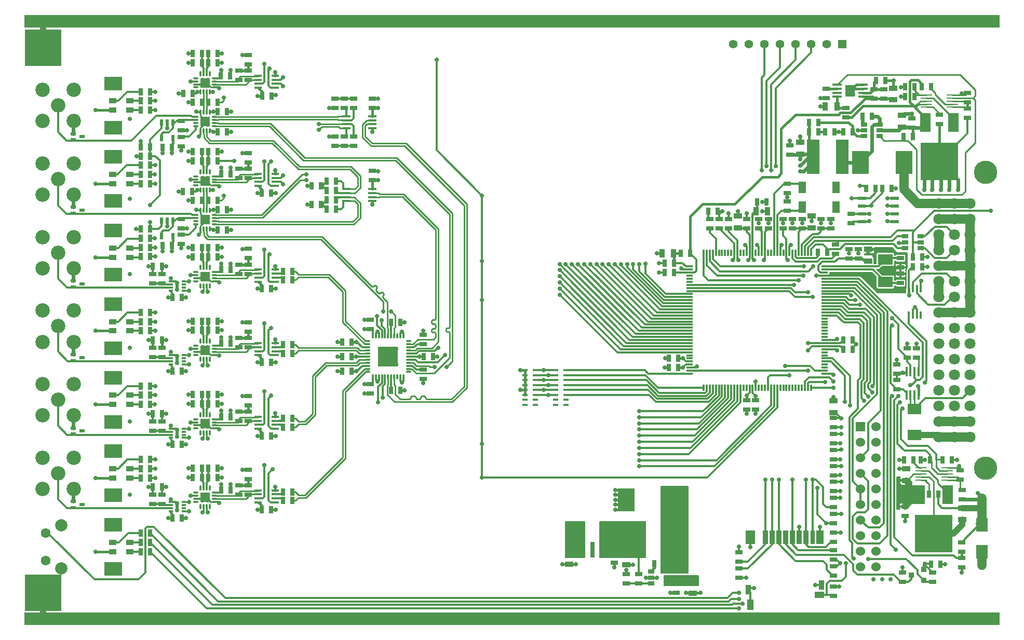
<source format=gtl>
G04 (created by PCBNEW (2013-07-07 BZR 4022)-stable) date 10.12.2013 14:49:56*
%MOIN*%
G04 Gerber Fmt 3.4, Leading zero omitted, Abs format*
%FSLAX34Y34*%
G01*
G70*
G90*
G04 APERTURE LIST*
%ADD10C,0.00590551*%
%ADD11R,6.25984X0.0787402*%
%ADD12R,0.0393701X0.011811*%
%ADD13R,0.011811X0.0393701*%
%ADD14R,0.045X0.025*%
%ADD15R,0.025X0.045*%
%ADD16R,0.036X0.036*%
%ADD17R,0.0858X0.0709*%
%ADD18R,0.0512X0.0748*%
%ADD19R,0.075X0.0098*%
%ADD20R,0.075X0.085*%
%ADD21R,0.0394X0.0276*%
%ADD22R,0.0551X0.0236*%
%ADD23R,0.055X0.035*%
%ADD24R,0.1102X0.1516*%
%ADD25R,0.06X0.06*%
%ADD26C,0.06*%
%ADD27R,0.065X0.12*%
%ADD28R,0.24X0.24*%
%ADD29R,0.0295X0.0866*%
%ADD30R,0.0335X0.0866*%
%ADD31R,0.0512X0.0866*%
%ADD32R,0.063X0.0866*%
%ADD33R,0.0354X0.063*%
%ADD34R,0.061X0.0433*%
%ADD35R,0.0433X0.065*%
%ADD36R,0.0354X0.0591*%
%ADD37R,0.0157X0.0591*%
%ADD38C,0.0787*%
%ADD39C,0.063*%
%ADD40R,0.0492X0.0335*%
%ADD41C,0.0709*%
%ADD42C,0.1496*%
%ADD43R,0.0945X0.0669*%
%ADD44R,0.1181X0.0906*%
%ADD45R,0.015X0.05*%
%ADD46C,0.0276*%
%ADD47R,0.063X0.0157*%
%ADD48R,0.0618X0.0744*%
%ADD49R,0.055X0.055*%
%ADD50C,0.055*%
%ADD51R,0.0787402X0.224409*%
%ADD52C,0.0925*%
%ADD53R,0.23622X0.23622*%
%ADD54R,0.0354X0.0197*%
%ADD55R,0.0472441X0.015748*%
%ADD56R,0.0275591X0.011811*%
%ADD57R,0.019685X0.0709*%
%ADD58O,0.0393701X0.011811*%
%ADD59O,0.011811X0.0393701*%
%ADD60R,0.0629921X0.0629921*%
%ADD61R,0.035X0.055*%
%ADD62O,0.0354331X0.0110236*%
%ADD63O,0.0110236X0.0354331*%
%ADD64R,0.129921X0.129921*%
%ADD65R,0.0236X0.0433*%
%ADD66R,0.0314961X0.102362*%
%ADD67R,0.0551181X0.0708661*%
%ADD68R,0.0354331X0.0177165*%
%ADD69R,0.0551181X0.015748*%
%ADD70C,0.0275591*%
%ADD71C,0.011811*%
%ADD72C,0.0393701*%
%ADD73C,0.0098*%
%ADD74C,0.0394*%
%ADD75C,0.015748*%
%ADD76C,0.00984252*%
%ADD77C,0.0139764*%
%ADD78C,0.023622*%
%ADD79C,0.0157*%
%ADD80C,0.0236*%
%ADD81C,0.0591*%
%ADD82C,0.0118*%
%ADD83C,0.0590551*%
%ADD84C,0.00787402*%
G04 APERTURE END LIST*
G54D10*
G54D11*
X51181Y-20196D03*
G54D12*
X71259Y-42814D03*
X71259Y-42618D03*
X71259Y-42421D03*
X71259Y-42224D03*
X71259Y-42027D03*
X71259Y-41830D03*
X71259Y-41633D03*
X71259Y-41437D03*
X71259Y-41240D03*
X71259Y-41043D03*
X71259Y-40846D03*
X71259Y-40649D03*
X71259Y-40452D03*
X71259Y-40255D03*
X71259Y-40059D03*
X71259Y-39862D03*
X71259Y-39665D03*
X71259Y-39468D03*
X71259Y-39271D03*
X71259Y-39074D03*
X71259Y-38877D03*
X71259Y-38681D03*
X71259Y-38484D03*
X71259Y-38287D03*
X71259Y-38090D03*
X71259Y-37893D03*
X71259Y-37696D03*
X71259Y-37500D03*
X71259Y-37303D03*
X71259Y-37106D03*
X71259Y-36909D03*
X71259Y-36712D03*
X71259Y-36515D03*
X71259Y-36318D03*
X71259Y-36122D03*
X71259Y-35925D03*
G54D13*
X70374Y-35039D03*
X70177Y-35039D03*
X69980Y-35039D03*
X69783Y-35039D03*
X69586Y-35039D03*
X69389Y-35039D03*
X69192Y-35039D03*
X68996Y-35039D03*
X68799Y-35039D03*
X68602Y-35039D03*
X68405Y-35039D03*
X68208Y-35039D03*
X68011Y-35039D03*
X67814Y-35039D03*
X67618Y-35039D03*
X67421Y-35039D03*
X67224Y-35039D03*
X67027Y-35039D03*
X66830Y-35039D03*
X66633Y-35039D03*
X66437Y-35039D03*
X66240Y-35039D03*
X66043Y-35039D03*
X65846Y-35039D03*
X65649Y-35039D03*
X65452Y-35039D03*
X65255Y-35039D03*
X65059Y-35039D03*
X64862Y-35039D03*
X64665Y-35039D03*
X64468Y-35039D03*
X64271Y-35039D03*
X64074Y-35039D03*
X63877Y-35039D03*
X63681Y-35039D03*
X63484Y-35039D03*
G54D12*
X62598Y-35925D03*
X62598Y-36122D03*
X62598Y-36318D03*
X62598Y-36515D03*
X62598Y-36712D03*
X62598Y-36909D03*
X62598Y-37106D03*
X62598Y-37303D03*
X62598Y-37500D03*
X62598Y-37696D03*
X62598Y-37893D03*
X62598Y-38090D03*
X62598Y-38287D03*
X62598Y-38484D03*
X62598Y-38681D03*
X62598Y-38877D03*
X62598Y-39074D03*
X62598Y-39271D03*
X62598Y-39468D03*
X62598Y-39665D03*
X62598Y-39862D03*
X62598Y-40059D03*
X62598Y-40255D03*
X62598Y-40452D03*
X62598Y-40649D03*
X62598Y-40846D03*
X62598Y-41043D03*
X62598Y-41240D03*
X62598Y-41437D03*
X62598Y-41633D03*
X62598Y-41830D03*
X62598Y-42027D03*
X62598Y-42224D03*
X62598Y-42421D03*
X62598Y-42618D03*
X62598Y-42814D03*
G54D13*
X63484Y-43700D03*
X63681Y-43700D03*
X63877Y-43700D03*
X64074Y-43700D03*
X64271Y-43700D03*
X64468Y-43700D03*
X64665Y-43700D03*
X64862Y-43700D03*
X65059Y-43700D03*
X65255Y-43700D03*
X65452Y-43700D03*
X65649Y-43700D03*
X65846Y-43700D03*
X66043Y-43700D03*
X66240Y-43700D03*
X66437Y-43700D03*
X66633Y-43700D03*
X66830Y-43700D03*
X67027Y-43700D03*
X67224Y-43700D03*
X67421Y-43700D03*
X67618Y-43700D03*
X67814Y-43700D03*
X68011Y-43700D03*
X68208Y-43700D03*
X68405Y-43700D03*
X68602Y-43700D03*
X68799Y-43700D03*
X68996Y-43700D03*
X69192Y-43700D03*
X69389Y-43700D03*
X69586Y-43700D03*
X69783Y-43700D03*
X69980Y-43700D03*
X70177Y-43700D03*
X70374Y-43700D03*
G54D14*
X72814Y-35418D03*
X72814Y-34818D03*
G54D15*
X63774Y-32381D03*
X64374Y-32381D03*
G54D14*
X73425Y-34818D03*
X73425Y-35418D03*
X72618Y-26362D03*
X72618Y-25762D03*
G54D15*
X62022Y-35098D03*
X62622Y-35098D03*
G54D14*
X69192Y-33488D03*
X69192Y-32888D03*
X76240Y-56185D03*
X76240Y-55585D03*
G54D15*
X78085Y-55059D03*
X78685Y-55059D03*
G54D14*
X78169Y-55566D03*
X78169Y-56166D03*
G54D16*
X77604Y-55398D03*
X77604Y-56098D03*
X76804Y-55748D03*
G54D17*
X77007Y-45071D03*
X77007Y-46741D03*
G54D18*
X69802Y-32106D03*
X71968Y-32106D03*
X71968Y-30846D03*
X69802Y-30846D03*
G54D14*
X71811Y-46688D03*
X71811Y-47288D03*
X71811Y-51806D03*
X71811Y-52406D03*
X71811Y-49759D03*
X71811Y-50359D03*
X71811Y-48735D03*
X71811Y-49335D03*
X71811Y-47711D03*
X71811Y-48311D03*
G54D19*
X79448Y-25696D03*
X79448Y-25499D03*
X79448Y-25302D03*
X79448Y-25105D03*
X79448Y-24908D03*
X77794Y-24908D03*
X77794Y-25105D03*
X77794Y-25302D03*
X77794Y-25499D03*
X77794Y-25696D03*
X79107Y-49651D03*
X79107Y-49454D03*
X79107Y-49257D03*
X79107Y-49060D03*
X79107Y-48863D03*
X77453Y-48863D03*
X77453Y-49060D03*
X77453Y-49257D03*
X77453Y-49454D03*
X77453Y-49651D03*
G54D20*
X81339Y-52526D03*
X81339Y-54246D03*
G54D21*
X77429Y-33995D03*
X77429Y-34370D03*
X77429Y-34745D03*
X76429Y-34745D03*
X76429Y-34370D03*
X76429Y-33995D03*
G54D22*
X73654Y-33033D03*
X75754Y-33033D03*
X73654Y-32533D03*
X73654Y-32033D03*
X73654Y-31533D03*
X75754Y-32533D03*
X75754Y-32033D03*
X75754Y-31533D03*
G54D23*
X76220Y-26976D03*
X76220Y-26226D03*
X76495Y-49667D03*
X76495Y-48917D03*
X69685Y-28701D03*
X69685Y-27951D03*
X80077Y-51437D03*
X80077Y-52187D03*
G54D15*
X73912Y-30905D03*
X74512Y-30905D03*
X74542Y-23996D03*
X75142Y-23996D03*
G54D14*
X74429Y-25142D03*
X74429Y-24542D03*
G54D15*
X77495Y-24396D03*
X78095Y-24396D03*
G54D14*
X80039Y-54660D03*
X80039Y-55260D03*
X78621Y-26783D03*
X78621Y-26183D03*
G54D15*
X75536Y-30905D03*
X74936Y-30905D03*
G54D14*
X80038Y-53638D03*
X80038Y-54238D03*
X75885Y-43223D03*
X75885Y-43823D03*
G54D15*
X78541Y-50556D03*
X77941Y-50556D03*
G54D14*
X80078Y-50891D03*
X80078Y-50291D03*
X80432Y-26389D03*
X80432Y-25789D03*
G54D15*
X78015Y-48347D03*
X77415Y-48347D03*
X71274Y-27283D03*
X71874Y-27283D03*
X76933Y-27578D03*
X76333Y-27578D03*
G54D14*
X65748Y-54266D03*
X65748Y-54866D03*
X65748Y-55929D03*
X65748Y-55329D03*
X71811Y-53007D03*
X71811Y-53607D03*
X71811Y-50782D03*
X71811Y-51382D03*
X71811Y-55172D03*
X71811Y-55772D03*
X71811Y-54748D03*
X71811Y-54148D03*
X71811Y-56471D03*
X71811Y-57071D03*
G54D15*
X70851Y-27283D03*
X70251Y-27283D03*
G54D14*
X71023Y-32888D03*
X71023Y-33488D03*
X71948Y-34503D03*
X71948Y-35103D03*
G54D15*
X71422Y-35000D03*
X70822Y-35000D03*
G54D14*
X67027Y-32888D03*
X67027Y-33488D03*
G54D15*
X79433Y-48346D03*
X78833Y-48346D03*
G54D14*
X72952Y-33134D03*
X72952Y-32534D03*
X71346Y-24514D03*
X71346Y-25114D03*
X79960Y-49630D03*
X79960Y-49030D03*
X69015Y-28764D03*
X69015Y-28164D03*
G54D15*
X61866Y-42417D03*
X61266Y-42417D03*
G54D14*
X71653Y-33488D03*
X71653Y-32888D03*
X64488Y-33488D03*
X64488Y-32888D03*
G54D15*
X72455Y-40649D03*
X73055Y-40649D03*
G54D14*
X68858Y-31747D03*
X68858Y-32347D03*
X68858Y-31205D03*
X68858Y-30605D03*
G54D15*
X76904Y-35944D03*
X77504Y-35944D03*
G54D14*
X75885Y-42819D03*
X75885Y-42219D03*
X66240Y-33488D03*
X66240Y-32888D03*
X66830Y-44499D03*
X66830Y-45099D03*
G54D15*
X73696Y-26279D03*
X74296Y-26279D03*
G54D14*
X71811Y-45664D03*
X71811Y-46264D03*
X76850Y-27000D03*
X76850Y-26400D03*
G54D15*
X76952Y-48347D03*
X76352Y-48347D03*
X77032Y-25026D03*
X76432Y-25026D03*
X61599Y-36318D03*
X60999Y-36318D03*
G54D14*
X80432Y-25366D03*
X80432Y-24766D03*
X75039Y-25142D03*
X75039Y-24542D03*
G54D15*
X77032Y-24396D03*
X76432Y-24396D03*
G54D14*
X76416Y-51354D03*
X76416Y-51954D03*
G54D15*
X61866Y-41826D03*
X61266Y-41826D03*
G54D14*
X66240Y-44499D03*
X66240Y-45099D03*
X65098Y-33488D03*
X65098Y-32888D03*
X68582Y-33488D03*
X68582Y-32888D03*
G54D15*
X72455Y-41259D03*
X73055Y-41259D03*
X66924Y-31771D03*
X67524Y-31771D03*
X61599Y-35708D03*
X60999Y-35708D03*
G54D14*
X69803Y-33488D03*
X69803Y-32888D03*
X67637Y-33488D03*
X67637Y-32888D03*
G54D24*
X73535Y-29259D03*
X76347Y-29259D03*
G54D25*
X73554Y-46210D03*
G54D26*
X74554Y-46210D03*
X73554Y-47210D03*
X74554Y-47210D03*
X73554Y-48210D03*
X74554Y-48210D03*
X73554Y-49210D03*
X74554Y-49210D03*
X73554Y-50210D03*
X74554Y-50210D03*
X73554Y-51210D03*
X74554Y-51210D03*
X73554Y-52210D03*
X74554Y-52210D03*
X73554Y-53210D03*
X74554Y-53210D03*
X73554Y-54210D03*
X74554Y-54210D03*
X73554Y-55210D03*
X74554Y-55210D03*
G54D27*
X79141Y-50596D03*
G54D28*
X78241Y-53096D03*
G54D27*
X77341Y-50596D03*
X79522Y-26680D03*
G54D28*
X78622Y-29180D03*
G54D27*
X77722Y-26680D03*
G54D29*
X70472Y-53307D03*
G54D30*
X70039Y-53307D03*
X69606Y-53307D03*
X69173Y-53307D03*
X68740Y-53307D03*
X68307Y-53307D03*
X67874Y-53307D03*
X67441Y-53307D03*
G54D31*
X70944Y-53307D03*
G54D32*
X66476Y-53307D03*
G54D33*
X71043Y-56397D03*
G54D34*
X70915Y-57027D03*
G54D35*
X66496Y-57647D03*
G54D36*
X66338Y-56693D03*
G54D37*
X76505Y-44174D03*
X76761Y-44174D03*
X77017Y-44174D03*
X77273Y-44174D03*
X77273Y-42678D03*
X77017Y-42678D03*
X76761Y-42678D03*
X76505Y-42678D03*
G54D14*
X76555Y-41196D03*
X76555Y-41796D03*
X77165Y-41797D03*
X77165Y-41197D03*
G54D38*
X22239Y-52559D03*
X22239Y-55315D03*
G54D39*
X21259Y-53051D03*
X21259Y-54823D03*
G54D15*
X27937Y-53051D03*
X27337Y-53051D03*
X27337Y-54232D03*
X27937Y-54232D03*
X27337Y-53641D03*
X27937Y-53641D03*
G54D40*
X25541Y-53642D03*
X25541Y-54232D03*
X26663Y-54232D03*
X26663Y-53642D03*
G54D41*
X80590Y-31870D03*
X80590Y-32870D03*
X80590Y-33870D03*
X80590Y-34870D03*
X80590Y-35870D03*
X80590Y-36870D03*
X80590Y-37870D03*
X80590Y-38870D03*
X80590Y-39870D03*
X80590Y-40870D03*
X80590Y-41870D03*
X80590Y-42870D03*
X80590Y-43870D03*
X80590Y-44870D03*
X80590Y-45870D03*
X80590Y-46870D03*
X79590Y-31870D03*
X79590Y-32870D03*
X79590Y-33870D03*
X79590Y-34870D03*
X79590Y-35870D03*
X79590Y-36870D03*
X79590Y-37870D03*
X79590Y-38870D03*
X79590Y-39870D03*
X79590Y-40870D03*
X79590Y-41870D03*
X79590Y-42870D03*
X79590Y-43870D03*
X79590Y-44870D03*
X79590Y-45870D03*
X79590Y-46870D03*
X78590Y-31870D03*
X78590Y-32870D03*
X78590Y-33870D03*
X78590Y-34870D03*
X78590Y-35870D03*
X78590Y-36870D03*
X78590Y-37870D03*
X78590Y-38870D03*
X78590Y-39870D03*
X78590Y-40870D03*
X78590Y-41870D03*
X78590Y-42870D03*
X78590Y-43870D03*
X78590Y-44870D03*
X78590Y-45870D03*
X78590Y-46870D03*
G54D42*
X81590Y-29870D03*
X81590Y-48870D03*
G54D15*
X76904Y-35314D03*
X77504Y-35314D03*
X27337Y-25885D03*
X27937Y-25885D03*
X27337Y-39468D03*
X27937Y-39468D03*
X27337Y-40059D03*
X27937Y-40059D03*
X27336Y-34705D03*
X27936Y-34705D03*
X27336Y-35296D03*
X27936Y-35296D03*
X27337Y-30019D03*
X27937Y-30019D03*
X27337Y-30610D03*
X27937Y-30610D03*
X27337Y-25295D03*
X27937Y-25295D03*
X27937Y-38877D03*
X27337Y-38877D03*
X27937Y-34114D03*
X27337Y-34114D03*
X27937Y-29429D03*
X27337Y-29429D03*
X27937Y-24704D03*
X27337Y-24704D03*
G54D40*
X25541Y-25295D03*
X25541Y-25885D03*
X26663Y-25885D03*
X26663Y-25295D03*
X25541Y-39468D03*
X25541Y-40058D03*
X26663Y-40058D03*
X26663Y-39468D03*
X25541Y-34744D03*
X25541Y-35334D03*
X26663Y-35334D03*
X26663Y-34744D03*
X25541Y-30019D03*
X25541Y-30609D03*
X26663Y-30609D03*
X26663Y-30019D03*
G54D14*
X76122Y-36392D03*
X76122Y-36992D03*
X76122Y-35988D03*
X76122Y-35388D03*
G54D43*
X75157Y-35472D03*
X75157Y-36928D03*
G54D14*
X63877Y-33488D03*
X63877Y-32888D03*
G54D44*
X25590Y-52520D03*
X25590Y-55354D03*
X25590Y-24173D03*
X25590Y-27007D03*
G54D45*
X76663Y-39038D03*
X76919Y-39038D03*
X77175Y-39038D03*
X77431Y-39038D03*
X77431Y-37338D03*
X77175Y-37338D03*
X76919Y-37338D03*
X76663Y-37338D03*
G54D46*
X72893Y-24645D03*
X73070Y-24409D03*
X72716Y-24881D03*
X72716Y-24409D03*
G54D47*
X73720Y-25029D03*
X73720Y-24773D03*
X73720Y-24517D03*
X73720Y-24261D03*
X72066Y-24261D03*
X72066Y-24517D03*
X72066Y-24773D03*
X72066Y-25029D03*
G54D48*
X72893Y-24645D03*
G54D46*
X73070Y-24881D03*
G54D11*
X51181Y-58543D03*
G54D49*
X72397Y-21653D03*
G54D50*
X71397Y-21653D03*
X70397Y-21653D03*
X69397Y-21653D03*
X68397Y-21653D03*
X67397Y-21653D03*
X66397Y-21653D03*
X65397Y-21653D03*
G54D15*
X70251Y-26673D03*
X70851Y-26673D03*
X72436Y-27283D03*
X73036Y-27283D03*
G54D51*
X72381Y-28897D03*
X70531Y-28897D03*
G54D21*
X74771Y-26810D03*
X74771Y-27185D03*
X74771Y-27560D03*
X73771Y-27560D03*
X73771Y-27185D03*
X73771Y-26810D03*
G54D15*
X27937Y-43602D03*
X27337Y-43602D03*
X27337Y-44783D03*
X27937Y-44783D03*
X27337Y-44192D03*
X27937Y-44192D03*
X27937Y-48326D03*
X27337Y-48326D03*
X27337Y-49507D03*
X27937Y-49507D03*
X27337Y-48917D03*
X27937Y-48917D03*
G54D52*
X21043Y-26594D03*
X21043Y-24586D03*
X23051Y-24586D03*
X23051Y-26594D03*
X22047Y-25590D03*
X21043Y-45492D03*
X21043Y-43484D03*
X23051Y-43484D03*
X23051Y-45492D03*
X22047Y-44488D03*
X21043Y-50216D03*
X21043Y-48208D03*
X23051Y-48208D03*
X23051Y-50216D03*
X22047Y-49212D03*
G54D40*
X25541Y-44193D03*
X25541Y-44783D03*
X26663Y-44783D03*
X26663Y-44193D03*
X25541Y-48917D03*
X25541Y-49507D03*
X26663Y-49507D03*
X26663Y-48917D03*
G54D52*
X21043Y-40767D03*
X21043Y-38759D03*
X23051Y-38759D03*
X23051Y-40767D03*
X22047Y-39763D03*
G54D44*
X25590Y-28897D03*
X25590Y-31731D03*
X25590Y-47795D03*
X25590Y-50629D03*
X25590Y-38346D03*
X25590Y-41180D03*
G54D52*
X21043Y-31318D03*
X21043Y-29310D03*
X23051Y-29310D03*
X23051Y-31318D03*
X22047Y-30314D03*
X21043Y-36043D03*
X21043Y-34035D03*
X23051Y-34035D03*
X23051Y-36043D03*
X22047Y-35039D03*
G54D44*
X25590Y-33622D03*
X25590Y-36456D03*
X25590Y-43071D03*
X25590Y-45905D03*
G54D53*
X21090Y-56870D03*
X21090Y-21870D03*
G54D14*
X28125Y-50593D03*
X28125Y-51193D03*
G54D15*
X38910Y-31937D03*
X38310Y-31937D03*
G54D14*
X29937Y-33885D03*
X29937Y-34485D03*
X29937Y-27625D03*
X29937Y-28225D03*
G54D15*
X39898Y-30460D03*
X39298Y-30460D03*
G54D14*
X41023Y-27585D03*
X41023Y-28185D03*
G54D15*
X38910Y-30755D03*
X38310Y-30755D03*
G54D14*
X39826Y-25148D03*
X39826Y-25748D03*
G54D15*
X30668Y-22854D03*
X31268Y-22854D03*
G54D14*
X39826Y-28185D03*
X39826Y-27585D03*
X28728Y-46469D03*
X28728Y-45869D03*
X41023Y-25748D03*
X41023Y-25148D03*
G54D15*
X44024Y-43893D03*
X43424Y-43893D03*
G54D14*
X45496Y-40314D03*
X45496Y-40914D03*
X28125Y-36420D03*
X28125Y-37020D03*
X45496Y-43146D03*
X45496Y-42546D03*
X58500Y-55680D03*
X58500Y-56280D03*
G54D15*
X39898Y-31641D03*
X39298Y-31641D03*
X39898Y-32232D03*
X39298Y-32232D03*
X44024Y-39527D03*
X43424Y-39527D03*
G54D14*
X59307Y-55680D03*
X59307Y-56280D03*
X40425Y-27585D03*
X40425Y-28185D03*
G54D15*
X32292Y-22854D03*
X31692Y-22854D03*
X31268Y-22263D03*
X30668Y-22263D03*
X30077Y-24807D03*
X30677Y-24807D03*
X30066Y-31106D03*
X30666Y-31106D03*
G54D14*
X28125Y-45869D03*
X28125Y-46469D03*
X28728Y-41744D03*
X28728Y-41144D03*
G54D15*
X31692Y-22263D03*
X32292Y-22263D03*
G54D14*
X34248Y-23957D03*
X34248Y-23357D03*
X34248Y-22949D03*
X34248Y-22349D03*
G54D15*
X30668Y-25389D03*
X31268Y-25389D03*
G54D14*
X28728Y-51193D03*
X28728Y-50593D03*
X28728Y-37020D03*
X28728Y-36420D03*
X28125Y-41144D03*
X28125Y-41744D03*
G54D15*
X32292Y-25389D03*
X31692Y-25389D03*
X39898Y-31051D03*
X39298Y-31051D03*
G54D14*
X40425Y-25748D03*
X40425Y-25148D03*
G54D15*
X27937Y-28838D03*
X27337Y-28838D03*
X27337Y-28248D03*
X27937Y-28248D03*
X28125Y-40649D03*
X28725Y-40649D03*
X32290Y-33574D03*
X32890Y-33574D03*
G54D14*
X29937Y-26589D03*
X29937Y-27189D03*
G54D15*
X60329Y-55000D03*
X60929Y-55000D03*
X27937Y-33523D03*
X27337Y-33523D03*
X29373Y-52086D03*
X29973Y-52086D03*
X35133Y-51535D03*
X35733Y-51535D03*
X32503Y-45570D03*
X33103Y-45570D03*
X28125Y-50098D03*
X28725Y-50098D03*
X40882Y-41712D03*
X40282Y-41712D03*
G54D14*
X57755Y-54365D03*
X57755Y-54965D03*
G54D15*
X40882Y-40767D03*
X40282Y-40767D03*
G54D14*
X29937Y-32888D03*
X29937Y-33488D03*
G54D15*
X29347Y-28267D03*
X28747Y-28267D03*
X29355Y-34566D03*
X28755Y-34566D03*
X32290Y-27275D03*
X32890Y-27275D03*
X28125Y-35925D03*
X28725Y-35925D03*
G54D14*
X42078Y-39945D03*
X42078Y-39345D03*
G54D15*
X32290Y-32267D03*
X32890Y-32267D03*
X32290Y-25968D03*
X32890Y-25968D03*
X29373Y-47362D03*
X29973Y-47362D03*
X32499Y-23673D03*
X33099Y-23673D03*
X35137Y-24988D03*
X35737Y-24988D03*
G54D14*
X42220Y-30398D03*
X42220Y-29798D03*
G54D15*
X35133Y-46811D03*
X35733Y-46811D03*
X32503Y-50295D03*
X33103Y-50295D03*
X45507Y-41708D03*
X46107Y-41708D03*
G54D14*
X42220Y-25748D03*
X42220Y-25148D03*
X42078Y-43471D03*
X42078Y-44071D03*
G54D15*
X29373Y-37913D03*
X29973Y-37913D03*
X29373Y-42637D03*
X29973Y-42637D03*
X28125Y-45374D03*
X28725Y-45374D03*
G54D14*
X61716Y-56282D03*
X61716Y-56882D03*
G54D54*
X23031Y-36850D03*
X23031Y-37244D03*
X23583Y-37047D03*
X23031Y-27401D03*
X23031Y-27795D03*
X23583Y-27598D03*
X23031Y-32125D03*
X23031Y-32519D03*
X23583Y-32322D03*
X23031Y-51023D03*
X23031Y-51417D03*
X23583Y-51220D03*
X23031Y-46299D03*
X23031Y-46693D03*
X23583Y-46496D03*
X23031Y-41574D03*
X23031Y-41968D03*
X23583Y-41771D03*
G54D14*
X33645Y-23957D03*
X33645Y-23357D03*
G54D15*
X36491Y-50413D03*
X37091Y-50413D03*
X32503Y-40846D03*
X33103Y-40846D03*
G54D24*
X61339Y-50909D03*
X58527Y-50909D03*
G54D51*
X61188Y-53437D03*
X59338Y-53437D03*
G54D15*
X32503Y-36122D03*
X33103Y-36122D03*
G54D55*
X35984Y-36899D03*
X35984Y-36643D03*
X35984Y-36387D03*
X35984Y-36131D03*
X34881Y-36131D03*
X34881Y-36387D03*
X34881Y-36643D03*
X34881Y-36899D03*
X35984Y-30750D03*
X35984Y-30494D03*
X35984Y-30238D03*
X35984Y-29982D03*
X34881Y-29982D03*
X34881Y-30238D03*
X34881Y-30494D03*
X34881Y-30750D03*
X35984Y-41624D03*
X35984Y-41368D03*
X35984Y-41112D03*
X35984Y-40856D03*
X34881Y-40856D03*
X34881Y-41112D03*
X34881Y-41368D03*
X34881Y-41624D03*
X35984Y-51072D03*
X35984Y-50816D03*
X35984Y-50561D03*
X35984Y-50305D03*
X34881Y-50305D03*
X34881Y-50561D03*
X34881Y-50816D03*
X34881Y-51072D03*
X35984Y-24450D03*
X35984Y-24194D03*
X35984Y-23938D03*
X35984Y-23683D03*
X34881Y-23683D03*
X34881Y-23938D03*
X34881Y-24194D03*
X34881Y-24450D03*
X35984Y-46348D03*
X35984Y-46092D03*
X35984Y-45836D03*
X35984Y-45580D03*
X34881Y-45580D03*
X34881Y-45836D03*
X34881Y-46092D03*
X34881Y-46348D03*
G54D14*
X34248Y-41130D03*
X34248Y-40530D03*
X33645Y-45855D03*
X33645Y-45255D03*
X34248Y-44847D03*
X34248Y-44247D03*
G54D15*
X31692Y-44161D03*
X32292Y-44161D03*
X31268Y-44161D03*
X30668Y-44161D03*
X30668Y-44751D03*
X31268Y-44751D03*
X32292Y-44751D03*
X31692Y-44751D03*
X36491Y-45688D03*
X37091Y-45688D03*
X36491Y-46236D03*
X37091Y-46236D03*
G54D14*
X33645Y-30256D03*
X33645Y-29656D03*
X34248Y-30256D03*
X34248Y-29656D03*
X33645Y-36406D03*
X33645Y-35806D03*
X34248Y-29248D03*
X34248Y-28648D03*
X33645Y-41130D03*
X33645Y-40530D03*
X34248Y-40122D03*
X34248Y-39522D03*
G54D15*
X31692Y-39437D03*
X32292Y-39437D03*
X31268Y-39437D03*
X30668Y-39437D03*
X30668Y-40027D03*
X31268Y-40027D03*
X32292Y-40027D03*
X31692Y-40027D03*
X36491Y-40964D03*
X37091Y-40964D03*
X36491Y-41511D03*
X37091Y-41511D03*
G54D14*
X34248Y-36406D03*
X34248Y-35806D03*
X34248Y-50579D03*
X34248Y-49979D03*
G54D15*
X36491Y-36787D03*
X37091Y-36787D03*
X36491Y-36240D03*
X37091Y-36240D03*
X32292Y-31688D03*
X31692Y-31688D03*
X32292Y-35303D03*
X31692Y-35303D03*
X30668Y-31688D03*
X31268Y-31688D03*
X32292Y-29153D03*
X31692Y-29153D03*
X30668Y-35303D03*
X31268Y-35303D03*
X31268Y-34712D03*
X30668Y-34712D03*
X30668Y-29153D03*
X31268Y-29153D03*
X31268Y-28562D03*
X30668Y-28562D03*
X31692Y-34712D03*
X32292Y-34712D03*
G54D14*
X34248Y-45855D03*
X34248Y-45255D03*
X33645Y-50579D03*
X33645Y-49979D03*
X34248Y-49571D03*
X34248Y-48971D03*
G54D15*
X31692Y-48885D03*
X32292Y-48885D03*
X31268Y-48885D03*
X30668Y-48885D03*
X30668Y-49476D03*
X31268Y-49476D03*
X32292Y-49476D03*
X31692Y-49476D03*
X36491Y-50960D03*
X37091Y-50960D03*
X31692Y-28562D03*
X32292Y-28562D03*
G54D14*
X34248Y-35398D03*
X34248Y-34798D03*
G54D15*
X35133Y-37362D03*
X35733Y-37362D03*
X32503Y-29972D03*
X33103Y-29972D03*
X35133Y-31212D03*
X35733Y-31212D03*
G54D56*
X30106Y-46929D03*
X30106Y-46732D03*
X30106Y-46535D03*
X30106Y-46338D03*
X29279Y-46338D03*
X29279Y-46535D03*
X29279Y-46732D03*
X29279Y-46929D03*
G54D57*
X29673Y-46633D03*
G54D56*
X30106Y-51653D03*
X30106Y-51456D03*
X30106Y-51259D03*
X30106Y-51062D03*
X29279Y-51062D03*
X29279Y-51259D03*
X29279Y-51456D03*
X29279Y-51653D03*
G54D57*
X29673Y-51358D03*
G54D58*
X30889Y-30137D03*
X30889Y-30334D03*
X30889Y-30531D03*
X30889Y-30728D03*
G54D59*
X31185Y-31023D03*
X31381Y-31023D03*
X31578Y-31023D03*
X31775Y-31023D03*
G54D58*
X32070Y-30728D03*
X32070Y-30531D03*
X32070Y-30334D03*
X32070Y-30137D03*
G54D59*
X31775Y-29842D03*
X31578Y-29842D03*
X31381Y-29842D03*
X31185Y-29842D03*
G54D60*
X31480Y-30433D03*
G54D58*
X30889Y-36287D03*
X30889Y-36484D03*
X30889Y-36681D03*
X30889Y-36877D03*
G54D59*
X31185Y-37173D03*
X31381Y-37173D03*
X31578Y-37173D03*
X31775Y-37173D03*
G54D58*
X32070Y-36877D03*
X32070Y-36681D03*
X32070Y-36484D03*
X32070Y-36287D03*
G54D59*
X31775Y-35992D03*
X31578Y-35992D03*
X31381Y-35992D03*
X31185Y-35992D03*
G54D60*
X31480Y-36582D03*
G54D58*
X30889Y-41011D03*
X30889Y-41208D03*
X30889Y-41405D03*
X30889Y-41602D03*
G54D59*
X31185Y-41897D03*
X31381Y-41897D03*
X31578Y-41897D03*
X31775Y-41897D03*
G54D58*
X32070Y-41602D03*
X32070Y-41405D03*
X32070Y-41208D03*
X32070Y-41011D03*
G54D59*
X31775Y-40716D03*
X31578Y-40716D03*
X31381Y-40716D03*
X31185Y-40716D03*
G54D60*
X31480Y-41307D03*
G54D58*
X30889Y-45736D03*
X30889Y-45933D03*
X30889Y-46129D03*
X30889Y-46326D03*
G54D59*
X31185Y-46622D03*
X31381Y-46622D03*
X31578Y-46622D03*
X31775Y-46622D03*
G54D58*
X32070Y-46326D03*
X32070Y-46129D03*
X32070Y-45933D03*
X32070Y-45736D03*
G54D59*
X31775Y-45440D03*
X31578Y-45440D03*
X31381Y-45440D03*
X31185Y-45440D03*
G54D60*
X31480Y-46031D03*
G54D58*
X30889Y-50460D03*
X30889Y-50657D03*
X30889Y-50854D03*
X30889Y-51051D03*
G54D59*
X31185Y-51346D03*
X31381Y-51346D03*
X31578Y-51346D03*
X31775Y-51346D03*
G54D58*
X32070Y-51051D03*
X32070Y-50854D03*
X32070Y-50657D03*
X32070Y-50460D03*
G54D59*
X31775Y-50165D03*
X31578Y-50165D03*
X31381Y-50165D03*
X31185Y-50165D03*
G54D60*
X31480Y-50755D03*
G54D58*
X30889Y-23838D03*
X30889Y-24035D03*
X30889Y-24232D03*
X30889Y-24429D03*
G54D59*
X31185Y-24724D03*
X31381Y-24724D03*
X31578Y-24724D03*
X31775Y-24724D03*
G54D58*
X32070Y-24429D03*
X32070Y-24232D03*
X32070Y-24035D03*
X32070Y-23838D03*
G54D59*
X31775Y-23543D03*
X31578Y-23543D03*
X31381Y-23543D03*
X31185Y-23543D03*
G54D60*
X31480Y-24133D03*
G54D23*
X75649Y-25217D03*
X75649Y-24467D03*
G54D61*
X72048Y-25633D03*
X71298Y-25633D03*
X61556Y-35090D03*
X60806Y-35090D03*
G54D23*
X70405Y-33441D03*
X70405Y-32691D03*
X65673Y-33437D03*
X65673Y-32687D03*
X71811Y-45315D03*
X71811Y-44565D03*
X74039Y-35579D03*
X74039Y-34829D03*
G54D61*
X66849Y-32381D03*
X67599Y-32381D03*
G54D23*
X62795Y-56160D03*
X62795Y-56910D03*
G54D56*
X30106Y-42204D03*
X30106Y-42007D03*
X30106Y-41811D03*
X30106Y-41614D03*
X29279Y-41614D03*
X29279Y-41811D03*
X29279Y-42007D03*
X29279Y-42204D03*
G54D57*
X29673Y-41909D03*
G54D15*
X40882Y-42657D03*
X40282Y-42657D03*
G54D23*
X58503Y-54329D03*
X58503Y-55079D03*
G54D15*
X35133Y-42086D03*
X35733Y-42086D03*
G54D56*
X30106Y-37480D03*
X30106Y-37283D03*
X30106Y-37086D03*
X30106Y-36889D03*
X29279Y-36889D03*
X29279Y-37086D03*
X29279Y-37283D03*
X29279Y-37480D03*
G54D57*
X29673Y-37185D03*
G54D62*
X44547Y-42696D03*
X44547Y-42500D03*
X44547Y-42303D03*
X44547Y-42106D03*
X44547Y-41909D03*
X44547Y-41712D03*
X44547Y-41515D03*
X44547Y-41318D03*
X44547Y-41122D03*
X44547Y-40925D03*
X44547Y-40728D03*
G54D63*
X44212Y-40393D03*
X44015Y-40393D03*
X43818Y-40393D03*
X43622Y-40393D03*
X43425Y-40393D03*
X43228Y-40393D03*
X43031Y-40393D03*
X42834Y-40393D03*
X42637Y-40393D03*
X42440Y-40393D03*
X42244Y-40393D03*
G54D62*
X41909Y-40728D03*
X41909Y-40925D03*
X41909Y-41122D03*
X41909Y-41318D03*
X41909Y-41515D03*
X41909Y-41712D03*
X41909Y-41909D03*
X41909Y-42106D03*
X41909Y-42303D03*
X41909Y-42500D03*
X41909Y-42696D03*
G54D63*
X42244Y-43031D03*
X42440Y-43031D03*
X42637Y-43031D03*
X42834Y-43031D03*
X43031Y-43031D03*
X43228Y-43031D03*
X43425Y-43031D03*
X43622Y-43031D03*
X43818Y-43031D03*
X44015Y-43031D03*
X44212Y-43031D03*
G54D64*
X43228Y-41712D03*
G54D21*
X61129Y-55530D03*
X61129Y-55905D03*
X61129Y-56280D03*
X60129Y-56280D03*
X60129Y-55905D03*
X60129Y-55530D03*
G54D58*
X30889Y-26326D03*
X30889Y-26523D03*
X30889Y-26720D03*
X30889Y-26917D03*
G54D59*
X31185Y-27212D03*
X31381Y-27212D03*
X31578Y-27212D03*
X31775Y-27212D03*
G54D58*
X32070Y-26917D03*
X32070Y-26720D03*
X32070Y-26523D03*
X32070Y-26326D03*
G54D59*
X31775Y-26031D03*
X31578Y-26031D03*
X31381Y-26031D03*
X31185Y-26031D03*
G54D60*
X31480Y-26622D03*
G54D58*
X30889Y-32625D03*
X30889Y-32822D03*
X30889Y-33019D03*
X30889Y-33216D03*
G54D59*
X31185Y-33511D03*
X31381Y-33511D03*
X31578Y-33511D03*
X31775Y-33511D03*
G54D58*
X32070Y-33216D03*
X32070Y-33019D03*
X32070Y-32822D03*
X32070Y-32625D03*
G54D59*
X31775Y-32330D03*
X31578Y-32330D03*
X31381Y-32330D03*
X31185Y-32330D03*
G54D60*
X31480Y-32921D03*
G54D65*
X29422Y-26685D03*
X28672Y-26685D03*
X29422Y-27685D03*
X29047Y-26685D03*
X28672Y-27685D03*
X29422Y-32984D03*
X28672Y-32984D03*
X29422Y-33984D03*
X29047Y-32984D03*
X28672Y-33984D03*
G54D23*
X54842Y-54290D03*
X54842Y-55040D03*
G54D66*
X56338Y-54114D03*
G54D67*
X55629Y-54114D03*
X57047Y-54114D03*
G54D68*
X52027Y-42598D03*
X52027Y-42913D03*
X52027Y-43228D03*
X52027Y-43543D03*
X52027Y-43858D03*
X52027Y-44173D03*
X52027Y-44488D03*
X52027Y-44803D03*
X52696Y-44803D03*
X52696Y-44488D03*
X52696Y-44173D03*
X52696Y-43858D03*
X52696Y-43543D03*
X52696Y-43228D03*
X52696Y-42913D03*
X52696Y-42598D03*
X53996Y-42598D03*
X53996Y-42913D03*
X53996Y-43228D03*
X53996Y-43543D03*
X53996Y-43858D03*
X53996Y-44173D03*
X53996Y-44488D03*
X53996Y-44803D03*
X54665Y-44803D03*
X54665Y-44488D03*
X54665Y-44173D03*
X54665Y-43858D03*
X54665Y-43543D03*
X54665Y-43228D03*
X54665Y-42913D03*
X54665Y-42598D03*
G54D69*
X40566Y-26285D03*
X40566Y-26541D03*
X40566Y-26797D03*
X40566Y-27053D03*
X42220Y-27053D03*
X42220Y-26797D03*
X42220Y-26541D03*
X42220Y-26285D03*
X40566Y-30962D03*
X40566Y-31218D03*
X40566Y-31474D03*
X40566Y-31730D03*
X42220Y-31730D03*
X42220Y-31474D03*
X42220Y-31218D03*
X42220Y-30962D03*
G54D70*
X61929Y-55984D03*
X61574Y-55984D03*
X62283Y-55984D03*
X76692Y-50590D03*
X76692Y-50984D03*
X76692Y-50196D03*
X76318Y-50984D03*
X76318Y-50590D03*
X76318Y-50196D03*
X27338Y-27877D03*
X54921Y-52559D03*
X54921Y-53149D03*
X55511Y-52559D03*
X55511Y-53149D03*
X54921Y-53740D03*
X42594Y-30397D03*
X45248Y-41712D03*
X42598Y-25748D03*
X29937Y-28496D03*
X29355Y-28640D03*
X32503Y-23299D03*
X32031Y-27267D03*
X32031Y-25976D03*
X30555Y-24035D03*
X30405Y-22854D03*
X29937Y-34759D03*
X29354Y-34940D03*
X30405Y-29153D03*
X30555Y-30334D03*
X32031Y-32275D03*
X32031Y-33566D03*
X32503Y-29598D03*
X41704Y-39944D03*
X41700Y-43472D03*
X41181Y-42657D03*
X41181Y-40767D03*
X41181Y-41712D03*
X27854Y-40649D03*
X29102Y-42637D03*
X30405Y-40027D03*
X30559Y-41208D03*
X32503Y-40472D03*
X27862Y-35925D03*
X29106Y-37913D03*
X32503Y-35748D03*
X30559Y-36484D03*
X30405Y-35303D03*
X30405Y-44751D03*
X30559Y-45933D03*
X32503Y-45196D03*
X29106Y-47362D03*
X27862Y-45374D03*
X32503Y-49921D03*
X30559Y-50657D03*
X30405Y-49476D03*
X29102Y-52086D03*
X27854Y-50098D03*
X34866Y-24988D03*
X26653Y-26456D03*
X34862Y-31212D03*
X26653Y-31574D03*
X34866Y-37362D03*
X26653Y-36417D03*
X34866Y-42086D03*
X26653Y-41141D03*
X34866Y-46811D03*
X26653Y-45866D03*
X34862Y-51535D03*
X26653Y-50590D03*
X72177Y-56468D03*
X66830Y-44232D03*
X62141Y-42417D03*
X24448Y-25885D03*
X24448Y-35334D03*
X24448Y-40059D03*
X24448Y-54232D03*
X24448Y-49507D03*
X24448Y-44783D03*
X24448Y-30610D03*
X69685Y-29055D03*
X69685Y-29448D03*
X69685Y-29822D03*
X73523Y-30748D03*
X75826Y-30905D03*
X65748Y-53917D03*
X66200Y-55925D03*
X72283Y-53011D03*
X72322Y-51811D03*
X72322Y-49763D03*
X72322Y-48740D03*
X72322Y-47696D03*
X72322Y-46673D03*
X72244Y-54980D03*
X65354Y-35531D03*
X67342Y-35531D03*
X66358Y-35531D03*
X70177Y-40846D03*
X77696Y-55000D03*
X76259Y-42755D03*
X67027Y-33149D03*
X69192Y-33149D03*
X72263Y-50787D03*
X74133Y-33031D03*
X72322Y-45669D03*
X79744Y-48346D03*
X76555Y-40885D03*
X76673Y-37795D03*
X77165Y-40885D03*
X31968Y-24724D03*
X30992Y-24724D03*
X30992Y-31023D03*
X31968Y-31023D03*
X30448Y-37480D03*
X31303Y-37547D03*
X37091Y-36240D03*
X30448Y-36889D03*
X31657Y-37547D03*
X37091Y-36787D03*
X30448Y-42204D03*
X31303Y-42271D03*
X37091Y-40964D03*
X30448Y-41614D03*
X37091Y-41511D03*
X31657Y-42271D03*
X30448Y-46929D03*
X31303Y-46996D03*
X37091Y-45688D03*
X30448Y-46338D03*
X37091Y-46236D03*
X31657Y-46996D03*
X30448Y-51653D03*
X31303Y-51720D03*
X37091Y-50413D03*
X30448Y-51062D03*
X37091Y-50960D03*
X31657Y-51720D03*
X46220Y-42370D03*
X46984Y-42370D03*
X37968Y-30023D03*
X38771Y-26795D03*
X37968Y-30377D03*
X38771Y-27161D03*
X42917Y-38807D03*
X43433Y-38807D03*
X65728Y-35531D03*
X66712Y-35531D03*
X66240Y-44224D03*
X62137Y-41826D03*
X70177Y-41318D03*
X73425Y-35078D03*
X68877Y-35531D03*
X74330Y-43602D03*
X75984Y-44251D03*
X74055Y-44271D03*
X76082Y-44665D03*
X73779Y-44547D03*
X76240Y-45039D03*
X81909Y-32362D03*
G54D46*
X77637Y-31024D03*
X79251Y-31024D03*
X78700Y-31024D03*
X78149Y-31024D03*
X79802Y-31024D03*
G54D70*
X58570Y-35771D03*
X35291Y-22921D03*
X58964Y-35771D03*
X28267Y-25885D03*
X28263Y-30019D03*
X57389Y-35771D03*
X28267Y-30610D03*
X56996Y-35771D03*
X35295Y-29181D03*
X56602Y-35771D03*
X35720Y-29177D03*
X56208Y-35771D03*
X28263Y-34114D03*
X55814Y-35771D03*
X59358Y-35771D03*
X28267Y-25295D03*
X59751Y-35751D03*
X28267Y-24704D03*
X35610Y-23212D03*
X58177Y-35771D03*
X28267Y-29429D03*
X57783Y-35771D03*
X71811Y-42893D03*
X77696Y-43366D03*
X35275Y-34838D03*
X54633Y-35771D03*
X35287Y-43944D03*
X59358Y-46397D03*
X28267Y-48326D03*
X59358Y-47185D03*
X68996Y-42913D03*
X67519Y-29488D03*
X28267Y-48917D03*
X59358Y-47578D03*
X28267Y-49507D03*
X59358Y-47972D03*
X28267Y-34704D03*
X55421Y-35771D03*
X28267Y-35295D03*
X55027Y-35771D03*
X54240Y-35771D03*
X35614Y-35141D03*
X28267Y-44192D03*
X59358Y-45610D03*
X35728Y-44228D03*
X59358Y-46791D03*
X54240Y-36161D03*
X28267Y-38877D03*
X28267Y-39468D03*
X54240Y-36555D03*
X59358Y-45216D03*
X28267Y-43602D03*
X54240Y-36948D03*
X28267Y-40055D03*
X74251Y-32027D03*
X70531Y-35925D03*
X72972Y-31535D03*
X72047Y-41318D03*
X68700Y-42322D03*
X67224Y-29744D03*
X35287Y-48685D03*
X59358Y-48366D03*
X35700Y-39866D03*
X54240Y-37736D03*
X54240Y-37342D03*
X35279Y-39570D03*
X28263Y-44783D03*
X59358Y-46003D03*
X59358Y-48759D03*
X35811Y-48960D03*
X49240Y-38066D03*
X32555Y-40027D03*
X32559Y-44751D03*
X49240Y-47299D03*
X32555Y-49476D03*
X49240Y-49476D03*
X32555Y-35303D03*
X49240Y-35582D03*
X32555Y-22854D03*
X33362Y-29153D03*
X49240Y-31370D03*
X46334Y-22637D03*
X74035Y-54704D03*
X71279Y-43346D03*
X81082Y-50492D03*
G54D46*
X81338Y-50828D03*
X81338Y-51182D03*
X81338Y-51576D03*
G54D70*
X68484Y-34547D03*
X67814Y-29744D03*
X71811Y-43700D03*
X76751Y-43543D03*
X75570Y-39251D03*
X73208Y-38070D03*
X75590Y-39704D03*
X73503Y-38366D03*
X71811Y-43307D03*
X74389Y-56003D03*
X65748Y-56889D03*
X65748Y-57283D03*
X74940Y-56003D03*
X72559Y-44606D03*
X75830Y-54110D03*
X75570Y-44251D03*
X74330Y-44015D03*
X65748Y-57874D03*
X75492Y-56003D03*
X65984Y-57578D03*
X72874Y-44862D03*
X68110Y-29488D03*
X72952Y-37795D03*
X73129Y-54685D03*
X72618Y-54980D03*
X42220Y-31960D03*
X42220Y-27279D03*
X21653Y-58464D03*
X23622Y-58464D03*
X25590Y-58464D03*
X27559Y-58464D03*
X29527Y-58464D03*
X31496Y-58464D03*
X33464Y-58464D03*
X35433Y-58464D03*
X37401Y-58464D03*
X39370Y-58464D03*
X41338Y-58464D03*
X43307Y-58464D03*
X45275Y-58464D03*
X47244Y-58464D03*
X49212Y-58464D03*
X51181Y-58464D03*
X53149Y-58464D03*
X55118Y-58464D03*
X57086Y-58464D03*
X59055Y-58464D03*
X61023Y-58464D03*
X62992Y-58464D03*
X64960Y-58464D03*
X66929Y-58464D03*
X68897Y-58464D03*
X70866Y-58464D03*
X72834Y-58464D03*
X74803Y-58464D03*
X76771Y-58464D03*
X78740Y-58464D03*
X80708Y-58464D03*
X80708Y-20275D03*
X78740Y-20275D03*
X76771Y-20275D03*
X74803Y-20275D03*
X72834Y-20275D03*
X70866Y-20275D03*
X68897Y-20275D03*
X66929Y-20275D03*
X64960Y-20275D03*
X62992Y-20275D03*
X61023Y-20275D03*
X59055Y-20275D03*
X57086Y-20275D03*
X55118Y-20275D03*
X53149Y-20275D03*
X51181Y-20275D03*
X49212Y-20275D03*
X47244Y-20275D03*
X45275Y-20275D03*
X43307Y-20275D03*
X41338Y-20275D03*
X39370Y-20275D03*
X37401Y-20275D03*
X35433Y-20275D03*
X33464Y-20275D03*
X31496Y-20275D03*
X29527Y-20275D03*
X27559Y-20275D03*
X25590Y-20275D03*
X23622Y-20275D03*
X21653Y-20275D03*
X43543Y-41712D03*
X42913Y-41712D03*
X43228Y-42027D03*
X43228Y-41397D03*
X42716Y-42224D03*
X43740Y-42224D03*
X43740Y-41200D03*
X42716Y-41200D03*
X57814Y-50590D03*
X57814Y-50275D03*
X57814Y-51535D03*
X57814Y-51220D03*
X57814Y-50905D03*
X56338Y-54114D03*
X56338Y-54468D03*
X56338Y-53759D03*
X54409Y-55039D03*
X55275Y-55039D03*
X58937Y-55078D03*
X57755Y-55236D03*
X58500Y-55409D03*
X59791Y-55905D03*
X60480Y-55905D03*
X61338Y-56889D03*
X62362Y-56889D03*
X63267Y-56889D03*
X51704Y-43858D03*
X51704Y-42598D03*
X66826Y-43299D03*
X66830Y-45374D03*
X66240Y-45370D03*
X60484Y-35090D03*
X63062Y-42346D03*
X60996Y-42417D03*
X61000Y-41826D03*
X70984Y-25633D03*
X70972Y-25114D03*
X65673Y-32370D03*
X70405Y-33019D03*
X29791Y-24807D03*
X42598Y-29799D03*
X44299Y-39527D03*
X45496Y-40043D03*
X45496Y-43421D03*
X46381Y-41708D03*
X44299Y-43893D03*
X42594Y-25149D03*
X39452Y-27586D03*
X39452Y-25748D03*
X38039Y-31937D03*
X38039Y-30755D03*
X27066Y-33523D03*
X27070Y-28838D03*
X28755Y-28640D03*
X29047Y-27047D03*
X31094Y-27574D03*
X32385Y-24488D03*
X33870Y-22350D03*
X33102Y-23299D03*
X35984Y-23456D03*
X36003Y-24913D03*
X33165Y-25976D03*
X33161Y-27267D03*
X30921Y-25976D03*
X31303Y-26444D03*
X31303Y-26803D03*
X31657Y-26799D03*
X31657Y-26444D03*
X31303Y-23956D03*
X31303Y-24311D03*
X31657Y-23956D03*
X31657Y-24311D03*
X30409Y-22263D03*
X32566Y-22263D03*
X30318Y-27192D03*
X28755Y-34940D03*
X29791Y-31106D03*
X30318Y-33492D03*
X32566Y-28562D03*
X30409Y-28562D03*
X31657Y-30610D03*
X31657Y-30255D03*
X31303Y-30610D03*
X31303Y-30255D03*
X31657Y-32744D03*
X31657Y-33098D03*
X31303Y-33102D03*
X31303Y-32744D03*
X30921Y-32275D03*
X33161Y-33566D03*
X33165Y-32275D03*
X36003Y-31212D03*
X35984Y-29755D03*
X33102Y-29598D03*
X33870Y-28649D03*
X32385Y-30787D03*
X31094Y-33874D03*
X29047Y-33346D03*
X44114Y-40106D03*
X44114Y-43393D03*
X41704Y-39346D03*
X41700Y-44070D03*
X42539Y-40106D03*
X42539Y-43318D03*
X29279Y-41417D03*
X39988Y-42657D03*
X39988Y-41712D03*
X39988Y-40767D03*
X28992Y-40649D03*
X30244Y-42637D03*
X29673Y-41696D03*
X29673Y-42125D03*
X30409Y-39437D03*
X32555Y-39437D03*
X36003Y-42086D03*
X35984Y-40629D03*
X33102Y-40472D03*
X33870Y-39523D03*
X32385Y-41661D03*
X31303Y-41129D03*
X31657Y-41129D03*
X31303Y-41484D03*
X31657Y-41484D03*
X28992Y-35925D03*
X30244Y-37913D03*
X31657Y-36759D03*
X31303Y-36759D03*
X31657Y-36405D03*
X31303Y-36405D03*
X32385Y-36937D03*
X33870Y-34799D03*
X33102Y-35748D03*
X35984Y-35905D03*
X36003Y-37362D03*
X32555Y-34712D03*
X30409Y-34712D03*
X30244Y-37913D03*
X29673Y-37401D03*
X29673Y-36972D03*
X29279Y-36692D03*
X29279Y-46141D03*
X29673Y-46421D03*
X29673Y-46850D03*
X30244Y-47362D03*
X30409Y-44161D03*
X32555Y-44161D03*
X36003Y-46811D03*
X35984Y-45354D03*
X33102Y-45196D03*
X33870Y-44248D03*
X32385Y-46385D03*
X31303Y-45854D03*
X31657Y-45854D03*
X31303Y-46208D03*
X31657Y-46208D03*
X30244Y-47362D03*
X28992Y-45374D03*
X31657Y-50933D03*
X31303Y-50933D03*
X31657Y-50578D03*
X31303Y-50578D03*
X32385Y-51110D03*
X33870Y-48972D03*
X33102Y-49921D03*
X35984Y-50078D03*
X36003Y-51535D03*
X32555Y-48885D03*
X30409Y-48885D03*
X29673Y-51574D03*
X29673Y-51145D03*
X29279Y-50866D03*
X30244Y-52086D03*
X28992Y-50098D03*
X81338Y-55118D03*
X75669Y-23996D03*
X76141Y-24409D03*
X76141Y-25019D03*
X76850Y-26102D03*
X69685Y-27598D03*
X69015Y-27854D03*
X73385Y-27185D03*
X72165Y-27283D03*
X80059Y-24803D03*
X76043Y-48917D03*
X76043Y-48346D03*
X78996Y-55059D03*
X76240Y-55236D03*
X60610Y-36318D03*
X60610Y-35708D03*
X66240Y-32519D03*
X65098Y-32519D03*
X64685Y-32381D03*
X72322Y-46259D03*
X73267Y-40925D03*
X70649Y-56397D03*
X66732Y-56594D03*
X71811Y-44330D03*
X62047Y-36043D03*
X69074Y-34547D03*
X66161Y-34547D03*
X66929Y-34547D03*
X72047Y-40570D03*
X67263Y-31771D03*
X67263Y-32381D03*
X67637Y-33149D03*
X71653Y-33149D03*
X71023Y-33149D03*
X69803Y-33149D03*
X68582Y-33149D03*
X68858Y-31476D03*
X74133Y-32539D03*
X75275Y-33031D03*
X75275Y-32539D03*
X75275Y-32027D03*
X75275Y-31535D03*
X69606Y-52657D03*
X70944Y-52657D03*
X66476Y-53956D03*
X74055Y-36515D03*
X80039Y-55570D03*
X76417Y-52283D03*
X77677Y-48346D03*
X75885Y-41909D03*
X77047Y-38562D03*
X79881Y-48759D03*
X70728Y-36515D03*
X74035Y-35078D03*
X72814Y-35078D03*
X75708Y-36181D03*
X77834Y-35944D03*
X77834Y-35314D03*
X76003Y-34409D03*
X77263Y-43602D03*
X77440Y-36850D03*
X72263Y-49330D03*
X72263Y-47283D03*
X70787Y-50157D03*
X69921Y-35905D03*
X71358Y-52421D03*
X72263Y-50354D03*
X72263Y-48307D03*
X69173Y-49606D03*
X69881Y-36515D03*
X70039Y-49606D03*
X70177Y-42618D03*
X70177Y-37578D03*
X67440Y-49606D03*
X67874Y-49606D03*
X69291Y-37106D03*
X70472Y-37874D03*
X70472Y-49606D03*
X68307Y-49606D03*
X69586Y-36811D03*
X42586Y-44653D03*
X53503Y-44173D03*
X42881Y-44346D03*
X53228Y-43858D03*
X46885Y-41606D03*
X53503Y-43543D03*
X46444Y-41137D03*
X53228Y-43228D03*
X42826Y-39397D03*
X53503Y-42913D03*
X27937Y-31980D03*
X27937Y-33090D03*
X42527Y-39125D03*
X53228Y-42598D03*
X30409Y-25389D03*
X36491Y-23791D03*
X36491Y-24338D03*
X32677Y-25078D03*
X30409Y-31688D03*
X36491Y-30090D03*
X32677Y-31377D03*
X36491Y-30637D03*
G54D71*
X62283Y-55984D02*
X61929Y-55984D01*
X61496Y-55905D02*
X61129Y-55905D01*
X61496Y-55905D02*
X61574Y-55984D01*
X61929Y-55984D02*
X61574Y-55984D01*
X61129Y-56280D02*
X61129Y-55905D01*
X61716Y-56282D02*
X61132Y-56282D01*
X61132Y-56282D02*
X61129Y-56280D01*
X62811Y-56180D02*
X61819Y-56180D01*
X61819Y-56180D02*
X61716Y-56282D01*
G54D72*
X76692Y-50984D02*
X76692Y-50590D01*
X76692Y-51077D02*
X76692Y-50590D01*
X76692Y-51077D02*
X76416Y-51354D01*
X76495Y-49667D02*
X76692Y-49864D01*
X76692Y-49864D02*
X76692Y-50196D01*
X77341Y-50596D02*
X76952Y-50984D01*
X76952Y-50984D02*
X76318Y-50984D01*
X77341Y-50596D02*
X77335Y-50590D01*
X77335Y-50590D02*
X76318Y-50590D01*
X77341Y-50596D02*
X76941Y-50196D01*
X76941Y-50196D02*
X76318Y-50196D01*
G54D73*
X76963Y-49257D02*
X76553Y-49667D01*
X76553Y-49667D02*
X76495Y-49667D01*
X77453Y-49257D02*
X76963Y-49257D01*
G54D74*
X77341Y-50443D02*
X77341Y-50596D01*
G54D75*
X42220Y-25748D02*
X42220Y-26285D01*
X42220Y-26285D02*
X42220Y-26285D01*
X27337Y-28248D02*
X27337Y-27878D01*
X27337Y-27878D02*
X27338Y-27877D01*
X55511Y-52559D02*
X54921Y-52559D01*
X54921Y-52559D02*
X54921Y-53149D01*
X54921Y-53149D02*
X55511Y-53149D01*
X54842Y-53818D02*
X54842Y-54290D01*
X54842Y-53818D02*
X54921Y-53740D01*
X54921Y-53149D02*
X54921Y-53740D01*
X55629Y-54114D02*
X55018Y-54114D01*
X55018Y-54114D02*
X54842Y-54290D01*
X42220Y-30962D02*
X42220Y-30398D01*
X42220Y-30398D02*
X42220Y-30398D01*
X42220Y-30398D02*
X42593Y-30398D01*
X42593Y-30398D02*
X42594Y-30397D01*
G54D71*
X45507Y-41708D02*
X45251Y-41708D01*
X45251Y-41708D02*
X45248Y-41712D01*
X44547Y-41712D02*
X45503Y-41712D01*
X45503Y-41712D02*
X45507Y-41708D01*
G54D75*
X42220Y-25748D02*
X42597Y-25748D01*
X42597Y-25748D02*
X42598Y-25748D01*
X29937Y-28225D02*
X29937Y-28496D01*
X29355Y-28267D02*
X29355Y-28640D01*
X32503Y-23673D02*
X32503Y-23300D01*
X32503Y-23300D02*
X32503Y-23299D01*
G54D71*
X32070Y-23838D02*
X32408Y-23838D01*
X32408Y-23838D02*
X32566Y-23681D01*
X31976Y-27212D02*
X31775Y-27212D01*
X31976Y-27212D02*
X32031Y-27267D01*
X32290Y-27267D02*
X32031Y-27267D01*
X31976Y-26031D02*
X31775Y-26031D01*
X31976Y-26031D02*
X32031Y-25976D01*
X32290Y-25976D02*
X32031Y-25976D01*
X30889Y-24035D02*
X30555Y-24035D01*
X30668Y-22854D02*
X30405Y-22854D01*
X32070Y-23838D02*
X32408Y-23838D01*
G54D75*
X29422Y-28002D02*
X29355Y-28070D01*
X29355Y-28070D02*
X29355Y-28346D01*
X29422Y-27763D02*
X29422Y-28002D01*
X29937Y-34485D02*
X29937Y-34759D01*
X29354Y-34940D02*
X29355Y-34940D01*
X29355Y-34940D02*
X29354Y-34940D01*
X29355Y-34566D02*
X29355Y-34940D01*
X29422Y-34062D02*
X29422Y-34302D01*
X29355Y-34369D02*
X29355Y-34645D01*
X29422Y-34302D02*
X29355Y-34369D01*
G54D71*
X32070Y-30137D02*
X32408Y-30137D01*
X30668Y-29153D02*
X30405Y-29153D01*
X30889Y-30334D02*
X30555Y-30334D01*
X32290Y-32275D02*
X32031Y-32275D01*
X31976Y-32330D02*
X32031Y-32275D01*
X31976Y-32330D02*
X31775Y-32330D01*
X32290Y-33566D02*
X32031Y-33566D01*
X31976Y-33511D02*
X32031Y-33566D01*
X31976Y-33511D02*
X31775Y-33511D01*
X32408Y-30137D02*
X32566Y-29980D01*
X32070Y-30137D02*
X32408Y-30137D01*
G54D75*
X32503Y-29599D02*
X32503Y-29598D01*
X32503Y-29972D02*
X32503Y-29599D01*
G54D71*
X42244Y-40393D02*
X42244Y-40015D01*
X42174Y-39945D02*
X42074Y-39945D01*
X42244Y-40015D02*
X42174Y-39945D01*
G54D75*
X42074Y-39945D02*
X41705Y-39945D01*
X41705Y-39945D02*
X41704Y-39944D01*
X42074Y-43471D02*
X41701Y-43471D01*
X41701Y-43471D02*
X41700Y-43472D01*
G54D71*
X42244Y-43031D02*
X42244Y-43389D01*
X42162Y-43471D02*
X42074Y-43471D01*
X42244Y-43389D02*
X42162Y-43471D01*
G54D75*
X28125Y-40649D02*
X28125Y-41144D01*
X28125Y-41144D02*
X28125Y-41144D01*
G54D71*
X41574Y-42303D02*
X41220Y-42657D01*
X41909Y-42303D02*
X41574Y-42303D01*
G54D75*
X41181Y-42657D02*
X40851Y-42657D01*
G54D76*
X41220Y-42657D02*
X41181Y-42657D01*
G54D71*
X41909Y-41122D02*
X41574Y-41122D01*
G54D76*
X41220Y-40767D02*
X41181Y-40767D01*
G54D71*
X41574Y-41122D02*
X41220Y-40767D01*
G54D75*
X40851Y-40767D02*
X41181Y-40767D01*
X40851Y-41712D02*
X41181Y-41712D01*
G54D71*
X41181Y-41712D02*
X41791Y-41712D01*
X28125Y-40650D02*
X28125Y-40649D01*
G54D75*
X28125Y-40649D02*
X27854Y-40649D01*
X29373Y-42637D02*
X29102Y-42637D01*
G54D71*
X29279Y-42283D02*
X29373Y-42377D01*
X29373Y-42377D02*
X29373Y-42637D01*
X29279Y-42204D02*
X29279Y-42283D01*
X32408Y-41011D02*
X32566Y-40854D01*
X32070Y-41011D02*
X32408Y-41011D01*
X30668Y-40027D02*
X30405Y-40027D01*
X30889Y-41208D02*
X30559Y-41208D01*
G54D75*
X32503Y-40473D02*
X32503Y-40472D01*
X32503Y-40846D02*
X32503Y-40473D01*
G54D77*
X28125Y-36419D02*
X28125Y-35925D01*
G54D71*
X28125Y-36420D02*
X28125Y-36419D01*
G54D77*
X28125Y-35925D02*
X27862Y-35925D01*
G54D75*
X29373Y-37913D02*
X29106Y-37913D01*
X32503Y-36122D02*
X32503Y-35748D01*
X32503Y-35748D02*
X32503Y-35748D01*
G54D71*
X30889Y-36484D02*
X30559Y-36484D01*
X30668Y-35303D02*
X30405Y-35303D01*
X32070Y-36287D02*
X32408Y-36287D01*
X32408Y-36287D02*
X32566Y-36129D01*
X29279Y-37480D02*
X29279Y-37559D01*
X29373Y-37652D02*
X29373Y-37913D01*
X29279Y-37559D02*
X29373Y-37652D01*
X29279Y-47007D02*
X29373Y-47101D01*
X29373Y-47101D02*
X29373Y-47362D01*
X29279Y-46929D02*
X29279Y-47007D01*
X32408Y-45736D02*
X32566Y-45578D01*
X32070Y-45736D02*
X32408Y-45736D01*
X30668Y-44751D02*
X30405Y-44751D01*
X30889Y-45933D02*
X30559Y-45933D01*
G54D75*
X32503Y-45197D02*
X32503Y-45196D01*
X32503Y-45570D02*
X32503Y-45197D01*
X29373Y-47362D02*
X29106Y-47362D01*
G54D77*
X28125Y-45374D02*
X27862Y-45374D01*
G54D71*
X28125Y-45869D02*
X28125Y-45868D01*
G54D77*
X28125Y-45868D02*
X28125Y-45374D01*
G54D75*
X32503Y-50295D02*
X32503Y-49922D01*
X32503Y-49922D02*
X32503Y-49921D01*
G54D71*
X30889Y-50657D02*
X30559Y-50657D01*
X30668Y-49476D02*
X30405Y-49476D01*
X32070Y-50460D02*
X32408Y-50460D01*
X32408Y-50460D02*
X32566Y-50303D01*
X29279Y-51653D02*
X29279Y-51732D01*
X29373Y-51825D02*
X29373Y-52086D01*
X29279Y-51732D02*
X29373Y-51825D01*
G54D75*
X29373Y-52086D02*
X29102Y-52086D01*
X28125Y-50098D02*
X27854Y-50098D01*
G54D77*
X28125Y-50593D02*
X28125Y-50099D01*
G54D71*
X28125Y-50099D02*
X28125Y-50098D01*
G54D75*
X35137Y-24988D02*
X34866Y-24988D01*
X35133Y-31212D02*
X34862Y-31212D01*
X34881Y-24450D02*
X34881Y-24456D01*
X35137Y-24711D02*
X35137Y-24988D01*
X34881Y-24456D02*
X35137Y-24711D01*
X35133Y-37362D02*
X34866Y-37362D01*
X35133Y-42086D02*
X34866Y-42086D01*
X35133Y-46811D02*
X34866Y-46811D01*
X35133Y-51535D02*
X34862Y-51535D01*
G54D71*
X71811Y-56471D02*
X72174Y-56471D01*
X72174Y-56471D02*
X72177Y-56468D01*
X66633Y-43700D02*
X66633Y-44035D01*
G54D75*
X66830Y-44232D02*
X66830Y-44499D01*
G54D71*
X66633Y-44035D02*
X66830Y-44232D01*
X62598Y-42224D02*
X62334Y-42224D01*
G54D75*
X62141Y-42417D02*
X61866Y-42417D01*
G54D71*
X62334Y-42224D02*
X62141Y-42417D01*
X24449Y-25885D02*
X24448Y-25885D01*
G54D75*
X24449Y-25885D02*
X25541Y-25885D01*
X34911Y-30750D02*
X35133Y-30971D01*
X35133Y-30971D02*
X35133Y-31212D01*
X34881Y-30750D02*
X34911Y-30750D01*
X24449Y-35334D02*
X24448Y-35334D01*
X25541Y-35334D02*
X24449Y-35334D01*
X24449Y-40058D02*
X24448Y-40059D01*
X25541Y-40058D02*
X24449Y-40058D01*
X34911Y-41624D02*
X35133Y-41845D01*
X35133Y-41845D02*
X35133Y-42086D01*
X34881Y-41624D02*
X34911Y-41624D01*
X34881Y-36899D02*
X34911Y-36899D01*
X35133Y-37121D02*
X35133Y-37362D01*
X34911Y-36899D02*
X35133Y-37121D01*
X34911Y-46348D02*
X35133Y-46570D01*
X35133Y-46570D02*
X35133Y-46811D01*
X34881Y-46348D02*
X34911Y-46348D01*
X34881Y-51072D02*
X34911Y-51072D01*
X35133Y-51294D02*
X35133Y-51535D01*
X34911Y-51072D02*
X35133Y-51294D01*
X25541Y-54232D02*
X24449Y-54232D01*
X24449Y-54232D02*
X24448Y-54232D01*
X25541Y-49507D02*
X24449Y-49507D01*
X24449Y-49507D02*
X24448Y-49507D01*
X25541Y-44783D02*
X24449Y-44783D01*
X24449Y-44783D02*
X24448Y-44783D01*
X25541Y-30609D02*
X24449Y-30609D01*
X24449Y-30609D02*
X24448Y-30610D01*
G54D78*
X69015Y-28764D02*
X69622Y-28764D01*
X69622Y-28764D02*
X69685Y-28701D01*
X69685Y-28701D02*
X70335Y-28701D01*
X70335Y-28701D02*
X70531Y-28897D01*
X69685Y-28701D02*
X69685Y-29055D01*
X70531Y-28897D02*
X70236Y-28897D01*
X70236Y-28897D02*
X69685Y-29448D01*
X70531Y-28897D02*
X70531Y-29192D01*
X70531Y-29192D02*
X69901Y-29822D01*
X69901Y-29822D02*
X69685Y-29822D01*
G54D75*
X70251Y-26673D02*
X70251Y-27283D01*
X70251Y-27283D02*
X70251Y-28617D01*
X70251Y-28617D02*
X70531Y-28897D01*
G54D71*
X73912Y-30905D02*
X73755Y-30748D01*
X73755Y-30748D02*
X73523Y-30748D01*
X75536Y-30905D02*
X75826Y-30905D01*
X65748Y-54266D02*
X65748Y-53917D01*
X65748Y-55929D02*
X66196Y-55929D01*
X66196Y-55929D02*
X66200Y-55925D01*
X71811Y-53007D02*
X72278Y-53007D01*
X72278Y-53007D02*
X72283Y-53011D01*
X71811Y-51806D02*
X72318Y-51806D01*
X72318Y-51806D02*
X72322Y-51811D01*
X71811Y-49759D02*
X72318Y-49759D01*
X72318Y-49759D02*
X72322Y-49763D01*
X71811Y-48735D02*
X72318Y-48735D01*
X72318Y-48735D02*
X72322Y-48740D01*
X71811Y-47711D02*
X72307Y-47711D01*
X72307Y-47711D02*
X72322Y-47696D01*
X71811Y-46688D02*
X72307Y-46688D01*
X72307Y-46688D02*
X72322Y-46673D01*
X71811Y-55172D02*
X72051Y-55172D01*
X72051Y-55172D02*
X72244Y-54980D01*
X72012Y-54748D02*
X71811Y-54748D01*
X72012Y-54748D02*
X72244Y-54980D01*
X65452Y-35039D02*
X65452Y-35433D01*
X65452Y-35433D02*
X65354Y-35531D01*
X67421Y-35039D02*
X67421Y-35452D01*
X67421Y-35452D02*
X67342Y-35531D01*
X66437Y-35039D02*
X66437Y-35452D01*
X66437Y-35452D02*
X66358Y-35531D01*
X71259Y-40846D02*
X70177Y-40846D01*
X77696Y-55000D02*
X77696Y-55093D01*
X77696Y-55093D02*
X78169Y-55566D01*
X77696Y-55000D02*
X78026Y-55000D01*
X77604Y-55092D02*
X77696Y-55000D01*
X77604Y-55398D02*
X77604Y-55092D01*
X78026Y-55000D02*
X78085Y-55059D01*
X76259Y-42819D02*
X76259Y-42755D01*
X76259Y-42819D02*
X76363Y-42819D01*
X71259Y-40846D02*
X72259Y-40846D01*
X72259Y-40846D02*
X72455Y-40649D01*
X65452Y-35039D02*
X65452Y-34448D01*
X64488Y-33484D02*
X64488Y-33488D01*
X65452Y-34448D02*
X64488Y-33484D01*
X66240Y-33488D02*
X65708Y-33488D01*
X66437Y-35039D02*
X66437Y-33897D01*
X66240Y-33700D02*
X66240Y-33488D01*
X66437Y-33897D02*
X66240Y-33700D01*
X67027Y-32888D02*
X67027Y-33149D01*
X67421Y-35039D02*
X67421Y-33705D01*
X67421Y-33705D02*
X67637Y-33488D01*
X69192Y-32888D02*
X69192Y-33149D01*
X71811Y-50782D02*
X72259Y-50782D01*
X72259Y-50782D02*
X72263Y-50787D01*
X73654Y-33033D02*
X74131Y-33033D01*
X74131Y-33033D02*
X74133Y-33031D01*
X73654Y-33033D02*
X73053Y-33033D01*
X73053Y-33033D02*
X72952Y-33134D01*
X71811Y-45240D02*
X71894Y-45240D01*
X71894Y-45240D02*
X72322Y-45669D01*
X71811Y-45664D02*
X72318Y-45664D01*
X72318Y-45664D02*
X72322Y-45669D01*
X79433Y-48346D02*
X79744Y-48346D01*
X75885Y-42819D02*
X75885Y-43223D01*
X75885Y-42819D02*
X76259Y-42819D01*
X76363Y-42819D02*
X76505Y-42678D01*
X76555Y-41196D02*
X76555Y-40885D01*
X76663Y-37338D02*
X76663Y-36186D01*
X76663Y-36186D02*
X76904Y-35944D01*
G54D75*
X76663Y-37338D02*
X76663Y-37785D01*
X76663Y-37785D02*
X76673Y-37795D01*
G54D71*
X77165Y-41197D02*
X77165Y-40886D01*
X77165Y-40886D02*
X77165Y-40885D01*
G54D75*
X71417Y-26181D02*
X72145Y-26181D01*
X62622Y-32731D02*
X63425Y-31929D01*
X63425Y-31929D02*
X65492Y-31929D01*
X65492Y-31929D02*
X67244Y-30177D01*
X67244Y-30177D02*
X68248Y-30177D01*
X68248Y-30177D02*
X68464Y-29960D01*
X68464Y-29960D02*
X68464Y-27086D01*
X68464Y-27086D02*
X69370Y-26181D01*
X69370Y-26181D02*
X71417Y-26181D01*
X62622Y-35098D02*
X62622Y-32731D01*
X73853Y-25142D02*
X74429Y-25142D01*
X72933Y-26062D02*
X73853Y-25142D01*
X72263Y-26062D02*
X72933Y-26062D01*
X72145Y-26181D02*
X72263Y-26062D01*
X75039Y-25142D02*
X75649Y-25142D01*
X74429Y-25142D02*
X75039Y-25142D01*
X73720Y-25029D02*
X74316Y-25029D01*
X74316Y-25029D02*
X74429Y-25142D01*
G54D71*
X62598Y-36318D02*
X62893Y-36318D01*
X63011Y-35487D02*
X62622Y-35098D01*
X63011Y-36200D02*
X63011Y-35487D01*
X62893Y-36318D02*
X63011Y-36200D01*
X62598Y-36318D02*
X61599Y-36318D01*
G54D75*
X72618Y-26362D02*
X72987Y-26362D01*
X73732Y-25617D02*
X76968Y-25617D01*
X72987Y-26362D02*
X73732Y-25617D01*
X77185Y-25834D02*
X76968Y-25617D01*
X76968Y-25617D02*
X76732Y-25381D01*
X77495Y-24207D02*
X77495Y-24396D01*
X77244Y-23956D02*
X77495Y-24207D01*
X76830Y-23956D02*
X77244Y-23956D01*
X76732Y-24055D02*
X76830Y-23956D01*
X76732Y-25381D02*
X76732Y-24055D01*
X76933Y-27578D02*
X76933Y-27083D01*
X76933Y-27083D02*
X76850Y-27000D01*
G54D78*
X76850Y-27000D02*
X77402Y-27000D01*
X77402Y-27000D02*
X77722Y-26680D01*
X76220Y-26976D02*
X76826Y-26976D01*
X76826Y-26976D02*
X76850Y-27000D01*
X74771Y-27185D02*
X76010Y-27185D01*
X76010Y-27185D02*
X76220Y-26976D01*
G54D79*
X77283Y-25499D02*
X77203Y-25499D01*
G54D73*
X77794Y-25499D02*
X77283Y-25499D01*
G54D79*
X77722Y-26371D02*
X77722Y-26680D01*
X77125Y-25774D02*
X77185Y-25834D01*
X77185Y-25834D02*
X77722Y-26371D01*
G54D73*
X77164Y-25538D02*
X77125Y-25577D01*
G54D79*
X77125Y-25577D02*
X77125Y-25577D01*
G54D73*
X77400Y-25302D02*
X77164Y-25538D01*
G54D79*
X77203Y-25499D02*
X77125Y-25577D01*
G54D73*
X77794Y-25302D02*
X77400Y-25302D01*
G54D79*
X77125Y-25577D02*
X77125Y-25774D01*
X77125Y-25774D02*
X77125Y-25774D01*
G54D75*
X57755Y-54365D02*
X57298Y-54365D01*
X57298Y-54365D02*
X57047Y-54114D01*
X59338Y-53437D02*
X59338Y-53495D01*
X58468Y-54365D02*
X57755Y-54365D01*
X59338Y-53495D02*
X58468Y-54365D01*
G54D71*
X59307Y-55680D02*
X59307Y-53468D01*
X59307Y-53468D02*
X59338Y-53437D01*
G54D76*
X44291Y-28196D02*
X42140Y-28196D01*
X44291Y-28196D02*
X48106Y-32011D01*
X48106Y-32011D02*
X48106Y-43655D01*
X48106Y-43655D02*
X47297Y-44464D01*
X45708Y-44464D02*
X45629Y-44385D01*
X45629Y-44385D02*
X45629Y-44307D01*
X45629Y-44307D02*
X45559Y-44236D01*
X45559Y-44236D02*
X45385Y-44236D01*
X45385Y-44236D02*
X45314Y-44307D01*
X45314Y-44307D02*
X45314Y-44385D01*
X45314Y-44385D02*
X45236Y-44464D01*
X45236Y-44464D02*
X45070Y-44464D01*
X45070Y-44464D02*
X45000Y-44393D01*
X45000Y-44393D02*
X45000Y-44311D01*
X45000Y-44311D02*
X44929Y-44240D01*
X44929Y-44240D02*
X44755Y-44240D01*
X44755Y-44240D02*
X44685Y-44311D01*
X44685Y-44311D02*
X44685Y-44385D01*
X44685Y-44385D02*
X44606Y-44464D01*
X44606Y-44464D02*
X44000Y-44464D01*
X44000Y-44464D02*
X43673Y-44137D01*
X43673Y-44137D02*
X43673Y-43582D01*
X43673Y-43582D02*
X43622Y-43531D01*
X43622Y-43031D02*
X43622Y-43531D01*
X47297Y-44464D02*
X45708Y-44464D01*
X41866Y-26541D02*
X42220Y-26541D01*
X41590Y-26817D02*
X41866Y-26541D01*
X41590Y-27647D02*
X41590Y-26817D01*
X42140Y-28196D02*
X41590Y-27647D01*
X44385Y-28031D02*
X42208Y-28031D01*
X47366Y-44629D02*
X43637Y-44629D01*
X43637Y-44629D02*
X43177Y-44169D01*
X43177Y-44169D02*
X43177Y-43586D01*
X43177Y-43586D02*
X43228Y-43535D01*
X43228Y-43031D02*
X43228Y-43535D01*
X48271Y-31917D02*
X48271Y-43724D01*
X44385Y-28031D02*
X48271Y-31917D01*
X48271Y-43724D02*
X47366Y-44629D01*
X41844Y-26797D02*
X42220Y-26797D01*
X41755Y-26885D02*
X41844Y-26797D01*
X41755Y-27578D02*
X41755Y-26885D01*
X42208Y-28031D02*
X41755Y-27578D01*
X31381Y-26031D02*
X31381Y-24724D01*
X31381Y-26031D02*
X31381Y-25503D01*
G54D71*
X30992Y-24724D02*
X30909Y-24807D01*
X30909Y-24807D02*
X30666Y-24807D01*
X31775Y-24724D02*
X31968Y-24724D01*
X31185Y-24724D02*
X30992Y-24724D01*
G54D76*
X31578Y-26031D02*
X31578Y-24724D01*
X31578Y-25503D02*
X31692Y-25389D01*
X31578Y-26031D02*
X31578Y-25503D01*
X31381Y-32330D02*
X31381Y-31802D01*
X31381Y-31802D02*
X31268Y-31688D01*
X31381Y-32330D02*
X31381Y-31023D01*
G54D71*
X31185Y-31023D02*
X30992Y-31023D01*
X31775Y-31023D02*
X31968Y-31023D01*
X30909Y-31106D02*
X30666Y-31106D01*
X30992Y-31023D02*
X30909Y-31106D01*
G54D76*
X31578Y-32330D02*
X31578Y-31802D01*
X31578Y-31802D02*
X31692Y-31688D01*
X31578Y-32330D02*
X31578Y-31023D01*
X37488Y-36437D02*
X39442Y-36437D01*
X37488Y-36437D02*
X37291Y-36240D01*
X37091Y-36240D02*
X37291Y-36240D01*
X40480Y-39437D02*
X41771Y-40728D01*
X40480Y-37474D02*
X40480Y-39437D01*
X39442Y-36437D02*
X40480Y-37474D01*
X41771Y-40728D02*
X41909Y-40728D01*
X41909Y-40728D02*
X41771Y-40728D01*
X30066Y-37480D02*
X30448Y-37480D01*
X31381Y-37468D02*
X31381Y-37173D01*
X31381Y-37468D02*
X31303Y-37547D01*
X37476Y-36602D02*
X39374Y-36602D01*
X37091Y-36787D02*
X37291Y-36787D01*
X37476Y-36602D02*
X37291Y-36787D01*
X40314Y-39505D02*
X41734Y-40925D01*
X40314Y-37543D02*
X40314Y-39505D01*
X39374Y-36602D02*
X40314Y-37543D01*
X41734Y-40925D02*
X41909Y-40925D01*
X41734Y-40925D02*
X41909Y-40925D01*
X30381Y-36889D02*
X30448Y-36889D01*
X30066Y-36889D02*
X30381Y-36889D01*
X31578Y-37468D02*
X31657Y-37547D01*
X31578Y-37173D02*
X31578Y-37468D01*
X41259Y-41161D02*
X37488Y-41161D01*
X37091Y-40964D02*
X37291Y-40964D01*
X37488Y-41161D02*
X37291Y-40964D01*
X41417Y-41318D02*
X41259Y-41161D01*
X41417Y-41318D02*
X41909Y-41318D01*
X37488Y-41161D02*
X37488Y-41161D01*
X30448Y-42204D02*
X30066Y-42204D01*
X31381Y-42192D02*
X31381Y-41897D01*
X31381Y-42192D02*
X31303Y-42271D01*
X41188Y-41326D02*
X37476Y-41326D01*
X37091Y-41511D02*
X37291Y-41511D01*
X37476Y-41326D02*
X37291Y-41511D01*
X41377Y-41515D02*
X41909Y-41515D01*
X41377Y-41515D02*
X41188Y-41326D01*
X37476Y-41326D02*
X37476Y-41326D01*
X30381Y-41614D02*
X30448Y-41614D01*
X30381Y-41614D02*
X30066Y-41614D01*
X31578Y-42192D02*
X31657Y-42271D01*
X31578Y-42192D02*
X31578Y-41897D01*
X37877Y-45885D02*
X38377Y-45385D01*
X37877Y-45885D02*
X37488Y-45885D01*
X37488Y-45885D02*
X37291Y-45688D01*
X37091Y-45688D02*
X37291Y-45688D01*
X41182Y-42107D02*
X41182Y-42105D01*
X39231Y-42107D02*
X41182Y-42107D01*
X38377Y-42960D02*
X39231Y-42107D01*
X38377Y-45385D02*
X38377Y-42960D01*
X41909Y-41909D02*
X41377Y-41909D01*
X41377Y-41909D02*
X41182Y-42105D01*
X41182Y-42105D02*
X41181Y-42106D01*
X30066Y-46929D02*
X30448Y-46929D01*
X31381Y-46917D02*
X31381Y-46622D01*
X31381Y-46917D02*
X31303Y-46996D01*
X37946Y-46051D02*
X38543Y-45454D01*
X37091Y-46236D02*
X37291Y-46236D01*
X37476Y-46051D02*
X37291Y-46236D01*
X37946Y-46051D02*
X37476Y-46051D01*
X41417Y-42106D02*
X41251Y-42271D01*
X41417Y-42106D02*
X41909Y-42106D01*
X41250Y-42272D02*
X41251Y-42271D01*
X39299Y-42272D02*
X41250Y-42272D01*
X38543Y-43029D02*
X39299Y-42272D01*
X38543Y-45454D02*
X38543Y-43029D01*
X30381Y-46338D02*
X30448Y-46338D01*
X30066Y-46338D02*
X30381Y-46338D01*
X31578Y-46917D02*
X31657Y-46996D01*
X31578Y-46917D02*
X31578Y-46622D01*
X37877Y-50610D02*
X40314Y-48173D01*
X40314Y-43917D02*
X41732Y-42500D01*
X40314Y-48173D02*
X40314Y-43917D01*
X41732Y-42500D02*
X41909Y-42500D01*
X37091Y-50413D02*
X37291Y-50413D01*
X37488Y-50610D02*
X37291Y-50413D01*
X37877Y-50610D02*
X37877Y-50610D01*
X37877Y-50610D02*
X37488Y-50610D01*
X41732Y-42500D02*
X41909Y-42500D01*
X30066Y-51653D02*
X30448Y-51653D01*
X31381Y-51641D02*
X31381Y-51346D01*
X31381Y-51641D02*
X31303Y-51720D01*
X40480Y-43988D02*
X41771Y-42696D01*
X41771Y-42696D02*
X41909Y-42696D01*
X41909Y-42696D02*
X41769Y-42696D01*
X40480Y-48241D02*
X40480Y-43988D01*
X40480Y-43988D02*
X40480Y-43985D01*
X37091Y-50960D02*
X37291Y-50960D01*
X37476Y-50775D02*
X37291Y-50960D01*
X37946Y-50775D02*
X37476Y-50775D01*
X37946Y-50775D02*
X40480Y-48241D01*
X30066Y-51062D02*
X30381Y-51062D01*
X30381Y-51062D02*
X30448Y-51062D01*
X31578Y-51641D02*
X31657Y-51720D01*
X31578Y-51641D02*
X31578Y-51346D01*
G54D71*
X63877Y-43700D02*
X63877Y-44009D01*
X59870Y-43543D02*
X54665Y-43543D01*
X60559Y-44232D02*
X59870Y-43543D01*
X63655Y-44232D02*
X60559Y-44232D01*
X63877Y-44009D02*
X63655Y-44232D01*
G54D77*
X28334Y-26263D02*
X26759Y-27838D01*
X26759Y-27838D02*
X22594Y-27838D01*
G54D71*
X30637Y-26326D02*
X30889Y-26326D01*
X30574Y-26263D02*
X30637Y-26326D01*
G54D77*
X28334Y-26263D02*
X30574Y-26263D01*
X22047Y-25590D02*
X22047Y-27291D01*
X22594Y-27838D02*
X22047Y-27291D01*
G54D71*
X22987Y-27838D02*
X22594Y-27838D01*
G54D77*
X40566Y-26285D02*
X40566Y-25890D01*
X40566Y-25890D02*
X40425Y-25748D01*
G54D76*
X32070Y-26326D02*
X39984Y-26326D01*
X40025Y-26285D02*
X40566Y-26285D01*
X39984Y-26326D02*
X40025Y-26285D01*
G54D77*
X40424Y-25749D02*
X40425Y-25748D01*
G54D76*
X47346Y-32519D02*
X43775Y-28948D01*
X32362Y-26751D02*
X35670Y-26751D01*
X32330Y-26720D02*
X32362Y-26751D01*
X32070Y-26720D02*
X32330Y-26720D01*
X47346Y-32519D02*
X47346Y-42007D01*
X35670Y-26751D02*
X37867Y-28948D01*
X46216Y-42374D02*
X46220Y-42370D01*
X44862Y-42106D02*
X45055Y-42299D01*
X44862Y-42106D02*
X44547Y-42106D01*
X45854Y-42299D02*
X45055Y-42299D01*
X45929Y-42374D02*
X45854Y-42299D01*
X45929Y-42374D02*
X46216Y-42374D01*
X47346Y-42007D02*
X46984Y-42370D01*
X43775Y-28948D02*
X37867Y-28948D01*
X35848Y-27834D02*
X37544Y-29531D01*
X31826Y-27834D02*
X35848Y-27834D01*
X31578Y-27212D02*
X31578Y-27586D01*
X41088Y-31218D02*
X40566Y-31218D01*
X41437Y-30870D02*
X41088Y-31218D01*
X31578Y-27586D02*
X31826Y-27834D01*
X41437Y-30104D02*
X41437Y-30870D01*
X40863Y-29531D02*
X41437Y-30104D01*
X37544Y-29531D02*
X40863Y-29531D01*
G54D77*
X40566Y-31218D02*
X40065Y-31218D01*
X40065Y-31218D02*
X39898Y-31051D01*
X41023Y-26405D02*
X40887Y-26541D01*
X41023Y-25748D02*
X41023Y-26405D01*
X40887Y-26541D02*
X40566Y-26541D01*
G54D76*
X32070Y-26523D02*
X32330Y-26523D01*
X40556Y-26531D02*
X40566Y-26541D01*
X40015Y-26531D02*
X40556Y-26531D01*
X39976Y-26492D02*
X40015Y-26531D01*
X32362Y-26492D02*
X39976Y-26492D01*
X32330Y-26523D02*
X32362Y-26492D01*
X37799Y-29114D02*
X43704Y-29114D01*
X35602Y-26917D02*
X37799Y-29114D01*
X32070Y-26917D02*
X35602Y-26917D01*
X47181Y-32590D02*
X47181Y-39799D01*
X44748Y-42500D02*
X45043Y-42795D01*
X45043Y-42795D02*
X46173Y-42795D01*
X46173Y-42795D02*
X46578Y-42389D01*
X47181Y-41787D02*
X46578Y-42389D01*
X44748Y-42500D02*
X44547Y-42500D01*
X47181Y-40173D02*
X47181Y-41787D01*
X47118Y-40110D02*
X47181Y-40173D01*
X46988Y-40110D02*
X47118Y-40110D01*
X46937Y-40059D02*
X46988Y-40110D01*
X46937Y-39925D02*
X46937Y-40059D01*
X46992Y-39870D02*
X46937Y-39925D01*
X47110Y-39870D02*
X46992Y-39870D01*
X47181Y-39799D02*
X47110Y-39870D01*
X43704Y-29114D02*
X47181Y-32590D01*
X41271Y-30173D02*
X40795Y-29696D01*
X41271Y-30173D02*
X41271Y-30783D01*
X41271Y-30783D02*
X41092Y-30962D01*
X40342Y-30962D02*
X41092Y-30962D01*
X31381Y-27429D02*
X31413Y-27460D01*
X31413Y-27460D02*
X31413Y-27655D01*
X31413Y-27655D02*
X31758Y-28000D01*
X31758Y-28000D02*
X35779Y-28000D01*
X31381Y-27429D02*
X31381Y-27212D01*
X37476Y-29696D02*
X35779Y-28000D01*
X40795Y-29696D02*
X37476Y-29696D01*
G54D77*
X40342Y-30962D02*
X40342Y-30570D01*
X40232Y-30460D02*
X39898Y-30460D01*
X40342Y-30570D02*
X40232Y-30460D01*
G54D71*
X23031Y-32519D02*
X22987Y-32562D01*
X22987Y-32562D02*
X22594Y-32562D01*
X30574Y-32562D02*
X30637Y-32625D01*
G54D77*
X22594Y-32562D02*
X30574Y-32562D01*
X22594Y-32562D02*
X22047Y-32015D01*
X22047Y-30314D02*
X22047Y-32015D01*
G54D71*
X30637Y-32625D02*
X30889Y-32625D01*
G54D77*
X41023Y-26925D02*
X40895Y-26797D01*
X41023Y-27585D02*
X41023Y-26925D01*
X40895Y-26797D02*
X40566Y-26797D01*
G54D76*
X37716Y-30023D02*
X37968Y-30023D01*
X32070Y-32625D02*
X35114Y-32625D01*
X40564Y-26795D02*
X40566Y-26797D01*
X38771Y-26795D02*
X40564Y-26795D01*
X35114Y-32625D02*
X37716Y-30023D01*
X33862Y-33051D02*
X40952Y-33051D01*
X32330Y-33019D02*
X32362Y-33051D01*
X32362Y-33051D02*
X33862Y-33051D01*
X32070Y-33019D02*
X32330Y-33019D01*
X41088Y-31730D02*
X40342Y-31730D01*
X41271Y-31913D02*
X41088Y-31730D01*
X41271Y-32732D02*
X41271Y-31913D01*
X40952Y-33051D02*
X41271Y-32732D01*
G54D77*
X40342Y-31730D02*
X40342Y-32114D01*
X40224Y-32232D02*
X39898Y-32232D01*
X40342Y-32114D02*
X40224Y-32232D01*
G54D76*
X38989Y-34023D02*
X42179Y-37213D01*
X43228Y-39893D02*
X43173Y-39838D01*
X43228Y-40393D02*
X43228Y-39893D01*
X43173Y-38207D02*
X43173Y-39838D01*
X31578Y-33885D02*
X31578Y-33511D01*
X31578Y-33885D02*
X31716Y-34023D01*
X31716Y-34023D02*
X38989Y-34023D01*
X42888Y-37922D02*
X43173Y-38207D01*
X42888Y-37831D02*
X42888Y-37922D01*
X42956Y-37763D02*
X42888Y-37831D01*
X42956Y-37681D02*
X42956Y-37763D01*
X42854Y-37578D02*
X42956Y-37681D01*
X42767Y-37578D02*
X42854Y-37578D01*
X42700Y-37645D02*
X42767Y-37578D01*
X42611Y-37645D02*
X42700Y-37645D01*
X42452Y-37486D02*
X42611Y-37645D01*
X42452Y-37397D02*
X42452Y-37486D01*
X42523Y-37326D02*
X42452Y-37397D01*
X42523Y-37251D02*
X42523Y-37326D01*
X42421Y-37149D02*
X42523Y-37251D01*
X42342Y-37149D02*
X42421Y-37149D01*
X42278Y-37213D02*
X42342Y-37149D01*
X42179Y-37213D02*
X42278Y-37213D01*
G54D77*
X40566Y-27053D02*
X40566Y-27444D01*
X40566Y-27444D02*
X40425Y-27585D01*
G54D76*
X35178Y-32795D02*
X37596Y-30377D01*
X32342Y-32795D02*
X35178Y-32795D01*
X32314Y-32822D02*
X32342Y-32795D01*
X32070Y-32822D02*
X32314Y-32822D01*
X37596Y-30377D02*
X37968Y-30377D01*
X40159Y-27053D02*
X40566Y-27053D01*
X40066Y-26960D02*
X40159Y-27053D01*
X38972Y-26960D02*
X40066Y-26960D01*
X38771Y-27161D02*
X38972Y-26960D01*
G54D77*
X40566Y-27053D02*
X40566Y-27053D01*
G54D76*
X33909Y-33216D02*
X41021Y-33216D01*
X32070Y-33216D02*
X33909Y-33216D01*
X41066Y-31474D02*
X40566Y-31474D01*
X41437Y-31844D02*
X41066Y-31474D01*
X41437Y-32800D02*
X41437Y-31844D01*
X41021Y-33216D02*
X41437Y-32800D01*
G54D77*
X40566Y-31474D02*
X40065Y-31474D01*
X40065Y-31474D02*
X39898Y-31641D01*
G54D76*
X43433Y-38807D02*
X43673Y-39047D01*
X43622Y-39889D02*
X43673Y-39838D01*
X43622Y-40393D02*
X43622Y-39889D01*
X42917Y-38185D02*
X42917Y-38807D01*
X35669Y-34188D02*
X38921Y-34188D01*
X31381Y-33728D02*
X31413Y-33759D01*
X31413Y-33759D02*
X31413Y-33954D01*
X31413Y-33954D02*
X31648Y-34188D01*
X31648Y-34188D02*
X35669Y-34188D01*
X31381Y-33728D02*
X31381Y-33511D01*
X38921Y-34188D02*
X42917Y-38185D01*
X43673Y-39047D02*
X43673Y-39838D01*
G54D71*
X63582Y-44043D02*
X60632Y-44043D01*
X63681Y-43944D02*
X63582Y-44043D01*
X54665Y-43228D02*
X59817Y-43228D01*
X59817Y-43228D02*
X60632Y-44043D01*
X63681Y-43944D02*
X63681Y-43700D01*
G54D75*
X61188Y-53437D02*
X61188Y-51059D01*
X61188Y-51059D02*
X61339Y-50909D01*
X60929Y-55000D02*
X60929Y-53696D01*
X60929Y-53696D02*
X61188Y-53437D01*
X61129Y-55530D02*
X61129Y-55200D01*
X61129Y-55200D02*
X60929Y-55000D01*
G54D76*
X46295Y-33574D02*
X44161Y-31440D01*
X46295Y-40460D02*
X46295Y-40240D01*
X44826Y-40925D02*
X45137Y-40614D01*
X45137Y-40614D02*
X46141Y-40614D01*
X46141Y-40614D02*
X46295Y-40460D01*
X44547Y-40925D02*
X44826Y-40925D01*
X46295Y-39279D02*
X46295Y-33574D01*
X46220Y-39354D02*
X46295Y-39279D01*
X46078Y-39354D02*
X46220Y-39354D01*
X46015Y-39417D02*
X46078Y-39354D01*
X46015Y-39543D02*
X46015Y-39417D01*
X46078Y-39606D02*
X46015Y-39543D01*
X46220Y-39606D02*
X46078Y-39606D01*
X46295Y-39681D02*
X46220Y-39606D01*
X46295Y-39846D02*
X46295Y-39681D01*
X46220Y-39921D02*
X46295Y-39846D01*
X46074Y-39921D02*
X46220Y-39921D01*
X46011Y-39984D02*
X46074Y-39921D01*
X46011Y-40102D02*
X46011Y-39984D01*
X46074Y-40165D02*
X46011Y-40102D01*
X46220Y-40165D02*
X46074Y-40165D01*
X46295Y-40240D02*
X46220Y-40165D01*
X42635Y-31474D02*
X42220Y-31474D01*
X42669Y-31440D02*
X42635Y-31474D01*
X44161Y-31440D02*
X42669Y-31440D01*
X42220Y-31474D02*
X42220Y-31474D01*
X46460Y-33506D02*
X44229Y-31275D01*
X44547Y-41318D02*
X44968Y-41318D01*
X45116Y-41171D02*
X44968Y-41318D01*
X46035Y-41171D02*
X45116Y-41171D01*
X46460Y-40746D02*
X46035Y-41171D01*
X46460Y-33506D02*
X46460Y-40746D01*
X42612Y-31218D02*
X42220Y-31218D01*
X42669Y-31275D02*
X42612Y-31218D01*
X42673Y-31275D02*
X42669Y-31275D01*
X44229Y-31275D02*
X42673Y-31275D01*
X42220Y-31218D02*
X42220Y-31218D01*
G54D77*
X29279Y-37283D02*
X22606Y-37283D01*
X23031Y-37244D02*
X22991Y-37283D01*
X22991Y-37283D02*
X22606Y-37283D01*
X22047Y-36724D02*
X22047Y-35039D01*
X22606Y-37283D02*
X22047Y-36724D01*
X29279Y-42007D02*
X23070Y-42007D01*
X23070Y-42007D02*
X23031Y-41968D01*
X23031Y-41968D02*
X22991Y-42007D01*
X22991Y-42007D02*
X22657Y-42007D01*
X22047Y-41397D02*
X22047Y-39763D01*
X22657Y-42007D02*
X22047Y-41397D01*
X29279Y-46732D02*
X23070Y-46732D01*
X23070Y-46732D02*
X23031Y-46693D01*
X23070Y-46732D02*
X23031Y-46693D01*
X23031Y-46693D02*
X22991Y-46732D01*
X22991Y-46732D02*
X22633Y-46732D01*
X22047Y-46145D02*
X22047Y-44488D01*
X22633Y-46732D02*
X22047Y-46145D01*
X23031Y-51417D02*
X22991Y-51456D01*
X22991Y-51456D02*
X22625Y-51456D01*
X29279Y-51456D02*
X22625Y-51456D01*
X22625Y-51456D02*
X22047Y-50877D01*
X22047Y-50877D02*
X22047Y-49212D01*
G54D71*
X65649Y-35039D02*
X65649Y-35452D01*
X65649Y-35452D02*
X65728Y-35531D01*
X66633Y-35039D02*
X66633Y-35452D01*
X66633Y-35452D02*
X66712Y-35531D01*
X66437Y-43700D02*
X66437Y-44027D01*
G54D75*
X66240Y-44224D02*
X66240Y-44499D01*
G54D71*
X66437Y-44027D02*
X66240Y-44224D01*
X62598Y-42027D02*
X62338Y-42027D01*
G54D75*
X62137Y-41826D02*
X61866Y-41826D01*
G54D71*
X62338Y-42027D02*
X62137Y-41826D01*
X70452Y-41043D02*
X71259Y-41043D01*
X70452Y-41043D02*
X70177Y-41318D01*
X73425Y-34818D02*
X73425Y-35078D01*
X68799Y-35452D02*
X68877Y-35531D01*
X68799Y-35039D02*
X68799Y-35452D01*
X71259Y-41043D02*
X72239Y-41043D01*
X72239Y-41043D02*
X72455Y-41259D01*
X66924Y-31771D02*
X66924Y-32381D01*
X65649Y-35039D02*
X65649Y-34232D01*
X65098Y-33681D02*
X65098Y-33488D01*
X65649Y-34232D02*
X65098Y-33681D01*
X66633Y-35039D02*
X66633Y-32539D01*
X66633Y-32539D02*
X66791Y-32381D01*
X66791Y-32381D02*
X66924Y-32381D01*
X68799Y-35039D02*
X68799Y-34153D01*
X68582Y-33937D02*
X68582Y-33488D01*
X68799Y-34153D02*
X68582Y-33937D01*
X74330Y-43602D02*
X74330Y-43602D01*
X75708Y-47106D02*
X75708Y-44527D01*
X79700Y-54660D02*
X79507Y-54468D01*
X79507Y-54468D02*
X76870Y-54468D01*
X76870Y-54468D02*
X75708Y-53307D01*
X75708Y-53307D02*
X75708Y-47106D01*
X80039Y-54660D02*
X79700Y-54660D01*
X75708Y-44527D02*
X75984Y-44251D01*
X72440Y-38287D02*
X71259Y-38287D01*
X72814Y-38661D02*
X72440Y-38287D01*
X73897Y-38661D02*
X72814Y-38661D01*
X74409Y-39173D02*
X73897Y-38661D01*
X74409Y-43523D02*
X74409Y-39173D01*
X74330Y-43602D02*
X74409Y-43523D01*
G54D75*
X80039Y-54660D02*
X80039Y-54239D01*
X80039Y-54239D02*
X80038Y-54238D01*
G54D71*
X74055Y-44271D02*
X73818Y-44035D01*
X75925Y-47165D02*
X75925Y-44822D01*
X78015Y-48015D02*
X77755Y-47755D01*
X77755Y-47755D02*
X76377Y-47755D01*
X76377Y-47755D02*
X75925Y-47303D01*
X75925Y-47303D02*
X75925Y-47165D01*
X78015Y-48347D02*
X78015Y-48015D01*
X75925Y-44822D02*
X76082Y-44665D01*
X71259Y-38677D02*
X71259Y-38681D01*
X72240Y-38677D02*
X71259Y-38677D01*
X72657Y-39094D02*
X72240Y-38677D01*
X73641Y-39094D02*
X72657Y-39094D01*
X73976Y-39429D02*
X73641Y-39094D01*
X73976Y-43248D02*
X73976Y-39429D01*
X73818Y-43405D02*
X73976Y-43248D01*
X73818Y-44035D02*
X73818Y-43405D01*
G54D73*
X78109Y-48859D02*
X78109Y-48441D01*
X79107Y-49257D02*
X78507Y-49257D01*
X78507Y-49257D02*
X78109Y-48859D01*
X78109Y-48441D02*
X78015Y-48347D01*
G54D71*
X71259Y-38877D02*
X72145Y-38877D01*
X78405Y-47992D02*
X78405Y-48326D01*
X76141Y-45137D02*
X76240Y-45039D01*
X76141Y-47007D02*
X76141Y-45137D01*
X76594Y-47460D02*
X76141Y-47007D01*
X77874Y-47460D02*
X76594Y-47460D01*
X78405Y-47992D02*
X77874Y-47460D01*
X73602Y-44370D02*
X73779Y-44547D01*
X73602Y-43326D02*
X73602Y-44370D01*
X73759Y-43169D02*
X73602Y-43326D01*
X73759Y-39547D02*
X73759Y-43169D01*
X73523Y-39311D02*
X73759Y-39547D01*
X72578Y-39311D02*
X73523Y-39311D01*
X72145Y-38877D02*
X72578Y-39311D01*
G54D76*
X78833Y-48346D02*
X78814Y-48326D01*
X78814Y-48326D02*
X78405Y-48326D01*
X78405Y-48326D02*
X78405Y-48801D01*
G54D73*
X79107Y-49060D02*
X78664Y-49060D01*
X78405Y-48801D02*
X78463Y-48859D01*
X78664Y-49060D02*
X78463Y-48859D01*
G54D71*
X71102Y-34055D02*
X75492Y-34055D01*
X75492Y-34055D02*
X75915Y-33631D01*
X77017Y-33631D02*
X75915Y-33631D01*
X69980Y-34625D02*
X69980Y-35039D01*
X70551Y-34055D02*
X69980Y-34625D01*
X71102Y-34055D02*
X70551Y-34055D01*
X71102Y-34055D02*
X71102Y-34055D01*
X81909Y-32362D02*
X78287Y-32362D01*
X78287Y-32362D02*
X77017Y-33631D01*
X77017Y-33631D02*
X76904Y-33744D01*
X77429Y-34370D02*
X76904Y-34370D01*
X76904Y-35314D02*
X76904Y-34370D01*
X76904Y-34370D02*
X76904Y-33744D01*
G54D80*
X78700Y-29258D02*
X78622Y-29180D01*
X78149Y-31024D02*
X78149Y-29653D01*
X79251Y-31024D02*
X79251Y-29809D01*
X78700Y-31024D02*
X78700Y-29258D01*
G54D81*
X78149Y-29653D02*
X78622Y-29180D01*
G54D80*
X79802Y-30360D02*
X78622Y-29180D01*
X79802Y-31024D02*
X79802Y-30360D01*
G54D82*
X80432Y-26389D02*
X80432Y-27370D01*
G54D79*
X78621Y-29179D02*
X78622Y-29180D01*
G54D80*
X78149Y-29653D02*
X78622Y-29180D01*
X77637Y-30165D02*
X78622Y-29180D01*
G54D82*
X80432Y-27370D02*
X78622Y-29180D01*
G54D80*
X79251Y-29809D02*
X78622Y-29180D01*
G54D79*
X78621Y-26783D02*
X78621Y-29179D01*
G54D80*
X77637Y-31024D02*
X77637Y-30165D01*
G54D76*
X80511Y-25105D02*
X80780Y-25105D01*
X72726Y-23602D02*
X72066Y-24261D01*
X79940Y-23602D02*
X72726Y-23602D01*
X80925Y-24586D02*
X79940Y-23602D01*
X80925Y-24960D02*
X80925Y-24586D01*
X80780Y-25105D02*
X80925Y-24960D01*
X76318Y-27854D02*
X76318Y-27593D01*
X76318Y-27593D02*
X76333Y-27578D01*
X79448Y-25105D02*
X80511Y-25105D01*
X80511Y-25105D02*
X80793Y-25105D01*
X75065Y-27854D02*
X74771Y-27560D01*
X76594Y-27854D02*
X76318Y-27854D01*
X76318Y-27854D02*
X75065Y-27854D01*
X77165Y-28425D02*
X76594Y-27854D01*
X77165Y-30984D02*
X77165Y-28425D01*
X77480Y-31299D02*
X77165Y-30984D01*
X80078Y-31299D02*
X77480Y-31299D01*
X80295Y-31082D02*
X80078Y-31299D01*
X80295Y-28622D02*
X80295Y-31082D01*
X80925Y-27992D02*
X80295Y-28622D01*
X80925Y-25236D02*
X80925Y-27992D01*
X80793Y-25105D02*
X80925Y-25236D01*
G54D71*
X54665Y-42598D02*
X59728Y-42598D01*
X62598Y-42803D02*
X62598Y-42814D01*
X59933Y-42803D02*
X62598Y-42803D01*
X59728Y-42598D02*
X59933Y-42803D01*
X60551Y-43700D02*
X63484Y-43700D01*
X54665Y-42913D02*
X59763Y-42913D01*
X59763Y-42913D02*
X60551Y-43700D01*
X58570Y-35989D02*
X60868Y-38287D01*
X58570Y-35771D02*
X58570Y-35989D01*
X62598Y-38287D02*
X60868Y-38287D01*
X35194Y-24194D02*
X35291Y-24098D01*
X35291Y-24098D02*
X35291Y-22921D01*
X35194Y-24194D02*
X34881Y-24194D01*
X27937Y-25885D02*
X28267Y-25885D01*
X60933Y-38090D02*
X62598Y-38090D01*
X58964Y-36121D02*
X60933Y-38090D01*
X58964Y-35771D02*
X58964Y-36121D01*
X27937Y-30019D02*
X28263Y-30019D01*
X60496Y-38877D02*
X62598Y-38877D01*
X57389Y-35771D02*
X60496Y-38877D01*
X27937Y-30610D02*
X28267Y-30610D01*
X60299Y-39074D02*
X62598Y-39074D01*
X56996Y-35771D02*
X60299Y-39074D01*
X35190Y-30494D02*
X35295Y-30389D01*
X35295Y-30389D02*
X35295Y-29181D01*
X34881Y-30494D02*
X35190Y-30494D01*
X60102Y-39271D02*
X62598Y-39271D01*
X56602Y-35771D02*
X60102Y-39271D01*
X35679Y-30750D02*
X35547Y-30618D01*
X35547Y-30618D02*
X35547Y-29350D01*
X35547Y-29350D02*
X35720Y-29177D01*
X35984Y-30750D02*
X35679Y-30750D01*
X59905Y-39468D02*
X62598Y-39468D01*
X56208Y-35771D02*
X59905Y-39468D01*
X27937Y-34114D02*
X28263Y-34114D01*
X59708Y-39665D02*
X62598Y-39665D01*
X55814Y-35771D02*
X59708Y-39665D01*
X27937Y-25295D02*
X28267Y-25295D01*
X60998Y-37893D02*
X62598Y-37893D01*
X59358Y-36253D02*
X60998Y-37893D01*
X59358Y-35771D02*
X59358Y-36253D01*
X27937Y-24704D02*
X28267Y-24704D01*
X61062Y-37696D02*
X62598Y-37696D01*
X59751Y-36385D02*
X61062Y-37696D01*
X59751Y-35751D02*
X59751Y-36385D01*
X58177Y-35857D02*
X60803Y-38484D01*
X62598Y-38484D02*
X60803Y-38484D01*
X58177Y-35771D02*
X58177Y-35857D01*
X35694Y-24450D02*
X35551Y-24307D01*
X35551Y-24307D02*
X35551Y-23271D01*
X35551Y-23271D02*
X35610Y-23212D01*
X35694Y-24450D02*
X35984Y-24450D01*
X27937Y-29429D02*
X28267Y-29429D01*
X60692Y-38681D02*
X62598Y-38681D01*
X57783Y-35771D02*
X60692Y-38681D01*
X79590Y-37871D02*
X79451Y-37871D01*
X77175Y-37647D02*
X77175Y-37338D01*
X77893Y-38366D02*
X77175Y-37647D01*
X78956Y-38366D02*
X77893Y-38366D01*
X79451Y-37871D02*
X78956Y-38366D01*
X71259Y-42814D02*
X71732Y-42814D01*
X71732Y-42814D02*
X71811Y-42893D01*
X76663Y-39038D02*
X76663Y-39616D01*
X77775Y-43287D02*
X77696Y-43366D01*
X77775Y-40728D02*
X77775Y-43287D01*
X76663Y-39616D02*
X77775Y-40728D01*
X35183Y-36643D02*
X35275Y-36551D01*
X35275Y-36551D02*
X35275Y-34838D01*
X34881Y-36643D02*
X35171Y-36643D01*
X35171Y-36643D02*
X35183Y-36643D01*
X59118Y-40255D02*
X62598Y-40255D01*
X54633Y-35771D02*
X59118Y-40255D01*
X65059Y-43700D02*
X65059Y-44398D01*
X35206Y-46092D02*
X35279Y-46019D01*
X35279Y-46019D02*
X35279Y-43952D01*
X35279Y-43952D02*
X35287Y-43944D01*
X35206Y-46092D02*
X34881Y-46092D01*
X63060Y-46397D02*
X59358Y-46397D01*
X65059Y-44398D02*
X63060Y-46397D01*
X65452Y-43700D02*
X65452Y-44528D01*
X28267Y-48326D02*
X27937Y-48326D01*
X62796Y-47185D02*
X59358Y-47185D01*
X65452Y-44528D02*
X62796Y-47185D01*
X67519Y-29488D02*
X67519Y-24015D01*
X67539Y-23996D02*
X68397Y-23137D01*
X67519Y-24015D02*
X67539Y-23996D01*
X68397Y-21653D02*
X68397Y-23137D01*
X67618Y-43051D02*
X67755Y-42913D01*
X67618Y-43051D02*
X67618Y-43700D01*
X67755Y-42913D02*
X68996Y-42913D01*
X65649Y-43700D02*
X65649Y-44593D01*
X28267Y-48917D02*
X27937Y-48917D01*
X62664Y-47578D02*
X59358Y-47578D01*
X65649Y-44593D02*
X62664Y-47578D01*
X65846Y-43700D02*
X65846Y-44658D01*
X28267Y-49507D02*
X27937Y-49507D01*
X62532Y-47972D02*
X59358Y-47972D01*
X65846Y-44658D02*
X62532Y-47972D01*
X28267Y-34705D02*
X28267Y-34704D01*
X27936Y-34705D02*
X28267Y-34705D01*
X59511Y-39862D02*
X62598Y-39862D01*
X55421Y-35771D02*
X59511Y-39862D01*
X28266Y-35296D02*
X28267Y-35295D01*
X27936Y-35296D02*
X28266Y-35296D01*
X59314Y-40059D02*
X62598Y-40059D01*
X55027Y-35771D02*
X59314Y-40059D01*
X54240Y-35771D02*
X58921Y-40452D01*
X35984Y-36899D02*
X35620Y-36899D01*
X35535Y-35220D02*
X35614Y-35141D01*
X35535Y-36814D02*
X35535Y-35220D01*
X35620Y-36899D02*
X35535Y-36814D01*
X58921Y-40452D02*
X62598Y-40452D01*
X62598Y-40440D02*
X62598Y-40452D01*
X64665Y-43700D02*
X64665Y-44269D01*
X28267Y-44192D02*
X27937Y-44192D01*
X63324Y-45610D02*
X59358Y-45610D01*
X64665Y-44269D02*
X63324Y-45610D01*
X65255Y-43700D02*
X65255Y-44463D01*
X35718Y-46348D02*
X35539Y-46169D01*
X35539Y-46169D02*
X35539Y-44417D01*
X35539Y-44417D02*
X35728Y-44228D01*
X35718Y-46348D02*
X35984Y-46348D01*
X62928Y-46791D02*
X59358Y-46791D01*
X65255Y-44463D02*
X62928Y-46791D01*
X27937Y-38877D02*
X28267Y-38877D01*
X58728Y-40649D02*
X62598Y-40649D01*
X54240Y-36161D02*
X58728Y-40649D01*
X54240Y-36555D02*
X58531Y-40846D01*
X27937Y-39468D02*
X28267Y-39468D01*
X58531Y-40846D02*
X62598Y-40846D01*
X64271Y-43700D02*
X64271Y-44139D01*
X59976Y-44173D02*
X54665Y-44173D01*
X60406Y-44602D02*
X59976Y-44173D01*
X63808Y-44602D02*
X60406Y-44602D01*
X64271Y-44139D02*
X63808Y-44602D01*
X64468Y-43700D02*
X64468Y-44204D01*
X28267Y-43602D02*
X27937Y-43602D01*
X63456Y-45216D02*
X59358Y-45216D01*
X64468Y-44204D02*
X63456Y-45216D01*
X27937Y-40059D02*
X27941Y-40055D01*
X58334Y-41043D02*
X62598Y-41043D01*
X54240Y-36948D02*
X58334Y-41043D01*
X27941Y-40055D02*
X28267Y-40055D01*
X80590Y-43871D02*
X80590Y-43898D01*
X77707Y-44370D02*
X77007Y-45071D01*
X80118Y-44370D02*
X77707Y-44370D01*
X80590Y-43898D02*
X80118Y-44370D01*
G54D73*
X76761Y-44825D02*
X77007Y-45071D01*
X77017Y-45061D02*
X77007Y-45071D01*
X77017Y-44174D02*
X77017Y-45061D01*
X76761Y-44174D02*
X76761Y-44825D01*
G54D71*
X63877Y-35039D02*
X63877Y-35590D01*
X74246Y-32033D02*
X73654Y-32033D01*
X74251Y-32027D02*
X74246Y-32033D01*
X70216Y-36240D02*
X70531Y-35925D01*
X64527Y-36240D02*
X70216Y-36240D01*
X63877Y-35590D02*
X64527Y-36240D01*
X73654Y-32033D02*
X74108Y-32033D01*
X74936Y-31205D02*
X74936Y-30905D01*
X74108Y-32033D02*
X74936Y-31205D01*
X71259Y-41240D02*
X71968Y-41240D01*
X72974Y-31533D02*
X73654Y-31533D01*
X72972Y-31535D02*
X72974Y-31533D01*
X71968Y-41240D02*
X72047Y-41318D01*
X73654Y-31533D02*
X74175Y-31533D01*
X74512Y-31196D02*
X74512Y-30905D01*
X74175Y-31533D02*
X74512Y-31196D01*
X64074Y-43700D02*
X64074Y-44074D01*
X59923Y-43858D02*
X54665Y-43858D01*
X60482Y-44417D02*
X59923Y-43858D01*
X63732Y-44417D02*
X60482Y-44417D01*
X64074Y-44074D02*
X63732Y-44417D01*
X67224Y-23937D02*
X67224Y-23799D01*
X70314Y-42322D02*
X68700Y-42322D01*
X70610Y-42618D02*
X70314Y-42322D01*
X71259Y-42618D02*
X70610Y-42618D01*
X67224Y-29744D02*
X67224Y-23937D01*
X67397Y-23625D02*
X67397Y-21653D01*
X67224Y-23799D02*
X67397Y-23625D01*
X67397Y-21653D02*
X67397Y-21653D01*
X64311Y-48366D02*
X67814Y-44862D01*
X35190Y-50816D02*
X35287Y-50720D01*
X35287Y-50720D02*
X35287Y-48685D01*
X59358Y-48366D02*
X64311Y-48366D01*
X34881Y-50816D02*
X35190Y-50816D01*
X67814Y-44862D02*
X67814Y-43700D01*
X54240Y-37736D02*
X57940Y-41437D01*
X35659Y-41624D02*
X35539Y-41503D01*
X35539Y-41503D02*
X35539Y-40027D01*
X35539Y-40027D02*
X35700Y-39866D01*
X35984Y-41624D02*
X35659Y-41624D01*
X57940Y-41437D02*
X62598Y-41437D01*
X34881Y-41368D02*
X35198Y-41368D01*
X58137Y-41240D02*
X62598Y-41240D01*
X54240Y-37342D02*
X58137Y-41240D01*
X35279Y-41287D02*
X35279Y-39570D01*
X35198Y-41368D02*
X35279Y-41287D01*
X64862Y-43700D02*
X64862Y-44333D01*
X28263Y-44783D02*
X27937Y-44783D01*
X63192Y-46003D02*
X59358Y-46003D01*
X64862Y-44333D02*
X63192Y-46003D01*
X68011Y-43700D02*
X68011Y-44927D01*
X35694Y-51072D02*
X35984Y-51072D01*
X35559Y-49212D02*
X35811Y-48960D01*
X35559Y-50937D02*
X35559Y-49212D01*
X35694Y-51072D02*
X35559Y-50937D01*
X64179Y-48759D02*
X59358Y-48759D01*
X68011Y-44927D02*
X64179Y-48759D01*
X32292Y-40027D02*
X32555Y-40027D01*
X49240Y-49476D02*
X63724Y-49476D01*
X68208Y-44991D02*
X68208Y-43700D01*
X63724Y-49476D02*
X68208Y-44991D01*
X49240Y-47299D02*
X49240Y-49476D01*
X32292Y-44751D02*
X32559Y-44751D01*
X49240Y-47299D02*
X49240Y-38066D01*
X49240Y-38066D02*
X49240Y-35582D01*
X32292Y-49476D02*
X32555Y-49476D01*
X49240Y-31370D02*
X49240Y-35582D01*
X32555Y-35303D02*
X32292Y-35303D01*
X32292Y-22854D02*
X32555Y-22854D01*
X33362Y-29153D02*
X32292Y-29153D01*
X46334Y-28464D02*
X49240Y-31370D01*
X46334Y-22637D02*
X46334Y-28464D01*
X74035Y-54704D02*
X76496Y-54704D01*
X76496Y-54704D02*
X77204Y-55413D01*
X77204Y-55413D02*
X77204Y-55698D01*
X77204Y-55698D02*
X77604Y-56098D01*
X70177Y-43700D02*
X70177Y-43405D01*
X70236Y-43346D02*
X71279Y-43346D01*
X70177Y-43405D02*
X70236Y-43346D01*
X78169Y-56166D02*
X77672Y-56166D01*
X77672Y-56166D02*
X77604Y-56098D01*
G54D78*
X81082Y-50492D02*
X81339Y-50748D01*
X81339Y-50748D02*
X81339Y-52526D01*
G54D76*
X81338Y-50828D02*
X81338Y-50747D01*
X81338Y-50747D02*
X81082Y-50492D01*
G54D83*
X81338Y-50828D02*
X81339Y-50829D01*
X81339Y-50829D02*
X81339Y-52526D01*
G54D80*
X80078Y-50891D02*
X81126Y-50891D01*
X81339Y-51577D02*
X81338Y-51576D01*
X81339Y-52526D02*
X81339Y-51577D01*
G54D82*
X78797Y-51437D02*
X78541Y-51181D01*
G54D80*
X81126Y-50891D02*
X81377Y-51142D01*
G54D82*
X81199Y-51437D02*
X81338Y-51576D01*
G54D79*
X81377Y-51536D02*
X81377Y-51497D01*
X81377Y-51520D02*
X81377Y-51536D01*
G54D74*
X81278Y-51437D02*
X81377Y-51536D01*
G54D82*
X80077Y-51437D02*
X78797Y-51437D01*
G54D74*
X80077Y-51437D02*
X81278Y-51437D01*
G54D81*
X81338Y-52369D02*
X81259Y-52448D01*
G54D82*
X81259Y-52448D02*
X81228Y-52448D01*
G54D81*
X81338Y-51576D02*
X81338Y-52369D01*
G54D82*
X78541Y-51181D02*
X78541Y-50556D01*
G54D80*
X81377Y-51142D02*
X81377Y-51536D01*
G54D82*
X81228Y-52448D02*
X80038Y-53638D01*
X80077Y-51437D02*
X81199Y-51437D01*
G54D73*
X77691Y-49651D02*
X77941Y-49901D01*
X77453Y-49651D02*
X77691Y-49651D01*
X77941Y-49901D02*
X77941Y-50556D01*
G54D71*
X67814Y-24500D02*
X67814Y-24244D01*
X68405Y-34625D02*
X68484Y-34547D01*
X68405Y-35039D02*
X68405Y-34625D01*
X67814Y-29744D02*
X67814Y-24500D01*
X69397Y-22661D02*
X69397Y-21653D01*
X67814Y-24244D02*
X69397Y-22661D01*
X77165Y-43228D02*
X76850Y-43543D01*
X76850Y-43543D02*
X76751Y-43543D01*
X71811Y-43700D02*
X70374Y-43700D01*
X73460Y-36708D02*
X77559Y-40807D01*
X77017Y-42678D02*
X77017Y-43079D01*
X77559Y-43031D02*
X77559Y-40807D01*
X77362Y-43228D02*
X77559Y-43031D01*
X77165Y-43228D02*
X77362Y-43228D01*
X77017Y-43079D02*
X77165Y-43228D01*
X71259Y-36708D02*
X71259Y-36712D01*
X73460Y-36708D02*
X71259Y-36708D01*
X75984Y-41225D02*
X75984Y-39665D01*
X75984Y-39665D02*
X75570Y-39251D01*
X76555Y-41796D02*
X75984Y-41225D01*
X71259Y-37889D02*
X71259Y-37893D01*
X72633Y-37889D02*
X71259Y-37889D01*
X72814Y-38070D02*
X72633Y-37889D01*
X73208Y-38070D02*
X72814Y-38070D01*
X76761Y-42678D02*
X76761Y-42253D01*
X76555Y-42047D02*
X76555Y-41796D01*
X76761Y-42253D02*
X76555Y-42047D01*
X75492Y-43429D02*
X75492Y-39803D01*
X75492Y-39803D02*
X75590Y-39704D01*
X75885Y-43823D02*
X75492Y-43429D01*
X72539Y-38090D02*
X71259Y-38090D01*
X72814Y-38366D02*
X72539Y-38090D01*
X73503Y-38366D02*
X72814Y-38366D01*
X76505Y-44174D02*
X76505Y-44044D01*
X76284Y-43823D02*
X75885Y-43823D01*
X76505Y-44044D02*
X76284Y-43823D01*
X71422Y-35000D02*
X71422Y-34936D01*
X75926Y-34745D02*
X76429Y-34745D01*
X75669Y-34488D02*
X75926Y-34745D01*
X72559Y-34488D02*
X75669Y-34488D01*
X72244Y-34803D02*
X72559Y-34488D01*
X71555Y-34803D02*
X72244Y-34803D01*
X71422Y-34936D02*
X71555Y-34803D01*
X70374Y-35039D02*
X70374Y-34822D01*
X71422Y-34788D02*
X71422Y-35000D01*
X71161Y-34527D02*
X71422Y-34788D01*
X70669Y-34527D02*
X71161Y-34527D01*
X70374Y-34822D02*
X70669Y-34527D01*
X79590Y-34871D02*
X79086Y-35374D01*
X77697Y-34745D02*
X77429Y-34745D01*
X78326Y-35374D02*
X77697Y-34745D01*
X79086Y-35374D02*
X78326Y-35374D01*
X71948Y-34503D02*
X72180Y-34271D01*
X72180Y-34271D02*
X72185Y-34271D01*
X71220Y-34271D02*
X71220Y-34271D01*
X75629Y-34271D02*
X75906Y-33995D01*
X71220Y-34271D02*
X72185Y-34271D01*
X72185Y-34271D02*
X75629Y-34271D01*
X76429Y-33995D02*
X75906Y-33995D01*
X71220Y-34271D02*
X70629Y-34271D01*
X70629Y-34271D02*
X70173Y-34728D01*
X70173Y-34728D02*
X70173Y-35039D01*
X70173Y-35039D02*
X70177Y-35039D01*
X79590Y-33871D02*
X79085Y-33366D01*
X77697Y-33995D02*
X77429Y-33995D01*
X78326Y-33366D02*
X77697Y-33995D01*
X79085Y-33366D02*
X78326Y-33366D01*
X27637Y-55590D02*
X27204Y-56023D01*
X27204Y-56023D02*
X24370Y-56023D01*
X24370Y-56023D02*
X21397Y-53051D01*
X21259Y-53051D02*
X21397Y-53051D01*
X69980Y-43307D02*
X70236Y-43051D01*
X70236Y-43051D02*
X71555Y-43051D01*
X71811Y-43307D02*
X71555Y-43051D01*
X69980Y-43307D02*
X69980Y-43700D01*
X65748Y-56889D02*
X65354Y-56889D01*
X65019Y-57224D02*
X33523Y-57224D01*
X65354Y-56889D02*
X65019Y-57224D01*
X33523Y-57224D02*
X32775Y-57224D01*
X32775Y-57224D02*
X28188Y-52637D01*
X28188Y-52637D02*
X27736Y-52637D01*
X27736Y-52637D02*
X27637Y-52736D01*
X27637Y-52736D02*
X27637Y-55590D01*
X27937Y-53051D02*
X32327Y-57440D01*
X65255Y-57283D02*
X65098Y-57440D01*
X65098Y-57440D02*
X33228Y-57440D01*
X65748Y-57283D02*
X65255Y-57283D01*
X33228Y-57440D02*
X32327Y-57440D01*
X74940Y-56023D02*
X74940Y-56003D01*
X71259Y-42027D02*
X71653Y-42027D01*
X72559Y-42933D02*
X72559Y-44606D01*
X71653Y-42027D02*
X72559Y-42933D01*
X72342Y-38484D02*
X72736Y-38877D01*
X72736Y-38877D02*
X73779Y-38877D01*
X73779Y-38877D02*
X74192Y-39291D01*
X74192Y-39291D02*
X74192Y-43326D01*
X74192Y-43326D02*
X74035Y-43484D01*
X74035Y-43484D02*
X74035Y-43720D01*
X74035Y-43720D02*
X74330Y-44015D01*
X75492Y-53385D02*
X75492Y-44330D01*
X75492Y-44330D02*
X75570Y-44251D01*
X71259Y-38484D02*
X72342Y-38484D01*
X32483Y-57874D02*
X31579Y-57874D01*
X65748Y-57874D02*
X32483Y-57874D01*
X31579Y-57874D02*
X27937Y-54232D01*
X75492Y-53771D02*
X75492Y-53385D01*
X75830Y-54110D02*
X75492Y-53771D01*
X27937Y-53641D02*
X31953Y-57657D01*
X65984Y-57578D02*
X65397Y-57578D01*
X65318Y-57657D02*
X32854Y-57657D01*
X65397Y-57578D02*
X65318Y-57657D01*
X32854Y-57657D02*
X31953Y-57657D01*
X72874Y-44862D02*
X72874Y-42952D01*
X72874Y-43090D02*
X72874Y-44862D01*
X72874Y-42952D02*
X71751Y-41830D01*
X71259Y-41830D02*
X71751Y-41830D01*
X72874Y-43090D02*
X72874Y-43090D01*
G54D75*
X73425Y-35418D02*
X73666Y-35418D01*
X73827Y-35579D02*
X74039Y-35579D01*
X73666Y-35418D02*
X73827Y-35579D01*
G54D71*
X72814Y-35418D02*
X73425Y-35418D01*
X71259Y-36318D02*
X70984Y-36318D01*
X72140Y-35418D02*
X72814Y-35418D01*
X71929Y-35629D02*
X72140Y-35418D01*
X71082Y-35629D02*
X71929Y-35629D01*
X70846Y-35866D02*
X71082Y-35629D01*
X70846Y-36181D02*
X70846Y-35866D01*
X70984Y-36318D02*
X70846Y-36181D01*
X72381Y-54448D02*
X72480Y-54448D01*
X72480Y-54448D02*
X73070Y-55039D01*
X73070Y-55039D02*
X73070Y-55452D01*
X76146Y-56185D02*
X76240Y-56185D01*
X75688Y-55728D02*
X76146Y-56185D01*
X73346Y-55728D02*
X75688Y-55728D01*
X73070Y-55452D02*
X73346Y-55728D01*
X76240Y-56185D02*
X76629Y-56185D01*
X76804Y-56010D02*
X76804Y-55748D01*
X76629Y-56185D02*
X76804Y-56010D01*
X68740Y-53307D02*
X68740Y-53760D01*
X68740Y-53760D02*
X69429Y-54448D01*
X69429Y-54448D02*
X72381Y-54448D01*
X68110Y-25200D02*
X68110Y-24472D01*
X70397Y-22185D02*
X70397Y-21653D01*
X68110Y-24472D02*
X70397Y-22185D01*
X68110Y-29488D02*
X68110Y-25200D01*
X68110Y-25200D02*
X68110Y-25204D01*
X71259Y-37696D02*
X72854Y-37696D01*
X72854Y-37696D02*
X72952Y-37795D01*
X79590Y-36871D02*
X79587Y-36871D01*
X76919Y-36939D02*
X76919Y-37338D01*
X77480Y-36377D02*
X76919Y-36939D01*
X79094Y-36377D02*
X77480Y-36377D01*
X79587Y-36871D02*
X79094Y-36377D01*
X71397Y-56358D02*
X71397Y-56299D01*
X71397Y-56299D02*
X71574Y-56122D01*
X73031Y-54586D02*
X73129Y-54685D01*
X71259Y-39074D02*
X72027Y-39074D01*
X72480Y-39527D02*
X72027Y-39074D01*
X73385Y-39527D02*
X72480Y-39527D01*
X73543Y-39685D02*
X73385Y-39527D01*
X73543Y-43090D02*
X73543Y-39685D01*
X73385Y-43248D02*
X73543Y-43090D01*
X73385Y-45059D02*
X73385Y-43248D01*
X72834Y-45610D02*
X73385Y-45059D01*
X72834Y-53484D02*
X72834Y-45610D01*
X73031Y-53681D02*
X72834Y-53484D01*
X73031Y-54586D02*
X73031Y-53681D01*
X72618Y-54980D02*
X72618Y-55846D01*
X72618Y-55846D02*
X72342Y-56122D01*
X72342Y-56122D02*
X71574Y-56122D01*
X71397Y-57027D02*
X71417Y-57027D01*
X71397Y-56358D02*
X71397Y-57027D01*
X70915Y-57027D02*
X71417Y-57027D01*
X71417Y-57027D02*
X71766Y-57027D01*
X71766Y-57027D02*
X71811Y-57071D01*
G54D75*
X42220Y-31730D02*
X42220Y-31960D01*
X42220Y-31960D02*
X42220Y-31960D01*
X42220Y-27053D02*
X42220Y-27279D01*
G54D72*
X21090Y-56870D02*
X21090Y-58492D01*
X21141Y-58543D02*
X51181Y-58543D01*
X21090Y-58492D02*
X21141Y-58543D01*
G54D84*
X23622Y-58464D02*
X25590Y-58464D01*
X27559Y-58464D02*
X29527Y-58464D01*
X31496Y-58464D02*
X33464Y-58464D01*
X35433Y-58464D02*
X37401Y-58464D01*
X39370Y-58464D02*
X41338Y-58464D01*
X43307Y-58464D02*
X45275Y-58464D01*
X47244Y-58464D02*
X49212Y-58464D01*
X51181Y-58464D02*
X53149Y-58464D01*
X55118Y-58464D02*
X57086Y-58464D01*
X59055Y-58464D02*
X61023Y-58464D01*
X62992Y-58464D02*
X64960Y-58464D01*
X66929Y-58464D02*
X68897Y-58464D01*
X70866Y-58464D02*
X72834Y-58464D01*
X74803Y-58464D02*
X76771Y-58464D01*
X78740Y-58464D02*
X80708Y-58464D01*
G54D72*
X21090Y-58515D02*
X21220Y-58385D01*
X21220Y-58385D02*
X51181Y-58385D01*
X21090Y-21870D02*
X21090Y-20326D01*
X21220Y-20196D02*
X51181Y-20196D01*
X21090Y-20326D02*
X21220Y-20196D01*
G54D84*
X78740Y-20275D02*
X80708Y-20275D01*
X74803Y-20275D02*
X76771Y-20275D01*
X70866Y-20275D02*
X72834Y-20275D01*
X66929Y-20275D02*
X68897Y-20275D01*
X62992Y-20275D02*
X64960Y-20275D01*
X59055Y-20275D02*
X61023Y-20275D01*
X55118Y-20275D02*
X57086Y-20275D01*
X51181Y-20275D02*
X53149Y-20275D01*
X47244Y-20275D02*
X49212Y-20275D01*
X43307Y-20275D02*
X45275Y-20275D01*
X39370Y-20275D02*
X41338Y-20275D01*
X35433Y-20275D02*
X37401Y-20275D01*
X31496Y-20275D02*
X33464Y-20275D01*
X27559Y-20275D02*
X29527Y-20275D01*
X23622Y-20275D02*
X25590Y-20275D01*
G54D75*
X57814Y-50590D02*
X58208Y-50590D01*
X58208Y-50590D02*
X58527Y-50909D01*
X57814Y-50275D02*
X58109Y-50275D01*
X58109Y-50275D02*
X58723Y-50889D01*
X58782Y-50968D02*
X58216Y-51535D01*
X58216Y-51535D02*
X57814Y-51535D01*
X58527Y-50909D02*
X58216Y-51220D01*
X58216Y-51220D02*
X57814Y-51220D01*
X58527Y-50909D02*
X58168Y-50551D01*
X58527Y-50909D02*
X57818Y-50909D01*
X57818Y-50909D02*
X57814Y-50905D01*
X54842Y-55040D02*
X54410Y-55040D01*
X54410Y-55040D02*
X54409Y-55039D01*
X54842Y-55040D02*
X55274Y-55040D01*
X55274Y-55040D02*
X55275Y-55039D01*
X58503Y-55079D02*
X58936Y-55079D01*
X58936Y-55079D02*
X58937Y-55078D01*
X57755Y-54965D02*
X57755Y-55236D01*
X58500Y-55680D02*
X58500Y-55409D01*
X60129Y-55905D02*
X59791Y-55905D01*
X60129Y-55905D02*
X60480Y-55905D01*
X61716Y-56882D02*
X61345Y-56882D01*
X61345Y-56882D02*
X61338Y-56889D01*
X62811Y-56890D02*
X62363Y-56890D01*
X62363Y-56890D02*
X62362Y-56889D01*
X62811Y-56890D02*
X63266Y-56890D01*
X63266Y-56890D02*
X63267Y-56889D01*
X52027Y-43858D02*
X51704Y-43858D01*
X52027Y-42598D02*
X51704Y-42598D01*
X52027Y-43858D02*
X52027Y-44173D01*
X52027Y-43543D02*
X52027Y-43858D01*
X52027Y-43228D02*
X52027Y-43543D01*
X52027Y-42913D02*
X52027Y-43228D01*
X52027Y-42598D02*
X52027Y-42913D01*
G54D71*
X66830Y-43700D02*
X66830Y-43303D01*
X66830Y-43303D02*
X66826Y-43299D01*
G54D75*
X66830Y-45099D02*
X66830Y-45374D01*
X66240Y-45099D02*
X66240Y-45370D01*
X60806Y-35090D02*
X60484Y-35090D01*
G54D71*
X62598Y-42421D02*
X62988Y-42421D01*
X62988Y-42421D02*
X63062Y-42346D01*
G54D75*
X61266Y-42417D02*
X60996Y-42417D01*
X61266Y-41826D02*
X61000Y-41826D01*
X71298Y-25633D02*
X70984Y-25633D01*
X71346Y-25114D02*
X70973Y-25114D01*
X70973Y-25114D02*
X70972Y-25114D01*
X65673Y-32687D02*
X65673Y-32370D01*
X70405Y-32691D02*
X70405Y-33019D01*
X30066Y-24807D02*
X29791Y-24807D01*
X42220Y-29798D02*
X42597Y-29798D01*
X42597Y-29798D02*
X42598Y-29799D01*
X44024Y-39527D02*
X44299Y-39527D01*
X45496Y-40314D02*
X45496Y-40043D01*
X45496Y-43146D02*
X45496Y-43421D01*
X46107Y-41708D02*
X46381Y-41708D01*
X44024Y-43893D02*
X44299Y-43893D01*
X42220Y-25148D02*
X42593Y-25148D01*
X42593Y-25148D02*
X42594Y-25149D01*
X39826Y-27585D02*
X39453Y-27585D01*
X39453Y-27585D02*
X39452Y-27586D01*
X39826Y-25748D02*
X39453Y-25748D01*
X39453Y-25748D02*
X39452Y-25748D01*
X38310Y-31937D02*
X38039Y-31937D01*
X38310Y-30755D02*
X38039Y-30755D01*
G54D78*
X23031Y-51023D02*
X23031Y-50236D01*
X23031Y-50236D02*
X23051Y-50216D01*
X23031Y-46299D02*
X23031Y-45512D01*
X23031Y-45512D02*
X23051Y-45492D01*
X23031Y-41574D02*
X23031Y-40787D01*
X23031Y-40787D02*
X23051Y-40767D01*
X23031Y-36850D02*
X23031Y-36063D01*
X23031Y-36063D02*
X23051Y-36043D01*
X23031Y-32125D02*
X23031Y-31339D01*
X23031Y-31339D02*
X23051Y-31318D01*
X23031Y-27401D02*
X23031Y-26614D01*
X23031Y-26614D02*
X23051Y-26594D01*
G54D75*
X27337Y-33523D02*
X27066Y-33523D01*
X27337Y-28838D02*
X27070Y-28838D01*
X28755Y-28267D02*
X28755Y-28640D01*
X29047Y-26685D02*
X29047Y-27047D01*
G54D71*
X31185Y-27484D02*
X31094Y-27574D01*
X31185Y-27212D02*
X31185Y-27484D01*
X32070Y-24429D02*
X32326Y-24429D01*
X32326Y-24429D02*
X32385Y-24488D01*
G54D75*
X34248Y-22349D02*
X33870Y-22349D01*
X33870Y-22349D02*
X33870Y-22350D01*
X33103Y-23673D02*
X33103Y-23300D01*
X33103Y-23300D02*
X33102Y-23299D01*
X35984Y-23683D02*
X35984Y-23456D01*
X35733Y-24913D02*
X36003Y-24913D01*
X32890Y-25976D02*
X33165Y-25976D01*
X32890Y-27267D02*
X33161Y-27267D01*
G54D71*
X30976Y-26031D02*
X30921Y-25976D01*
X31185Y-26031D02*
X30976Y-26031D01*
G54D76*
X31185Y-26031D02*
X31185Y-26232D01*
X31480Y-26535D02*
X31480Y-26622D01*
X31185Y-26240D02*
X31480Y-26535D01*
X31185Y-26232D02*
X31185Y-26240D01*
X31185Y-27000D02*
X31480Y-26704D01*
X31480Y-26704D02*
X31480Y-26622D01*
X31185Y-27212D02*
X31185Y-27007D01*
X31185Y-27007D02*
X31185Y-27000D01*
X31874Y-24429D02*
X31578Y-24133D01*
X31578Y-24133D02*
X31480Y-24133D01*
X32070Y-24429D02*
X31874Y-24429D01*
G54D71*
X31381Y-24232D02*
X31480Y-24133D01*
X30889Y-24232D02*
X31381Y-24232D01*
X30668Y-22263D02*
X30409Y-22263D01*
G54D75*
X32292Y-22263D02*
X32566Y-22263D01*
X30315Y-27189D02*
X30318Y-27192D01*
X29937Y-27189D02*
X30315Y-27189D01*
X28755Y-34940D02*
X28755Y-34940D01*
X28755Y-34940D02*
X28755Y-34940D01*
X28755Y-34566D02*
X28755Y-34940D01*
X30066Y-31106D02*
X29791Y-31106D01*
X29937Y-33488D02*
X30315Y-33488D01*
X30315Y-33488D02*
X30318Y-33492D01*
X32292Y-28562D02*
X32566Y-28562D01*
G54D71*
X30668Y-28562D02*
X30409Y-28562D01*
X30889Y-30531D02*
X31381Y-30531D01*
X31381Y-30531D02*
X31480Y-30433D01*
G54D76*
X32070Y-30728D02*
X31874Y-30728D01*
X31578Y-30433D02*
X31480Y-30433D01*
X31874Y-30728D02*
X31578Y-30433D01*
X31185Y-33307D02*
X31185Y-33299D01*
X31185Y-33511D02*
X31185Y-33307D01*
X31480Y-33003D02*
X31480Y-32921D01*
X31185Y-33299D02*
X31480Y-33003D01*
X31185Y-32531D02*
X31185Y-32539D01*
X31185Y-32539D02*
X31480Y-32834D01*
X31480Y-32834D02*
X31480Y-32921D01*
X31185Y-32330D02*
X31185Y-32531D01*
G54D71*
X31185Y-32330D02*
X30976Y-32330D01*
X30976Y-32330D02*
X30921Y-32275D01*
G54D75*
X32890Y-33566D02*
X33161Y-33566D01*
X32890Y-32275D02*
X33165Y-32275D01*
X35733Y-31212D02*
X36003Y-31212D01*
X35984Y-29982D02*
X35984Y-29755D01*
X33103Y-29599D02*
X33102Y-29598D01*
X33103Y-29972D02*
X33103Y-29599D01*
X33870Y-28648D02*
X33870Y-28649D01*
X34248Y-28648D02*
X33870Y-28648D01*
G54D71*
X32326Y-30728D02*
X32385Y-30787D01*
X32070Y-30728D02*
X32326Y-30728D01*
X31185Y-33511D02*
X31185Y-33783D01*
X31185Y-33783D02*
X31094Y-33874D01*
G54D75*
X29047Y-32984D02*
X29047Y-33346D01*
G54D71*
X44212Y-40393D02*
X44212Y-40204D01*
X44015Y-40204D02*
X44114Y-40106D01*
X44015Y-40204D02*
X44015Y-40393D01*
X44212Y-40204D02*
X44114Y-40106D01*
X44212Y-43031D02*
X44212Y-43295D01*
X44015Y-43295D02*
X44114Y-43393D01*
X44015Y-43295D02*
X44015Y-43031D01*
X44212Y-43295D02*
X44114Y-43393D01*
G54D75*
X42074Y-39345D02*
X41705Y-39345D01*
X41705Y-39345D02*
X41704Y-39346D01*
X42074Y-44071D02*
X41701Y-44071D01*
X41701Y-44071D02*
X41700Y-44070D01*
G54D71*
X42637Y-40393D02*
X42637Y-40204D01*
X42440Y-40204D02*
X42539Y-40106D01*
X42440Y-40204D02*
X42440Y-40393D01*
X42637Y-40204D02*
X42539Y-40106D01*
X42637Y-43031D02*
X42637Y-43220D01*
X42440Y-43220D02*
X42539Y-43318D01*
X42440Y-43220D02*
X42440Y-43031D01*
X42637Y-43220D02*
X42539Y-43318D01*
X29279Y-41614D02*
X29602Y-41614D01*
X29602Y-41614D02*
X29673Y-41909D01*
X29279Y-41614D02*
X29279Y-41417D01*
G54D75*
X28725Y-40649D02*
X28725Y-41141D01*
X28725Y-41141D02*
X28728Y-41144D01*
X40251Y-42657D02*
X39988Y-42657D01*
X40251Y-41712D02*
X39988Y-41712D01*
X40251Y-40767D02*
X39988Y-40767D01*
G54D71*
X28728Y-40652D02*
X28725Y-40649D01*
G54D75*
X29000Y-40649D02*
X28992Y-40649D01*
X28725Y-40649D02*
X29000Y-40649D01*
X29973Y-42637D02*
X30244Y-42637D01*
G54D71*
X30668Y-39437D02*
X30409Y-39437D01*
X32292Y-39437D02*
X32555Y-39437D01*
G54D75*
X35733Y-42086D02*
X36003Y-42086D01*
X35984Y-40856D02*
X35984Y-40629D01*
G54D71*
X31381Y-41405D02*
X31303Y-41129D01*
X30889Y-41405D02*
X31381Y-41405D01*
G54D75*
X33103Y-40473D02*
X33102Y-40472D01*
X33103Y-40846D02*
X33103Y-40473D01*
X33870Y-39522D02*
X33870Y-39523D01*
X34248Y-39522D02*
X33870Y-39522D01*
G54D71*
X32326Y-41602D02*
X32385Y-41661D01*
X32070Y-41602D02*
X32326Y-41602D01*
G54D76*
X31858Y-41602D02*
X31562Y-41307D01*
X31562Y-41307D02*
X31480Y-41307D01*
X32070Y-41602D02*
X31858Y-41602D01*
G54D77*
X28725Y-36417D02*
X28725Y-35925D01*
G54D71*
X28728Y-36420D02*
X28725Y-36417D01*
G54D77*
X28725Y-35925D02*
X28992Y-35925D01*
G54D71*
X29602Y-41614D02*
X29700Y-41712D01*
X29673Y-41736D02*
X29673Y-41909D01*
X29673Y-37011D02*
X29673Y-37185D01*
G54D75*
X29973Y-37913D02*
X30244Y-37913D01*
G54D76*
X32070Y-36877D02*
X31858Y-36877D01*
X31562Y-36582D02*
X31480Y-36582D01*
X31858Y-36877D02*
X31562Y-36582D01*
G54D71*
X32070Y-36877D02*
X32326Y-36877D01*
X32326Y-36877D02*
X32385Y-36937D01*
G54D75*
X34248Y-34798D02*
X33870Y-34798D01*
X33870Y-34798D02*
X33870Y-34799D01*
X33103Y-36122D02*
X33103Y-35748D01*
X33103Y-35748D02*
X33102Y-35748D01*
G54D71*
X30889Y-36681D02*
X31381Y-36681D01*
X31381Y-36681D02*
X31303Y-36405D01*
G54D75*
X35984Y-36131D02*
X35984Y-35905D01*
X35733Y-37362D02*
X36003Y-37362D01*
G54D71*
X32292Y-34712D02*
X32555Y-34712D01*
X30668Y-34712D02*
X30409Y-34712D01*
G54D75*
X29973Y-37913D02*
X30244Y-37913D01*
G54D71*
X29279Y-36889D02*
X29602Y-36889D01*
X29673Y-37011D02*
X29673Y-37185D01*
X29602Y-36889D02*
X29700Y-36988D01*
X29279Y-36889D02*
X29279Y-36692D01*
X29279Y-46338D02*
X29279Y-46141D01*
X29602Y-46338D02*
X29700Y-46437D01*
X29673Y-46460D02*
X29673Y-46633D01*
X29279Y-46338D02*
X29602Y-46338D01*
G54D75*
X29973Y-47362D02*
X30244Y-47362D01*
G54D71*
X30668Y-44161D02*
X30409Y-44161D01*
X32292Y-44161D02*
X32555Y-44161D01*
G54D75*
X35733Y-46811D02*
X36003Y-46811D01*
X35984Y-45580D02*
X35984Y-45354D01*
G54D71*
X31381Y-46129D02*
X31303Y-45854D01*
X30889Y-46129D02*
X31381Y-46129D01*
G54D75*
X33103Y-45197D02*
X33102Y-45196D01*
X33103Y-45570D02*
X33103Y-45197D01*
X33870Y-44247D02*
X33870Y-44248D01*
X34248Y-44247D02*
X33870Y-44247D01*
G54D71*
X32326Y-46326D02*
X32385Y-46385D01*
X32070Y-46326D02*
X32326Y-46326D01*
G54D76*
X31858Y-46326D02*
X31562Y-46031D01*
X31562Y-46031D02*
X31480Y-46031D01*
X32070Y-46326D02*
X31858Y-46326D01*
G54D75*
X29973Y-47362D02*
X30244Y-47362D01*
G54D71*
X29673Y-41748D02*
X29673Y-41909D01*
X29673Y-46460D02*
X29673Y-46633D01*
X29279Y-51062D02*
X29602Y-51062D01*
X29673Y-51185D02*
X29673Y-51358D01*
X29602Y-51062D02*
X29700Y-51161D01*
G54D77*
X28728Y-35928D02*
X28725Y-35925D01*
X28725Y-45374D02*
X28992Y-45374D01*
G54D71*
X28728Y-45869D02*
X28725Y-45866D01*
G54D77*
X28725Y-45866D02*
X28725Y-45374D01*
G54D76*
X32070Y-51051D02*
X31858Y-51051D01*
X31562Y-50755D02*
X31480Y-50755D01*
X31858Y-51051D02*
X31562Y-50755D01*
G54D71*
X32070Y-51051D02*
X32326Y-51051D01*
X32326Y-51051D02*
X32385Y-51110D01*
G54D75*
X34248Y-48971D02*
X33870Y-48971D01*
X33870Y-48971D02*
X33870Y-48972D01*
X33103Y-50295D02*
X33103Y-49922D01*
X33103Y-49922D02*
X33102Y-49921D01*
G54D71*
X30889Y-50854D02*
X31381Y-50854D01*
X31381Y-50854D02*
X31303Y-50578D01*
G54D75*
X35984Y-50305D02*
X35984Y-50078D01*
X35733Y-51535D02*
X36003Y-51535D01*
G54D71*
X32292Y-48885D02*
X32555Y-48885D01*
X30668Y-48885D02*
X30409Y-48885D01*
X29279Y-51062D02*
X29279Y-50866D01*
G54D75*
X29973Y-52086D02*
X30244Y-52086D01*
X28725Y-50098D02*
X29000Y-50098D01*
X29000Y-50098D02*
X28992Y-50098D01*
G54D77*
X28728Y-50593D02*
X28728Y-50101D01*
G54D71*
X28728Y-50101D02*
X28725Y-50098D01*
G54D83*
X81339Y-54246D02*
X81339Y-55117D01*
X81339Y-55117D02*
X81338Y-55118D01*
G54D75*
X73720Y-24261D02*
X73277Y-24261D01*
X73277Y-24261D02*
X72893Y-24645D01*
X73720Y-24517D02*
X73021Y-24517D01*
X73021Y-24517D02*
X72893Y-24645D01*
X75142Y-23996D02*
X75669Y-23996D01*
X75649Y-24015D02*
X75669Y-23996D01*
X75649Y-24015D02*
X75649Y-24542D01*
X76432Y-24396D02*
X76155Y-24396D01*
X76155Y-24396D02*
X76141Y-24409D01*
X76432Y-25026D02*
X76148Y-25026D01*
X76148Y-25026D02*
X76141Y-25019D01*
G54D78*
X76850Y-26102D02*
X76343Y-26102D01*
G54D75*
X76850Y-26102D02*
X76850Y-26102D01*
X76850Y-26400D02*
X76850Y-26102D01*
G54D78*
X76343Y-26102D02*
X76220Y-26226D01*
G54D75*
X69685Y-27951D02*
X69685Y-27598D01*
X69015Y-28164D02*
X69015Y-27854D01*
X73771Y-27185D02*
X73385Y-27185D01*
X72436Y-27283D02*
X72165Y-27283D01*
X72165Y-27283D02*
X71874Y-27283D01*
G54D76*
X80059Y-24901D02*
X80059Y-24803D01*
G54D71*
X76495Y-48917D02*
X76043Y-48917D01*
X76043Y-48917D02*
X76043Y-48917D01*
X76352Y-48347D02*
X76043Y-48347D01*
X76043Y-48347D02*
X76043Y-48346D01*
X78685Y-55059D02*
X78996Y-55059D01*
X76240Y-55585D02*
X76240Y-55236D01*
X60999Y-36318D02*
X60610Y-36318D01*
X60999Y-35708D02*
X60610Y-35708D01*
X66240Y-32888D02*
X66240Y-32519D01*
X65098Y-32888D02*
X65098Y-32519D01*
X64488Y-32888D02*
X64488Y-32578D01*
X64685Y-32381D02*
X64374Y-32381D01*
X64488Y-32578D02*
X64685Y-32381D01*
X71811Y-46264D02*
X72318Y-46264D01*
X72318Y-46264D02*
X72322Y-46259D01*
X73055Y-41259D02*
X73055Y-41137D01*
X73055Y-40713D02*
X73267Y-40925D01*
X73055Y-40713D02*
X73055Y-40649D01*
X73055Y-41137D02*
X73267Y-40925D01*
G54D76*
X80039Y-24901D02*
X80059Y-24901D01*
X80059Y-24901D02*
X80296Y-24901D01*
X80032Y-24908D02*
X80039Y-24901D01*
X79448Y-24908D02*
X80032Y-24908D01*
X80296Y-24901D02*
X80432Y-24766D01*
G54D71*
X71043Y-56397D02*
X70650Y-56397D01*
X70650Y-56397D02*
X70649Y-56397D01*
X66338Y-56693D02*
X66437Y-56594D01*
X66437Y-56594D02*
X66732Y-56594D01*
X66338Y-56693D02*
X66496Y-56851D01*
X66496Y-56851D02*
X66496Y-57647D01*
X71811Y-44640D02*
X71811Y-44330D01*
X62598Y-36122D02*
X62125Y-36122D01*
X62125Y-36122D02*
X62047Y-36043D01*
X68996Y-35039D02*
X68996Y-34625D01*
X68996Y-34625D02*
X69074Y-34547D01*
X66240Y-35039D02*
X66240Y-34625D01*
X66240Y-34625D02*
X66161Y-34547D01*
X67027Y-35039D02*
X67027Y-34645D01*
X67027Y-34645D02*
X66929Y-34547D01*
X71259Y-40649D02*
X71968Y-40649D01*
X71968Y-40649D02*
X72047Y-40570D01*
X67524Y-31771D02*
X67263Y-31771D01*
X67524Y-32381D02*
X67263Y-32381D01*
X67637Y-32888D02*
X67637Y-33149D01*
X71653Y-32888D02*
X71653Y-33149D01*
X71023Y-32888D02*
X71023Y-33149D01*
X69803Y-32888D02*
X69803Y-33149D01*
X68582Y-32888D02*
X68582Y-33149D01*
X68858Y-31205D02*
X68858Y-31476D01*
X68858Y-31476D02*
X68858Y-31747D01*
X73654Y-32533D02*
X74127Y-32533D01*
X74127Y-32533D02*
X74133Y-32539D01*
X73654Y-32533D02*
X72953Y-32533D01*
X72953Y-32533D02*
X72952Y-32534D01*
X75754Y-33033D02*
X75277Y-33033D01*
X75277Y-33033D02*
X75275Y-33031D01*
X75754Y-32533D02*
X75281Y-32533D01*
X75281Y-32533D02*
X75275Y-32539D01*
X75754Y-32033D02*
X75281Y-32033D01*
X75281Y-32033D02*
X75275Y-32027D01*
X75754Y-31533D02*
X75277Y-31533D01*
X75277Y-31533D02*
X75275Y-31535D01*
X69606Y-53307D02*
X69606Y-52657D01*
X69606Y-52657D02*
X69606Y-52657D01*
X70944Y-53307D02*
X70944Y-52657D01*
X70944Y-52657D02*
X70944Y-52657D01*
X66476Y-53307D02*
X66476Y-53956D01*
X66476Y-53956D02*
X66476Y-53956D01*
X71259Y-36515D02*
X74055Y-36515D01*
G54D75*
X80039Y-55260D02*
X80039Y-55570D01*
X76416Y-51954D02*
X76416Y-52282D01*
X76416Y-52282D02*
X76417Y-52283D01*
X77415Y-48347D02*
X77676Y-48347D01*
X77676Y-48347D02*
X77677Y-48346D01*
G54D71*
X75885Y-42219D02*
X75885Y-41909D01*
X77175Y-39038D02*
X77175Y-38690D01*
X76919Y-38690D02*
X77047Y-38562D01*
X76919Y-38690D02*
X76919Y-39038D01*
X77175Y-38690D02*
X77047Y-38562D01*
X79881Y-48759D02*
X79881Y-48774D01*
X79960Y-48838D02*
X79881Y-48759D01*
X79960Y-49030D02*
X79960Y-48838D01*
X79881Y-48774D02*
X79792Y-48863D01*
X71259Y-36515D02*
X70728Y-36515D01*
X74035Y-34818D02*
X74035Y-35078D01*
X72814Y-34818D02*
X72814Y-35078D01*
X76122Y-36392D02*
X75920Y-36392D01*
X75900Y-35988D02*
X75708Y-36181D01*
X75900Y-35988D02*
X76122Y-35988D01*
X75920Y-36392D02*
X75708Y-36181D01*
X77504Y-35944D02*
X77834Y-35944D01*
X77504Y-35314D02*
X77834Y-35314D01*
G54D75*
X76428Y-34410D02*
X76004Y-34410D01*
X76004Y-34410D02*
X76003Y-34409D01*
G54D76*
X79107Y-48863D02*
X79792Y-48863D01*
G54D75*
X77273Y-44174D02*
X77273Y-43611D01*
X77273Y-43611D02*
X77263Y-43602D01*
G54D71*
X77431Y-37338D02*
X77431Y-36860D01*
X77431Y-36860D02*
X77440Y-36850D01*
G54D81*
X79590Y-45871D02*
X80590Y-45871D01*
G54D74*
X77007Y-46741D02*
X78460Y-46741D01*
G54D81*
X76347Y-30994D02*
X76347Y-29259D01*
X80590Y-33871D02*
X80590Y-34871D01*
X79590Y-31871D02*
X80590Y-31871D01*
X79590Y-38871D02*
X80590Y-38871D01*
X79590Y-32871D02*
X80590Y-32871D01*
X79590Y-46871D02*
X78590Y-46871D01*
X80590Y-35871D02*
X79590Y-35871D01*
X80590Y-34871D02*
X80590Y-35871D01*
X77224Y-31871D02*
X76347Y-30994D01*
X78590Y-33871D02*
X78590Y-34871D01*
X78590Y-31871D02*
X79590Y-31871D01*
X80590Y-32871D02*
X80590Y-33871D01*
X80590Y-36871D02*
X80590Y-35871D01*
X80590Y-37871D02*
X80590Y-36871D01*
G54D74*
X78460Y-46741D02*
X78590Y-46871D01*
G54D81*
X79590Y-32871D02*
X78590Y-32871D01*
X78590Y-36871D02*
X78590Y-37871D01*
X78590Y-45871D02*
X79590Y-45871D01*
X78590Y-38871D02*
X79590Y-38871D01*
X80590Y-38871D02*
X80590Y-37871D01*
X78590Y-31871D02*
X77224Y-31871D01*
X78590Y-35871D02*
X79590Y-35871D01*
X80590Y-46871D02*
X79590Y-46871D01*
G54D71*
X67224Y-35039D02*
X67224Y-33685D01*
X67224Y-33685D02*
X67027Y-33488D01*
X71811Y-49335D02*
X72259Y-49335D01*
X72259Y-49335D02*
X72263Y-49330D01*
X73346Y-53700D02*
X73051Y-53405D01*
X74055Y-49711D02*
X73554Y-49210D01*
X74055Y-51515D02*
X74055Y-49711D01*
X73858Y-51712D02*
X74055Y-51515D01*
X73326Y-51712D02*
X73858Y-51712D01*
X73051Y-51988D02*
X73326Y-51712D01*
X73051Y-53405D02*
X73051Y-51988D01*
X75275Y-44212D02*
X75275Y-44212D01*
X73366Y-36909D02*
X75275Y-38818D01*
X75275Y-38818D02*
X75275Y-44212D01*
X71259Y-36909D02*
X73366Y-36909D01*
X74783Y-53700D02*
X73346Y-53700D01*
X75275Y-53208D02*
X74783Y-53700D01*
X75275Y-44212D02*
X75275Y-53208D01*
X71811Y-47288D02*
X72259Y-47288D01*
X72259Y-47288D02*
X72263Y-47283D01*
X70822Y-35000D02*
X70822Y-35280D01*
X69389Y-35314D02*
X69389Y-35039D01*
X69468Y-35393D02*
X69389Y-35314D01*
X70708Y-35393D02*
X69468Y-35393D01*
X70822Y-35280D02*
X70708Y-35393D01*
G54D75*
X70851Y-27283D02*
X71274Y-27283D01*
G54D73*
X78365Y-24770D02*
X78095Y-24500D01*
X79448Y-25499D02*
X78976Y-25499D01*
X78976Y-25499D02*
X78365Y-24888D01*
X78095Y-24500D02*
X78095Y-24396D01*
X78365Y-24888D02*
X78365Y-24770D01*
G54D71*
X69921Y-35905D02*
X64547Y-35905D01*
X70787Y-51850D02*
X70787Y-50157D01*
X71358Y-52421D02*
X70787Y-51850D01*
X64078Y-35039D02*
X64074Y-35039D01*
X64078Y-35437D02*
X64078Y-35039D01*
X64547Y-35905D02*
X64078Y-35437D01*
X71811Y-52406D02*
X71373Y-52406D01*
X71373Y-52406D02*
X71358Y-52421D01*
X71811Y-50359D02*
X72259Y-50359D01*
X72259Y-50359D02*
X72263Y-50354D01*
X73051Y-45688D02*
X74625Y-44114D01*
X74625Y-39055D02*
X73070Y-37500D01*
X74625Y-44114D02*
X74625Y-39055D01*
X73554Y-51210D02*
X73554Y-50210D01*
X73051Y-45688D02*
X73051Y-49707D01*
X73051Y-49707D02*
X73554Y-50210D01*
X71259Y-37500D02*
X73070Y-37500D01*
G54D79*
X73541Y-51197D02*
X73554Y-51210D01*
G54D71*
X71811Y-48311D02*
X72259Y-48311D01*
X72259Y-48311D02*
X72263Y-48307D01*
X73554Y-48210D02*
X74055Y-47708D01*
X74842Y-38976D02*
X73858Y-37992D01*
X74842Y-45196D02*
X74842Y-38976D01*
X74055Y-45984D02*
X74842Y-45196D01*
X74055Y-47708D02*
X74055Y-45984D01*
X71259Y-37303D02*
X73169Y-37303D01*
X73169Y-37303D02*
X73858Y-37992D01*
G54D73*
X77273Y-41905D02*
X77165Y-41797D01*
X77273Y-42678D02*
X77273Y-41905D01*
G54D75*
X70851Y-26673D02*
X72795Y-26673D01*
X73036Y-26914D02*
X73036Y-27283D01*
X72795Y-26673D02*
X73036Y-26914D01*
X73771Y-27560D02*
X73312Y-27560D01*
X73312Y-27560D02*
X73036Y-27283D01*
X72066Y-24517D02*
X71349Y-24517D01*
G54D71*
X71349Y-24517D02*
X71346Y-24514D01*
X69173Y-49606D02*
X69173Y-49606D01*
X69173Y-53307D02*
X69173Y-49606D01*
X63681Y-35846D02*
X63681Y-35039D01*
X64350Y-36515D02*
X63681Y-35846D01*
X69881Y-36515D02*
X64350Y-36515D01*
X69173Y-53307D02*
X69173Y-53760D01*
X69562Y-54148D02*
X71811Y-54148D01*
X69173Y-53760D02*
X69562Y-54148D01*
X70039Y-49606D02*
X70039Y-49606D01*
X70039Y-53307D02*
X70039Y-49606D01*
X70177Y-42618D02*
X62598Y-42618D01*
X70039Y-53307D02*
X70039Y-53759D01*
X71648Y-53607D02*
X71811Y-53607D01*
X71318Y-53937D02*
X71648Y-53607D01*
X70216Y-53937D02*
X71318Y-53937D01*
X70039Y-53759D02*
X70216Y-53937D01*
X69074Y-37303D02*
X69350Y-37578D01*
X69350Y-37578D02*
X70177Y-37578D01*
X62598Y-37303D02*
X69074Y-37303D01*
X67441Y-49606D02*
X67441Y-53307D01*
X67441Y-49606D02*
X67440Y-49606D01*
X65748Y-54866D02*
X66333Y-54866D01*
X67441Y-53759D02*
X67441Y-53307D01*
X66333Y-54866D02*
X67441Y-53759D01*
G54D73*
X77453Y-49454D02*
X77966Y-49454D01*
G54D74*
X79210Y-52127D02*
X78241Y-53096D01*
X80077Y-52187D02*
X80077Y-52521D01*
G54D73*
X77966Y-49454D02*
X78241Y-49729D01*
X78241Y-49729D02*
X78241Y-53096D01*
G54D74*
X79502Y-53096D02*
X78241Y-53096D01*
X80077Y-52521D02*
X79502Y-53096D01*
G54D76*
X79107Y-49454D02*
X79783Y-49454D01*
X79783Y-49454D02*
X79960Y-49630D01*
X79960Y-49630D02*
X79960Y-50173D01*
X79960Y-50173D02*
X80078Y-50291D01*
X79107Y-49651D02*
X79940Y-49651D01*
X79940Y-49651D02*
X79960Y-49630D01*
G54D73*
X79566Y-49651D02*
X79579Y-49651D01*
X79107Y-49651D02*
X79566Y-49651D01*
X77286Y-48863D02*
X76952Y-48529D01*
X77453Y-48863D02*
X77286Y-48863D01*
X76952Y-48529D02*
X76952Y-48347D01*
G54D71*
X26663Y-54232D02*
X27337Y-54232D01*
X27337Y-54232D02*
X27337Y-54232D01*
X63774Y-32381D02*
X63774Y-32785D01*
X63774Y-32785D02*
X63877Y-32888D01*
X64271Y-35039D02*
X64271Y-34153D01*
X63877Y-33759D02*
X63877Y-33488D01*
X64271Y-34153D02*
X63877Y-33759D01*
X75059Y-45275D02*
X75059Y-38897D01*
X75059Y-38897D02*
X74370Y-38208D01*
X73554Y-52210D02*
X74040Y-52696D01*
X73267Y-37106D02*
X71259Y-37106D01*
X73267Y-37106D02*
X74370Y-38208D01*
X75059Y-45275D02*
X75059Y-45275D01*
X75059Y-52421D02*
X75059Y-45275D01*
X74783Y-52696D02*
X75059Y-52421D01*
X74040Y-52696D02*
X74783Y-52696D01*
G54D75*
X61599Y-35098D02*
X62022Y-35098D01*
X61599Y-35708D02*
X61599Y-35098D01*
G54D71*
X62598Y-35925D02*
X62342Y-35925D01*
X62125Y-35708D02*
X61599Y-35708D01*
X62342Y-35925D02*
X62125Y-35708D01*
X69803Y-33488D02*
X70413Y-33488D01*
X69803Y-33488D02*
X69192Y-33488D01*
X69586Y-35039D02*
X69586Y-33705D01*
X69586Y-33705D02*
X69803Y-33488D01*
X71023Y-33488D02*
X71653Y-33488D01*
X69783Y-35039D02*
X69783Y-34527D01*
X71023Y-33661D02*
X71023Y-33488D01*
X70846Y-33838D02*
X71023Y-33661D01*
X70472Y-33838D02*
X70846Y-33838D01*
X69783Y-34527D02*
X70472Y-33838D01*
G54D78*
X73696Y-26279D02*
X73696Y-26734D01*
X73696Y-26734D02*
X73771Y-26810D01*
X74296Y-26279D02*
X74625Y-26279D01*
X74771Y-26425D02*
X74771Y-26810D01*
X74625Y-26279D02*
X74771Y-26425D01*
X73535Y-29259D02*
X72743Y-29259D01*
X72743Y-29259D02*
X72381Y-28897D01*
X74771Y-26810D02*
X74410Y-26810D01*
X74271Y-28522D02*
X73535Y-29259D01*
X74271Y-26948D02*
X74271Y-28522D01*
X74410Y-26810D02*
X74271Y-26948D01*
G54D73*
X78503Y-49834D02*
X79141Y-50472D01*
X78517Y-49848D02*
X78503Y-49834D01*
X77915Y-49060D02*
X77453Y-49060D01*
X79141Y-50472D02*
X79141Y-50596D01*
X78503Y-49648D02*
X77915Y-49060D01*
X78503Y-49834D02*
X78503Y-49648D01*
X78621Y-26108D02*
X78621Y-26183D01*
X78208Y-25696D02*
X78621Y-26108D01*
X77794Y-25696D02*
X78208Y-25696D01*
G54D75*
X72066Y-25029D02*
X72066Y-25615D01*
X72066Y-25615D02*
X72048Y-25633D01*
X72618Y-25762D02*
X72204Y-25762D01*
X72204Y-25762D02*
X72091Y-25649D01*
G54D73*
X77794Y-24908D02*
X77150Y-24908D01*
X77032Y-24619D02*
X77032Y-24396D01*
X77794Y-24908D02*
X77321Y-24908D01*
X77321Y-24908D02*
X77032Y-24619D01*
X77150Y-24908D02*
X77032Y-25026D01*
X77794Y-25105D02*
X78228Y-25105D01*
X79522Y-26399D02*
X79522Y-26680D01*
X78228Y-25105D02*
X79522Y-26399D01*
G54D79*
X80432Y-25366D02*
X80432Y-25789D01*
G54D73*
X79448Y-25302D02*
X80368Y-25302D01*
X79448Y-25696D02*
X80339Y-25696D01*
X80368Y-25302D02*
X80432Y-25366D01*
X80339Y-25696D02*
X80432Y-25789D01*
G54D71*
X69192Y-35039D02*
X69192Y-35413D01*
X71948Y-35196D02*
X71948Y-35103D01*
X71732Y-35413D02*
X71948Y-35196D01*
X70984Y-35413D02*
X71732Y-35413D01*
X70787Y-35610D02*
X70984Y-35413D01*
X69389Y-35610D02*
X70787Y-35610D01*
X69192Y-35413D02*
X69389Y-35610D01*
X67874Y-49606D02*
X67874Y-49606D01*
X67874Y-53307D02*
X67874Y-49606D01*
X69291Y-37106D02*
X62598Y-37106D01*
X65748Y-55329D02*
X66323Y-55329D01*
X67874Y-53779D02*
X67874Y-53307D01*
X66323Y-55329D02*
X67874Y-53779D01*
X71811Y-51382D02*
X71362Y-51382D01*
X70688Y-49606D02*
X70472Y-49606D01*
X71161Y-50078D02*
X70688Y-49606D01*
X71161Y-51181D02*
X71161Y-50078D01*
X71362Y-51382D02*
X71161Y-51181D01*
X70472Y-37874D02*
X69350Y-37874D01*
X69350Y-37874D02*
X68976Y-37500D01*
X62598Y-37500D02*
X68976Y-37500D01*
X70472Y-49606D02*
X70472Y-51968D01*
X70472Y-53307D02*
X70472Y-51968D01*
X70708Y-54842D02*
X71141Y-54842D01*
X71377Y-55078D02*
X71377Y-55393D01*
X71141Y-54842D02*
X71377Y-55078D01*
X68307Y-49606D02*
X68307Y-49606D01*
X68307Y-53307D02*
X68307Y-49606D01*
X63484Y-36515D02*
X63484Y-35039D01*
X63779Y-36811D02*
X63484Y-36515D01*
X69586Y-36811D02*
X63779Y-36811D01*
X71811Y-55772D02*
X71756Y-55772D01*
X71756Y-55772D02*
X71377Y-55393D01*
X68307Y-53760D02*
X68307Y-53307D01*
X69389Y-54842D02*
X68307Y-53760D01*
X70708Y-54842D02*
X69389Y-54842D01*
G54D75*
X74429Y-24542D02*
X74429Y-24109D01*
X74429Y-24109D02*
X74542Y-23996D01*
X74429Y-24542D02*
X75039Y-24542D01*
X73720Y-24773D02*
X74197Y-24773D01*
X74197Y-24773D02*
X74429Y-24542D01*
G54D71*
X26663Y-53642D02*
X27337Y-53642D01*
X27337Y-53642D02*
X27337Y-53641D01*
X25541Y-53642D02*
X25944Y-53642D01*
X26535Y-53051D02*
X27337Y-53051D01*
X25944Y-53642D02*
X26535Y-53051D01*
X68858Y-30605D02*
X69561Y-30605D01*
X69561Y-30605D02*
X69802Y-30846D01*
X68011Y-35039D02*
X68011Y-31259D01*
X68666Y-30605D02*
X68858Y-30605D01*
X68011Y-31259D02*
X68666Y-30605D01*
X68858Y-32347D02*
X69561Y-32347D01*
X69561Y-32347D02*
X69802Y-32106D01*
X68208Y-35039D02*
X68208Y-32618D01*
X68479Y-32347D02*
X68858Y-32347D01*
X68208Y-32618D02*
X68479Y-32347D01*
X76122Y-35388D02*
X75241Y-35388D01*
X75241Y-35388D02*
X75157Y-35472D01*
X71259Y-35925D02*
X74705Y-35925D01*
X74705Y-35925D02*
X75157Y-35472D01*
X76122Y-36992D02*
X75221Y-36992D01*
X75221Y-36992D02*
X75157Y-36928D01*
X71259Y-36122D02*
X74350Y-36122D01*
X74350Y-36122D02*
X75157Y-36928D01*
G54D77*
X28125Y-46469D02*
X28728Y-46469D01*
G54D71*
X29279Y-46535D02*
X28794Y-46535D01*
G54D77*
X28125Y-41744D02*
X28728Y-41744D01*
G54D71*
X28794Y-41811D02*
X28728Y-41744D01*
X29279Y-41811D02*
X28794Y-41811D01*
X43425Y-40393D02*
X43425Y-39528D01*
X43425Y-39528D02*
X43424Y-39527D01*
X43425Y-39488D02*
X43424Y-39488D01*
G54D77*
X38910Y-31937D02*
X39003Y-31937D01*
X39003Y-31937D02*
X39298Y-32232D01*
X39003Y-31937D02*
X39298Y-31641D01*
X40425Y-25148D02*
X39826Y-25148D01*
X41023Y-25148D02*
X40425Y-25148D01*
X40425Y-28185D02*
X39826Y-28185D01*
X41023Y-28185D02*
X40425Y-28185D01*
X38910Y-30755D02*
X39003Y-30755D01*
X39003Y-30755D02*
X39298Y-31051D01*
X39003Y-30755D02*
X39298Y-30460D01*
G54D71*
X44547Y-41122D02*
X44897Y-41122D01*
X45105Y-40914D02*
X45496Y-40914D01*
X44897Y-41122D02*
X45105Y-40914D01*
X43425Y-43031D02*
X43425Y-43892D01*
X43425Y-43892D02*
X43424Y-43893D01*
X44547Y-42303D02*
X44799Y-42303D01*
X45042Y-42546D02*
X45496Y-42546D01*
X44799Y-42303D02*
X45042Y-42546D01*
X53996Y-44173D02*
X52696Y-44173D01*
X42834Y-43401D02*
X42586Y-43649D01*
X42586Y-43649D02*
X42586Y-44653D01*
X42834Y-43031D02*
X42834Y-43401D01*
X53503Y-44173D02*
X52696Y-44173D01*
X53996Y-43858D02*
X52696Y-43858D01*
X43031Y-43031D02*
X43031Y-43472D01*
X42881Y-43622D02*
X42881Y-44346D01*
X43031Y-43472D02*
X42881Y-43622D01*
X53228Y-43858D02*
X52696Y-43858D01*
X53996Y-43543D02*
X52696Y-43543D01*
X44988Y-41909D02*
X45157Y-42078D01*
X45157Y-42078D02*
X46413Y-42078D01*
X46413Y-42078D02*
X46885Y-41606D01*
X44547Y-41909D02*
X44988Y-41909D01*
X53503Y-43543D02*
X52696Y-43543D01*
X53996Y-43228D02*
X52696Y-43228D01*
X45059Y-41515D02*
X45224Y-41350D01*
X45224Y-41350D02*
X46232Y-41350D01*
X46232Y-41350D02*
X46444Y-41137D01*
X44547Y-41515D02*
X45059Y-41515D01*
X53228Y-43228D02*
X52696Y-43228D01*
X53996Y-42913D02*
X52696Y-42913D01*
X43031Y-39956D02*
X42826Y-39751D01*
X42826Y-39751D02*
X42826Y-39397D01*
X43031Y-40393D02*
X43031Y-39956D01*
X53503Y-42913D02*
X52696Y-42913D01*
G54D77*
X28125Y-37020D02*
X28728Y-37020D01*
G54D71*
X29279Y-37086D02*
X28794Y-37086D01*
X30007Y-26523D02*
X29937Y-26593D01*
X30003Y-26523D02*
X29937Y-26589D01*
X30889Y-26523D02*
X30003Y-26523D01*
X29566Y-26685D02*
X29662Y-26589D01*
X29662Y-26589D02*
X29937Y-26589D01*
X29422Y-26685D02*
X29566Y-26685D01*
X29422Y-27050D02*
X29157Y-27314D01*
X29157Y-27314D02*
X28791Y-27314D01*
X28791Y-27314D02*
X28672Y-27434D01*
X28672Y-27434D02*
X28672Y-27685D01*
X29422Y-26685D02*
X29422Y-27050D01*
X30889Y-27141D02*
X30889Y-26917D01*
X30445Y-27585D02*
X30889Y-27141D01*
X29937Y-27585D02*
X30445Y-27585D01*
X27937Y-33523D02*
X27937Y-33091D01*
X28299Y-28838D02*
X27937Y-28838D01*
X28582Y-29122D02*
X28299Y-28838D01*
X28582Y-31334D02*
X28582Y-29122D01*
X27937Y-31980D02*
X28582Y-31334D01*
X27937Y-33091D02*
X27937Y-33090D01*
X27937Y-28248D02*
X27937Y-27782D01*
X28672Y-27046D02*
X28673Y-27047D01*
X28672Y-27046D02*
X28672Y-26685D01*
X27937Y-27782D02*
X28673Y-27047D01*
X27937Y-33523D02*
X28496Y-33523D01*
X28496Y-33523D02*
X28673Y-33346D01*
X28672Y-33345D02*
X28673Y-33346D01*
X28672Y-33345D02*
X28672Y-32984D01*
X27937Y-28838D02*
X27937Y-28248D01*
G54D77*
X28125Y-51193D02*
X28728Y-51193D01*
G54D71*
X29279Y-51259D02*
X28794Y-51259D01*
X28794Y-51259D02*
X28728Y-51193D01*
G54D75*
X60129Y-55530D02*
X60129Y-55468D01*
X60329Y-55268D02*
X60329Y-55000D01*
X60129Y-55468D02*
X60329Y-55268D01*
G54D71*
X59307Y-56280D02*
X58500Y-56280D01*
X60129Y-56280D02*
X59307Y-56280D01*
X59307Y-56280D02*
X59307Y-56280D01*
X29422Y-32984D02*
X29422Y-33349D01*
X28672Y-33733D02*
X28672Y-33984D01*
X28791Y-33614D02*
X28672Y-33733D01*
X29157Y-33614D02*
X28791Y-33614D01*
X29422Y-33349D02*
X29157Y-33614D01*
X29422Y-32984D02*
X29566Y-32984D01*
X29662Y-32888D02*
X29937Y-32888D01*
X29566Y-32984D02*
X29662Y-32888D01*
X30889Y-32822D02*
X30003Y-32822D01*
X30003Y-32822D02*
X29937Y-32888D01*
X30007Y-32822D02*
X29937Y-32892D01*
X29937Y-33885D02*
X30445Y-33885D01*
X30445Y-33885D02*
X30889Y-33440D01*
X30889Y-33440D02*
X30889Y-33216D01*
X53996Y-42598D02*
X52696Y-42598D01*
X42834Y-40393D02*
X42834Y-40027D01*
X42519Y-39133D02*
X42527Y-39125D01*
X42519Y-39712D02*
X42519Y-39133D01*
X42834Y-40027D02*
X42519Y-39712D01*
X53228Y-42598D02*
X52696Y-42598D01*
X30668Y-25389D02*
X30409Y-25389D01*
X36343Y-23938D02*
X36491Y-23791D01*
X35984Y-23938D02*
X36343Y-23938D01*
X31578Y-23543D02*
X31578Y-23200D01*
X31578Y-23200D02*
X31692Y-23087D01*
X31692Y-23087D02*
X31692Y-22854D01*
X31692Y-22854D02*
X31692Y-22263D01*
G54D76*
X33748Y-23712D02*
X34868Y-23712D01*
X33645Y-23814D02*
X33748Y-23712D01*
X33645Y-23957D02*
X33645Y-23814D01*
X34868Y-23712D02*
X34897Y-23683D01*
X32070Y-24035D02*
X33567Y-24035D01*
X33567Y-24035D02*
X33645Y-23957D01*
X32070Y-24232D02*
X34110Y-24232D01*
X34248Y-24094D02*
X34248Y-23957D01*
X34110Y-24232D02*
X34248Y-24094D01*
X34897Y-23938D02*
X34266Y-23938D01*
X34266Y-23938D02*
X34248Y-23957D01*
G54D71*
X31381Y-23543D02*
X31381Y-23188D01*
X31381Y-23188D02*
X31268Y-23075D01*
X31268Y-23075D02*
X31268Y-22854D01*
X31268Y-22854D02*
X31268Y-22263D01*
X31268Y-23075D02*
X31268Y-22854D01*
G54D76*
X32677Y-25078D02*
X32677Y-25255D01*
G54D71*
X36347Y-24194D02*
X36491Y-24338D01*
X35984Y-24194D02*
X36347Y-24194D01*
G54D76*
X32543Y-25389D02*
X32292Y-25389D01*
X32677Y-25255D02*
X32543Y-25389D01*
G54D71*
X27337Y-48917D02*
X26663Y-48917D01*
X26663Y-48917D02*
X26663Y-48917D01*
G54D75*
X34248Y-23357D02*
X34248Y-22949D01*
X33645Y-23357D02*
X34248Y-23357D01*
G54D71*
X35984Y-50561D02*
X36343Y-50561D01*
X36343Y-50561D02*
X36491Y-50413D01*
X31578Y-50165D02*
X31578Y-49822D01*
X31578Y-49822D02*
X31692Y-49709D01*
X31692Y-49709D02*
X31692Y-49476D01*
X31692Y-49476D02*
X31692Y-48885D01*
G54D76*
X33748Y-50334D02*
X34868Y-50334D01*
X33645Y-50437D02*
X33748Y-50334D01*
X33645Y-50579D02*
X33645Y-50437D01*
X34868Y-50334D02*
X34897Y-50305D01*
X32070Y-50657D02*
X33567Y-50657D01*
X33567Y-50657D02*
X33645Y-50579D01*
X32070Y-50854D02*
X34110Y-50854D01*
X34248Y-50716D02*
X34248Y-50579D01*
X34110Y-50854D02*
X34248Y-50716D01*
X34897Y-50561D02*
X34266Y-50561D01*
X34266Y-50561D02*
X34248Y-50579D01*
G54D71*
X31381Y-50165D02*
X31381Y-49811D01*
X31381Y-49811D02*
X31268Y-49697D01*
X31268Y-49697D02*
X31268Y-49476D01*
X31268Y-49476D02*
X31268Y-48885D01*
X31268Y-49697D02*
X31268Y-49476D01*
X35984Y-50816D02*
X36347Y-50816D01*
X36347Y-50816D02*
X36491Y-50960D01*
G54D75*
X34248Y-49979D02*
X34248Y-49571D01*
X33645Y-49979D02*
X34248Y-49979D01*
G54D71*
X36343Y-45836D02*
X36491Y-45688D01*
X35984Y-45836D02*
X36343Y-45836D01*
G54D76*
X33567Y-45933D02*
X33645Y-45855D01*
X32070Y-45933D02*
X33567Y-45933D01*
X34868Y-45610D02*
X34897Y-45580D01*
X33645Y-45855D02*
X33645Y-45712D01*
X33645Y-45712D02*
X33748Y-45610D01*
X33748Y-45610D02*
X34868Y-45610D01*
X34266Y-45836D02*
X34248Y-45855D01*
X34897Y-45836D02*
X34266Y-45836D01*
X34110Y-46129D02*
X34248Y-45992D01*
X34248Y-45992D02*
X34248Y-45855D01*
X32070Y-46129D02*
X34110Y-46129D01*
G54D71*
X36347Y-46092D02*
X36491Y-46236D01*
X35984Y-46092D02*
X36347Y-46092D01*
X31692Y-44751D02*
X31692Y-44161D01*
X31692Y-44985D02*
X31692Y-44751D01*
X31578Y-45098D02*
X31692Y-44985D01*
X31578Y-45440D02*
X31578Y-45098D01*
X31268Y-44973D02*
X31268Y-44751D01*
X31268Y-44751D02*
X31268Y-44161D01*
X31268Y-44973D02*
X31268Y-44751D01*
X31381Y-45086D02*
X31268Y-44973D01*
X31381Y-45440D02*
X31381Y-45086D01*
G54D75*
X33645Y-45255D02*
X34248Y-45255D01*
X34248Y-45255D02*
X34248Y-44847D01*
G54D71*
X36343Y-41112D02*
X36491Y-40964D01*
X35984Y-41112D02*
X36343Y-41112D01*
G54D76*
X32070Y-41208D02*
X33567Y-41208D01*
X34868Y-40885D02*
X34897Y-40856D01*
X33748Y-40885D02*
X34868Y-40885D01*
X33567Y-41208D02*
X33645Y-41130D01*
X33645Y-41130D02*
X33645Y-40988D01*
X33645Y-40988D02*
X33748Y-40885D01*
G54D71*
X34881Y-41112D02*
X34266Y-41112D01*
X34266Y-41112D02*
X34248Y-41130D01*
G54D76*
X34248Y-41267D02*
X34248Y-41130D01*
X34110Y-41405D02*
X34248Y-41267D01*
X32070Y-41405D02*
X34110Y-41405D01*
G54D71*
X36347Y-41368D02*
X36491Y-41511D01*
X35984Y-41368D02*
X36347Y-41368D01*
X31692Y-40027D02*
X31692Y-39437D01*
X31692Y-40260D02*
X31692Y-40027D01*
X31578Y-40374D02*
X31692Y-40260D01*
X31578Y-40716D02*
X31578Y-40374D01*
X31268Y-40248D02*
X31268Y-40027D01*
X31268Y-40027D02*
X31268Y-39437D01*
X31268Y-40248D02*
X31268Y-40027D01*
X31381Y-40362D02*
X31268Y-40248D01*
X31381Y-40716D02*
X31381Y-40362D01*
G54D75*
X34248Y-40122D02*
X34248Y-40530D01*
X33645Y-40530D02*
X34248Y-40530D01*
G54D71*
X35984Y-36387D02*
X36343Y-36387D01*
X36343Y-36387D02*
X36491Y-36240D01*
X31578Y-35992D02*
X31578Y-35649D01*
X31578Y-35649D02*
X31692Y-35536D01*
X31692Y-35536D02*
X31692Y-35303D01*
X31692Y-35303D02*
X31692Y-34712D01*
G54D76*
X33748Y-36161D02*
X34868Y-36161D01*
X33645Y-36263D02*
X33748Y-36161D01*
X33645Y-36406D02*
X33645Y-36263D01*
X34868Y-36161D02*
X34897Y-36131D01*
X32070Y-36484D02*
X33567Y-36484D01*
X33567Y-36484D02*
X33645Y-36406D01*
X32070Y-36681D02*
X34110Y-36681D01*
X34248Y-36543D02*
X34248Y-36406D01*
X34110Y-36681D02*
X34248Y-36543D01*
X34897Y-36387D02*
X34266Y-36387D01*
X34266Y-36387D02*
X34248Y-36406D01*
G54D71*
X31381Y-35992D02*
X31381Y-35637D01*
X31381Y-35637D02*
X31268Y-35524D01*
X31268Y-35524D02*
X31268Y-35303D01*
X31268Y-35303D02*
X31268Y-34712D01*
X31268Y-35524D02*
X31268Y-35303D01*
X35984Y-36643D02*
X36347Y-36643D01*
X36347Y-36643D02*
X36491Y-36787D01*
G54D75*
X34248Y-35806D02*
X34248Y-35398D01*
X33645Y-35806D02*
X34248Y-35806D01*
G54D71*
X30668Y-31688D02*
X30409Y-31688D01*
X35984Y-30238D02*
X36343Y-30238D01*
X36343Y-30238D02*
X36491Y-30090D01*
X31692Y-29153D02*
X31692Y-28562D01*
X31692Y-29386D02*
X31692Y-29153D01*
X31578Y-29500D02*
X31692Y-29386D01*
X31578Y-29842D02*
X31578Y-29500D01*
G54D76*
X33567Y-30334D02*
X33645Y-30256D01*
X32070Y-30334D02*
X33567Y-30334D01*
X34868Y-30011D02*
X34897Y-29982D01*
X33645Y-30256D02*
X33645Y-30114D01*
X33645Y-30114D02*
X33748Y-30011D01*
X33748Y-30011D02*
X34868Y-30011D01*
X34266Y-30238D02*
X34248Y-30256D01*
X34897Y-30238D02*
X34266Y-30238D01*
X34110Y-30531D02*
X34248Y-30393D01*
X34248Y-30393D02*
X34248Y-30256D01*
X32070Y-30531D02*
X34110Y-30531D01*
G54D71*
X31268Y-29374D02*
X31268Y-29153D01*
X31268Y-29153D02*
X31268Y-28562D01*
X31268Y-29374D02*
X31268Y-29153D01*
X31381Y-29488D02*
X31268Y-29374D01*
X31381Y-29842D02*
X31381Y-29488D01*
G54D76*
X32523Y-31688D02*
X32677Y-31535D01*
X32677Y-31535D02*
X32677Y-31377D01*
G54D71*
X35984Y-30494D02*
X36347Y-30494D01*
X36347Y-30494D02*
X36491Y-30637D01*
G54D76*
X32523Y-31688D02*
X32292Y-31688D01*
G54D75*
X33645Y-29656D02*
X34248Y-29656D01*
X34248Y-29656D02*
X34248Y-29248D01*
G54D71*
X25541Y-48917D02*
X25905Y-48917D01*
X26496Y-48326D02*
X27337Y-48326D01*
X25905Y-48917D02*
X26496Y-48326D01*
X26663Y-49507D02*
X27337Y-49507D01*
X27337Y-49507D02*
X27337Y-49507D01*
X26663Y-44783D02*
X27337Y-44783D01*
X27337Y-44783D02*
X27337Y-44783D01*
X26663Y-30609D02*
X27337Y-30609D01*
X27337Y-30609D02*
X27337Y-30610D01*
X27337Y-35334D02*
X27337Y-35334D01*
X26663Y-35334D02*
X27337Y-35334D01*
X25905Y-34744D02*
X26496Y-34153D01*
X26496Y-34153D02*
X27337Y-34153D01*
X25541Y-34744D02*
X25905Y-34744D01*
X27337Y-34744D02*
X27337Y-34744D01*
X26663Y-34744D02*
X27337Y-34744D01*
X26663Y-39468D02*
X26663Y-39468D01*
X27337Y-39468D02*
X26663Y-39468D01*
X25905Y-39468D02*
X26496Y-38877D01*
X26496Y-38877D02*
X27337Y-38877D01*
X25541Y-39468D02*
X25905Y-39468D01*
X27337Y-40058D02*
X27337Y-40059D01*
X26663Y-40058D02*
X27337Y-40058D01*
X26663Y-44193D02*
X27337Y-44193D01*
X27337Y-44193D02*
X27337Y-44192D01*
X25541Y-25295D02*
X25905Y-25295D01*
X26496Y-24704D02*
X27337Y-24704D01*
X25905Y-25295D02*
X26496Y-24704D01*
X26663Y-25885D02*
X27337Y-25885D01*
X27337Y-25885D02*
X27337Y-25885D01*
X26663Y-25295D02*
X27337Y-25295D01*
X27337Y-25295D02*
X27337Y-25295D01*
X26663Y-30019D02*
X27337Y-30019D01*
X27337Y-30019D02*
X27337Y-30019D01*
X25541Y-30019D02*
X25865Y-30019D01*
X25865Y-30019D02*
X26456Y-29429D01*
X26456Y-29429D02*
X27337Y-29429D01*
X25541Y-44193D02*
X25905Y-44193D01*
X26496Y-43602D02*
X27337Y-43602D01*
X25905Y-44193D02*
X26496Y-43602D01*
G54D10*
G36*
X76555Y-36043D02*
X76537Y-36061D01*
X76499Y-36118D01*
X76486Y-36186D01*
X76486Y-37027D01*
X76473Y-37058D01*
X76473Y-36542D01*
X76473Y-36242D01*
X76453Y-36196D01*
X76448Y-36190D01*
X76453Y-36185D01*
X76473Y-36138D01*
X76473Y-35839D01*
X76453Y-35792D01*
X76418Y-35757D01*
X76372Y-35738D01*
X76322Y-35737D01*
X76192Y-35737D01*
X76161Y-35769D01*
X76161Y-35949D01*
X76441Y-35949D01*
X76473Y-35918D01*
X76473Y-35839D01*
X76473Y-36138D01*
X76473Y-36059D01*
X76441Y-36028D01*
X76161Y-36028D01*
X76161Y-36173D01*
X76161Y-36208D01*
X76161Y-36353D01*
X76441Y-36353D01*
X76473Y-36322D01*
X76473Y-36242D01*
X76473Y-36542D01*
X76473Y-36463D01*
X76441Y-36432D01*
X76161Y-36432D01*
X76161Y-36612D01*
X76192Y-36643D01*
X76322Y-36643D01*
X76372Y-36643D01*
X76418Y-36624D01*
X76453Y-36589D01*
X76473Y-36542D01*
X76473Y-37058D01*
X76470Y-37065D01*
X76470Y-37112D01*
X76470Y-37320D01*
X76466Y-37338D01*
X76466Y-37618D01*
X74661Y-37618D01*
X73658Y-36614D01*
X73616Y-36614D01*
X73585Y-36583D01*
X73528Y-36544D01*
X73460Y-36531D01*
X71259Y-36531D01*
X71240Y-36535D01*
X71212Y-36535D01*
X71212Y-36496D01*
X71480Y-36496D01*
X71503Y-36486D01*
X71551Y-36486D01*
X71582Y-36454D01*
X71582Y-36431D01*
X71572Y-36407D01*
X71574Y-36401D01*
X71574Y-36354D01*
X71574Y-36299D01*
X74277Y-36299D01*
X74566Y-36588D01*
X74566Y-36617D01*
X74566Y-37286D01*
X74584Y-37330D01*
X74617Y-37363D01*
X74661Y-37381D01*
X74708Y-37381D01*
X75653Y-37381D01*
X75696Y-37363D01*
X75730Y-37330D01*
X75748Y-37286D01*
X75748Y-37239D01*
X75748Y-37170D01*
X75790Y-37170D01*
X75796Y-37184D01*
X75830Y-37217D01*
X75873Y-37236D01*
X75920Y-37236D01*
X76370Y-37236D01*
X76413Y-37218D01*
X76447Y-37184D01*
X76465Y-37141D01*
X76465Y-37094D01*
X76465Y-36844D01*
X76447Y-36801D01*
X76414Y-36767D01*
X76370Y-36749D01*
X76323Y-36749D01*
X76082Y-36749D01*
X76082Y-36612D01*
X76082Y-36432D01*
X76082Y-36353D01*
X76082Y-36208D01*
X76082Y-36173D01*
X76082Y-36028D01*
X76082Y-35949D01*
X76082Y-35769D01*
X76051Y-35737D01*
X75921Y-35737D01*
X75871Y-35738D01*
X75825Y-35757D01*
X75790Y-35792D01*
X75771Y-35839D01*
X75771Y-35918D01*
X75802Y-35949D01*
X76082Y-35949D01*
X76082Y-36028D01*
X75802Y-36028D01*
X75771Y-36059D01*
X75771Y-36138D01*
X75790Y-36185D01*
X75795Y-36190D01*
X75790Y-36196D01*
X75771Y-36242D01*
X75771Y-36322D01*
X75802Y-36353D01*
X76082Y-36353D01*
X76082Y-36432D01*
X75802Y-36432D01*
X75771Y-36463D01*
X75771Y-36542D01*
X75790Y-36589D01*
X75825Y-36624D01*
X75871Y-36643D01*
X75921Y-36643D01*
X76051Y-36643D01*
X76082Y-36612D01*
X76082Y-36749D01*
X75873Y-36749D01*
X75830Y-36767D01*
X75796Y-36800D01*
X75790Y-36815D01*
X75748Y-36815D01*
X75748Y-36570D01*
X75730Y-36527D01*
X75696Y-36494D01*
X75653Y-36476D01*
X75606Y-36476D01*
X74955Y-36476D01*
X74581Y-36102D01*
X74705Y-36102D01*
X74772Y-36088D01*
X74772Y-36088D01*
X74830Y-36050D01*
X74955Y-35925D01*
X75653Y-35925D01*
X75696Y-35907D01*
X75730Y-35874D01*
X75748Y-35830D01*
X75748Y-35783D01*
X75748Y-35566D01*
X75790Y-35566D01*
X75796Y-35580D01*
X75830Y-35614D01*
X75873Y-35632D01*
X75920Y-35632D01*
X76370Y-35632D01*
X76413Y-35614D01*
X76447Y-35580D01*
X76465Y-35537D01*
X76465Y-35490D01*
X76465Y-35240D01*
X76447Y-35197D01*
X76414Y-35163D01*
X76370Y-35145D01*
X76323Y-35145D01*
X75873Y-35145D01*
X75830Y-35163D01*
X75796Y-35196D01*
X75790Y-35211D01*
X75748Y-35211D01*
X75748Y-35114D01*
X75730Y-35071D01*
X75696Y-35038D01*
X75653Y-35020D01*
X75606Y-35020D01*
X74661Y-35020D01*
X74618Y-35038D01*
X74584Y-35071D01*
X74566Y-35114D01*
X74566Y-35161D01*
X74566Y-35748D01*
X74440Y-35748D01*
X74440Y-35029D01*
X74440Y-34900D01*
X74408Y-34869D01*
X74078Y-34869D01*
X74078Y-35099D01*
X74110Y-35130D01*
X74289Y-35130D01*
X74339Y-35130D01*
X74385Y-35111D01*
X74421Y-35075D01*
X74440Y-35029D01*
X74440Y-35748D01*
X74432Y-35748D01*
X74432Y-35731D01*
X74432Y-35381D01*
X74414Y-35337D01*
X74381Y-35304D01*
X74350Y-35291D01*
X74350Y-35177D01*
X73818Y-35177D01*
X73818Y-35130D01*
X73968Y-35130D01*
X74000Y-35099D01*
X74000Y-34869D01*
X73992Y-34869D01*
X73992Y-34790D01*
X74000Y-34790D01*
X74000Y-34782D01*
X74078Y-34782D01*
X74078Y-34790D01*
X74408Y-34790D01*
X74440Y-34758D01*
X74440Y-34724D01*
X75574Y-34724D01*
X75889Y-35039D01*
X76555Y-35039D01*
X76555Y-36043D01*
X76555Y-36043D01*
G37*
G54D84*
X76555Y-36043D02*
X76537Y-36061D01*
X76499Y-36118D01*
X76486Y-36186D01*
X76486Y-37027D01*
X76473Y-37058D01*
X76473Y-36542D01*
X76473Y-36242D01*
X76453Y-36196D01*
X76448Y-36190D01*
X76453Y-36185D01*
X76473Y-36138D01*
X76473Y-35839D01*
X76453Y-35792D01*
X76418Y-35757D01*
X76372Y-35738D01*
X76322Y-35737D01*
X76192Y-35737D01*
X76161Y-35769D01*
X76161Y-35949D01*
X76441Y-35949D01*
X76473Y-35918D01*
X76473Y-35839D01*
X76473Y-36138D01*
X76473Y-36059D01*
X76441Y-36028D01*
X76161Y-36028D01*
X76161Y-36173D01*
X76161Y-36208D01*
X76161Y-36353D01*
X76441Y-36353D01*
X76473Y-36322D01*
X76473Y-36242D01*
X76473Y-36542D01*
X76473Y-36463D01*
X76441Y-36432D01*
X76161Y-36432D01*
X76161Y-36612D01*
X76192Y-36643D01*
X76322Y-36643D01*
X76372Y-36643D01*
X76418Y-36624D01*
X76453Y-36589D01*
X76473Y-36542D01*
X76473Y-37058D01*
X76470Y-37065D01*
X76470Y-37112D01*
X76470Y-37320D01*
X76466Y-37338D01*
X76466Y-37618D01*
X74661Y-37618D01*
X73658Y-36614D01*
X73616Y-36614D01*
X73585Y-36583D01*
X73528Y-36544D01*
X73460Y-36531D01*
X71259Y-36531D01*
X71240Y-36535D01*
X71212Y-36535D01*
X71212Y-36496D01*
X71480Y-36496D01*
X71503Y-36486D01*
X71551Y-36486D01*
X71582Y-36454D01*
X71582Y-36431D01*
X71572Y-36407D01*
X71574Y-36401D01*
X71574Y-36354D01*
X71574Y-36299D01*
X74277Y-36299D01*
X74566Y-36588D01*
X74566Y-36617D01*
X74566Y-37286D01*
X74584Y-37330D01*
X74617Y-37363D01*
X74661Y-37381D01*
X74708Y-37381D01*
X75653Y-37381D01*
X75696Y-37363D01*
X75730Y-37330D01*
X75748Y-37286D01*
X75748Y-37239D01*
X75748Y-37170D01*
X75790Y-37170D01*
X75796Y-37184D01*
X75830Y-37217D01*
X75873Y-37236D01*
X75920Y-37236D01*
X76370Y-37236D01*
X76413Y-37218D01*
X76447Y-37184D01*
X76465Y-37141D01*
X76465Y-37094D01*
X76465Y-36844D01*
X76447Y-36801D01*
X76414Y-36767D01*
X76370Y-36749D01*
X76323Y-36749D01*
X76082Y-36749D01*
X76082Y-36612D01*
X76082Y-36432D01*
X76082Y-36353D01*
X76082Y-36208D01*
X76082Y-36173D01*
X76082Y-36028D01*
X76082Y-35949D01*
X76082Y-35769D01*
X76051Y-35737D01*
X75921Y-35737D01*
X75871Y-35738D01*
X75825Y-35757D01*
X75790Y-35792D01*
X75771Y-35839D01*
X75771Y-35918D01*
X75802Y-35949D01*
X76082Y-35949D01*
X76082Y-36028D01*
X75802Y-36028D01*
X75771Y-36059D01*
X75771Y-36138D01*
X75790Y-36185D01*
X75795Y-36190D01*
X75790Y-36196D01*
X75771Y-36242D01*
X75771Y-36322D01*
X75802Y-36353D01*
X76082Y-36353D01*
X76082Y-36432D01*
X75802Y-36432D01*
X75771Y-36463D01*
X75771Y-36542D01*
X75790Y-36589D01*
X75825Y-36624D01*
X75871Y-36643D01*
X75921Y-36643D01*
X76051Y-36643D01*
X76082Y-36612D01*
X76082Y-36749D01*
X75873Y-36749D01*
X75830Y-36767D01*
X75796Y-36800D01*
X75790Y-36815D01*
X75748Y-36815D01*
X75748Y-36570D01*
X75730Y-36527D01*
X75696Y-36494D01*
X75653Y-36476D01*
X75606Y-36476D01*
X74955Y-36476D01*
X74581Y-36102D01*
X74705Y-36102D01*
X74772Y-36088D01*
X74772Y-36088D01*
X74830Y-36050D01*
X74955Y-35925D01*
X75653Y-35925D01*
X75696Y-35907D01*
X75730Y-35874D01*
X75748Y-35830D01*
X75748Y-35783D01*
X75748Y-35566D01*
X75790Y-35566D01*
X75796Y-35580D01*
X75830Y-35614D01*
X75873Y-35632D01*
X75920Y-35632D01*
X76370Y-35632D01*
X76413Y-35614D01*
X76447Y-35580D01*
X76465Y-35537D01*
X76465Y-35490D01*
X76465Y-35240D01*
X76447Y-35197D01*
X76414Y-35163D01*
X76370Y-35145D01*
X76323Y-35145D01*
X75873Y-35145D01*
X75830Y-35163D01*
X75796Y-35196D01*
X75790Y-35211D01*
X75748Y-35211D01*
X75748Y-35114D01*
X75730Y-35071D01*
X75696Y-35038D01*
X75653Y-35020D01*
X75606Y-35020D01*
X74661Y-35020D01*
X74618Y-35038D01*
X74584Y-35071D01*
X74566Y-35114D01*
X74566Y-35161D01*
X74566Y-35748D01*
X74440Y-35748D01*
X74440Y-35029D01*
X74440Y-34900D01*
X74408Y-34869D01*
X74078Y-34869D01*
X74078Y-35099D01*
X74110Y-35130D01*
X74289Y-35130D01*
X74339Y-35130D01*
X74385Y-35111D01*
X74421Y-35075D01*
X74440Y-35029D01*
X74440Y-35748D01*
X74432Y-35748D01*
X74432Y-35731D01*
X74432Y-35381D01*
X74414Y-35337D01*
X74381Y-35304D01*
X74350Y-35291D01*
X74350Y-35177D01*
X73818Y-35177D01*
X73818Y-35130D01*
X73968Y-35130D01*
X74000Y-35099D01*
X74000Y-34869D01*
X73992Y-34869D01*
X73992Y-34790D01*
X74000Y-34790D01*
X74000Y-34782D01*
X74078Y-34782D01*
X74078Y-34790D01*
X74408Y-34790D01*
X74440Y-34758D01*
X74440Y-34724D01*
X75574Y-34724D01*
X75889Y-35039D01*
X76555Y-35039D01*
X76555Y-36043D01*
G54D10*
G36*
X77388Y-50635D02*
X77380Y-50635D01*
X77380Y-50643D01*
X77301Y-50643D01*
X77301Y-50635D01*
X76921Y-50635D01*
X76890Y-50666D01*
X76889Y-51161D01*
X76749Y-51161D01*
X76747Y-51157D01*
X76712Y-51122D01*
X76666Y-51103D01*
X76616Y-51102D01*
X76486Y-51103D01*
X76455Y-51134D01*
X76455Y-49936D01*
X76455Y-49706D01*
X76125Y-49706D01*
X76094Y-49737D01*
X76093Y-49866D01*
X76113Y-49913D01*
X76148Y-49948D01*
X76194Y-49967D01*
X76244Y-49968D01*
X76424Y-49967D01*
X76455Y-49936D01*
X76455Y-51134D01*
X76455Y-51134D01*
X76455Y-51314D01*
X76463Y-51314D01*
X76463Y-51393D01*
X76455Y-51393D01*
X76455Y-51401D01*
X76376Y-51401D01*
X76376Y-51393D01*
X76376Y-51314D01*
X76376Y-51134D01*
X76345Y-51103D01*
X76215Y-51102D01*
X76165Y-51103D01*
X76119Y-51122D01*
X76084Y-51157D01*
X76064Y-51204D01*
X76065Y-51283D01*
X76096Y-51314D01*
X76376Y-51314D01*
X76376Y-51393D01*
X76096Y-51393D01*
X76065Y-51424D01*
X76064Y-51503D01*
X76069Y-51515D01*
X75885Y-51515D01*
X75885Y-49448D01*
X76101Y-49448D01*
X76093Y-49467D01*
X76094Y-49596D01*
X76125Y-49627D01*
X76455Y-49627D01*
X76455Y-49619D01*
X76534Y-49619D01*
X76534Y-49627D01*
X76542Y-49627D01*
X76542Y-49706D01*
X76534Y-49706D01*
X76534Y-49936D01*
X76565Y-49967D01*
X76745Y-49968D01*
X76795Y-49967D01*
X76811Y-49961D01*
X76811Y-50039D01*
X76889Y-50039D01*
X76890Y-50525D01*
X76921Y-50556D01*
X77301Y-50556D01*
X77301Y-50548D01*
X77380Y-50548D01*
X77380Y-50556D01*
X77388Y-50556D01*
X77388Y-50635D01*
X77388Y-50635D01*
G37*
G54D84*
X77388Y-50635D02*
X77380Y-50635D01*
X77380Y-50643D01*
X77301Y-50643D01*
X77301Y-50635D01*
X76921Y-50635D01*
X76890Y-50666D01*
X76889Y-51161D01*
X76749Y-51161D01*
X76747Y-51157D01*
X76712Y-51122D01*
X76666Y-51103D01*
X76616Y-51102D01*
X76486Y-51103D01*
X76455Y-51134D01*
X76455Y-49936D01*
X76455Y-49706D01*
X76125Y-49706D01*
X76094Y-49737D01*
X76093Y-49866D01*
X76113Y-49913D01*
X76148Y-49948D01*
X76194Y-49967D01*
X76244Y-49968D01*
X76424Y-49967D01*
X76455Y-49936D01*
X76455Y-51134D01*
X76455Y-51134D01*
X76455Y-51314D01*
X76463Y-51314D01*
X76463Y-51393D01*
X76455Y-51393D01*
X76455Y-51401D01*
X76376Y-51401D01*
X76376Y-51393D01*
X76376Y-51314D01*
X76376Y-51134D01*
X76345Y-51103D01*
X76215Y-51102D01*
X76165Y-51103D01*
X76119Y-51122D01*
X76084Y-51157D01*
X76064Y-51204D01*
X76065Y-51283D01*
X76096Y-51314D01*
X76376Y-51314D01*
X76376Y-51393D01*
X76096Y-51393D01*
X76065Y-51424D01*
X76064Y-51503D01*
X76069Y-51515D01*
X75885Y-51515D01*
X75885Y-49448D01*
X76101Y-49448D01*
X76093Y-49467D01*
X76094Y-49596D01*
X76125Y-49627D01*
X76455Y-49627D01*
X76455Y-49619D01*
X76534Y-49619D01*
X76534Y-49627D01*
X76542Y-49627D01*
X76542Y-49706D01*
X76534Y-49706D01*
X76534Y-49936D01*
X76565Y-49967D01*
X76745Y-49968D01*
X76795Y-49967D01*
X76811Y-49961D01*
X76811Y-50039D01*
X76889Y-50039D01*
X76890Y-50525D01*
X76921Y-50556D01*
X77301Y-50556D01*
X77301Y-50548D01*
X77380Y-50548D01*
X77380Y-50556D01*
X77388Y-50556D01*
X77388Y-50635D01*
G54D10*
G36*
X63149Y-56417D02*
X60944Y-56417D01*
X60944Y-55787D01*
X62637Y-55787D01*
X63149Y-55787D01*
X63149Y-56417D01*
X63149Y-56417D01*
G37*
G54D84*
X63149Y-56417D02*
X60944Y-56417D01*
X60944Y-55787D01*
X62637Y-55787D01*
X63149Y-55787D01*
X63149Y-56417D01*
G54D10*
G36*
X62480Y-55629D02*
X60748Y-55629D01*
X60748Y-50039D01*
X62480Y-50039D01*
X62480Y-55629D01*
X62480Y-55629D01*
G37*
G54D84*
X62480Y-55629D02*
X60748Y-55629D01*
X60748Y-50039D01*
X62480Y-50039D01*
X62480Y-55629D01*
G54D10*
G36*
X59763Y-54606D02*
X56811Y-54606D01*
X56811Y-52322D01*
X59763Y-52322D01*
X59763Y-54606D01*
X59763Y-54606D01*
G37*
G54D84*
X59763Y-54606D02*
X56811Y-54606D01*
X56811Y-52322D01*
X59763Y-52322D01*
X59763Y-54606D01*
G54D10*
G36*
X55866Y-54606D02*
X54606Y-54606D01*
X54606Y-52322D01*
X55866Y-52322D01*
X55866Y-54606D01*
X55866Y-54606D01*
G37*
G54D84*
X55866Y-54606D02*
X54606Y-54606D01*
X54606Y-52322D01*
X55866Y-52322D01*
X55866Y-54606D01*
M02*

</source>
